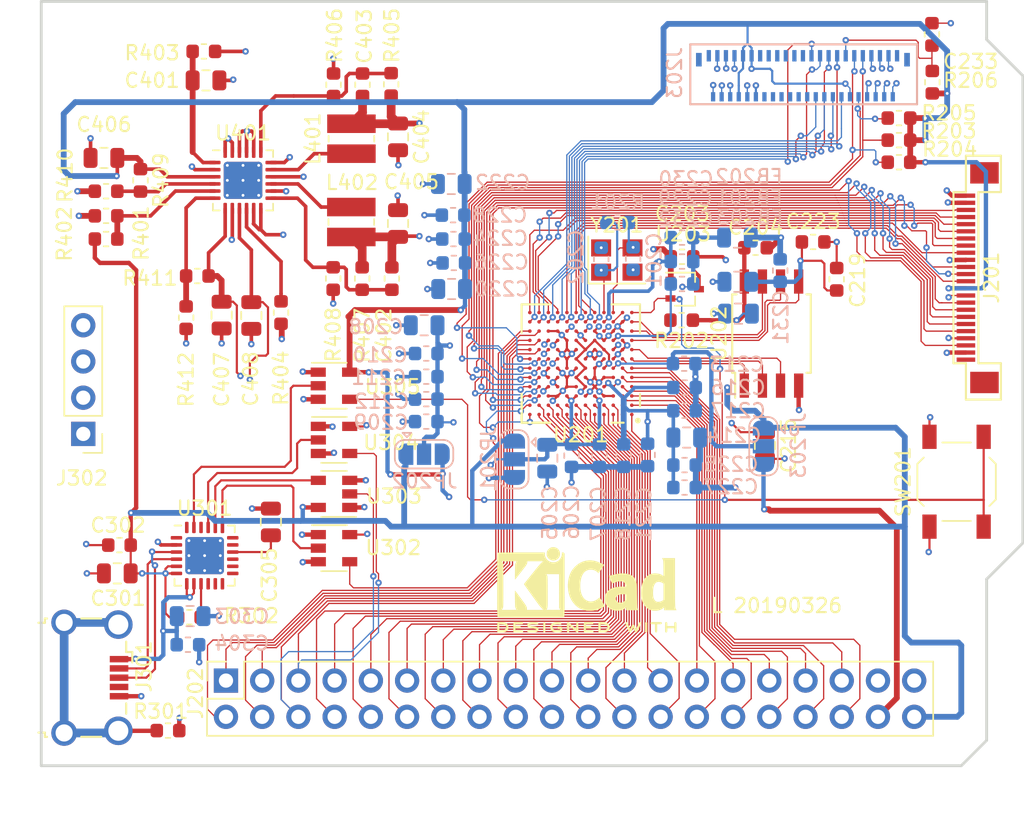
<source format=kicad_pcb>
(kicad_pcb (version 20171130) (host pcbnew 5.1.0)
  (layers (0 F.Cu signal) (1 In1.Cu power) (2 In2.Cu power) (31 B.Cu signal) (34 B.Paste user) (35 F.Paste user) (36 B.SilkS user) (37 F.SilkS user) (38 B.Mask user) (39 F.Mask user) (44 Edge.Cuts user))
  (net 0 "")
  (net 1 GND)
  (net 2 "Net-(C201-Pad1)")
  (net 3 "Net-(C202-Pad1)")
  (net 4 +1V8)
  (net 5 /K210/VB345)
  (net 6 /K210/VB67)
  (net 7 "Net-(C229-Pad1)")
  (net 8 "Net-(C229-Pad2)")
  (net 9 "Net-(C232-Pad1)")
  (net 10 +5V)
  (net 11 "Net-(C305-Pad1)")
  (net 12 "Net-(C401-Pad1)")
  (net 13 "Net-(C402-Pad2)")
  (net 14 "Net-(C403-Pad2)")
  (net 15 +2V8)
  (net 16 +1V5)
  (net 17 /K210/DVP-SIO_D)
  (net 18 /K210/DVP-SIO_C)
  (net 19 /K210/DVP-RESET)
  (net 20 /K210/DVP-VSYNC)
  (net 21 /K210/DVP-PWDN)
  (net 22 /K210/DVP-HREF)
  (net 23 /K210/DVP-Y9)
  (net 24 /K210/DVP-XCLK)
  (net 25 /K210/DVP-Y8)
  (net 26 /K210/DVP-Y7)
  (net 27 /K210/DVP-PCLK)
  (net 28 /K210/DVP-Y6)
  (net 29 /K210/DVP-Y2)
  (net 30 /K210/DVP-Y5)
  (net 31 /K210/DVP-Y3)
  (net 32 /K210/DVP-Y4)
  (net 33 /K210/IO0)
  (net 34 /K210/IO2)
  (net 35 /K210/IO4)
  (net 36 /K210/IO18)
  (net 37 /K210/IO20)
  (net 38 /K210/IO22)
  (net 39 /K210/IO24)
  (net 40 /K210/IO26)
  (net 41 /K210/IO28)
  (net 42 /K210/IO30)
  (net 43 /K210/IO32)
  (net 44 /K210/IO34)
  (net 45 /K210/IO36)
  (net 46 /K210/IO38)
  (net 47 /K210/IO40)
  (net 48 /K210/IO42)
  (net 49 /K210/IO44)
  (net 50 /K210/IO46)
  (net 51 /K210/IO47)
  (net 52 /K210/IO45)
  (net 53 /K210/IO43)
  (net 54 /K210/IO41)
  (net 55 /K210/IO39)
  (net 56 /K210/IO37)
  (net 57 /K210/IO35)
  (net 58 /K210/IO33)
  (net 59 /K210/IO31)
  (net 60 /K210/IO29)
  (net 61 /K210/IO27)
  (net 62 /K210/IO25)
  (net 63 /K210/IO23)
  (net 64 /K210/IO21)
  (net 65 /K210/IO19)
  (net 66 /K210/IO5)
  (net 67 /K210/IO3)
  (net 68 /K210/IO1)
  (net 69 /K210/DB0)
  (net 70 /K210/DB1)
  (net 71 /K210/DB2)
  (net 72 /K210/DB3)
  (net 73 /K210/DB4)
  (net 74 /K210/DB5)
  (net 75 /K210/DB6)
  (net 76 /K210/DB7)
  (net 77 /K210/LCD-CS)
  (net 78 /K210/LCD-WR)
  (net 79 /K210/LCD-DC)
  (net 80 "Net-(L401-Pad1)")
  (net 81 "Net-(L402-Pad1)")
  (net 82 "Net-(R302-Pad2)")
  (net 83 "Net-(R401-Pad2)")
  (net 84 "Net-(R404-Pad1)")
  (net 85 "Net-(R409-Pad2)")
  (net 86 "Net-(R411-Pad2)")
  (net 87 /K210/FLASH_D1)
  (net 88 /K210/FLASH_D2)
  (net 89 /K210/FLASH_D0)
  (net 90 /K210/FLASH_CLK)
  (net 91 /K210/FLASH_D3)
  (net 92 /K210/FLASH_CS)
  (net 93 "Net-(U201-PadL3)")
  (net 94 /K210/USB2UART/DTR)
  (net 95 /K210/USB2UART/TXD)
  (net 96 /K210/USB2UART/RXD)
  (net 97 /K210/USB2UART/RTS)
  (net 98 /K210/RESET)
  (net 99 /K210/BOOT)
  (net 100 "Net-(C233-Pad1)")
  (net 101 +3V3)
  (net 102 /K210/VB012)
  (net 103 VCC)
  (net 104 "Net-(J301-Pad6)")
  (net 105 /K210/USB2UART/USB_D-)
  (net 106 /K210/USB2UART/USB_D+)
  (module Symbol:KiCad-Logo2_5mm_SilkScreen (layer F.Cu) (at 153.0604 115.6716)
    (fp_text reference REF** hide)
    (fp_text value KiCad-Logo2_5mm_SilkScreen hide)
  )
  (module Resistor_SMD:R_0603_1608Metric (layer B.Cu) (at 155.2193 89.916 180)
    (fp_text reference R201 (at 0 1.43 180) (layer B.SilkS) (effects (justify mirror)))
    (fp_text value 1M)
    (pad 1 smd roundrect (at -0.7875 0 180) (size 0.875 0.95) (layers B.Cu B.Paste B.Mask) (net 3 "Net-(C202-Pad1)"))
    (pad 2 smd roundrect (at 0.7875 0 180) (size 0.875 0.95) (layers B.Cu B.Paste B.Mask) (net 2 "Net-(C201-Pad1)"))
  )
  (module Capacitor_SMD:C_0603_1608Metric (layer B.Cu) (at 153.9494 106.2737 270)
    (fp_text reference C207 (at 4.0639 0.0762 270) (layer B.SilkS) (effects (justify mirror)))
    (fp_text value 0.1uF)
    (pad 1 smd roundrect (at -0.7875 0 270) (size 0.875 0.95) (layers B.Cu B.Paste B.Mask) (net 102 /K210/VB012))
    (pad 2 smd roundrect (at 0.7875 0 270) (size 0.875 0.95) (layers B.Cu B.Paste B.Mask) (net 1 GND))
  )
  (module Connector_PinHeader_2.54mm:PinHeader_1x04_P2.54mm_Vertical (layer F.Cu) (at 117.7544 104.7496 180)
    (fp_text reference J302 (at 0.1016 -3.0988 180) (layer F.SilkS))
    (fp_text value Conn_01x04)
    (pad 4 thru_hole oval (at 0 7.62 180) (size 1.7 1.7) (drill 1) (layers *.Cu *.Mask) (net 1 GND))
    (pad 3 thru_hole oval (at 0 5.08 180) (size 1.7 1.7) (drill 1) (layers *.Cu *.Mask) (net 1 GND))
    (pad 2 thru_hole oval (at 0 2.54 180) (size 1.7 1.7) (drill 1) (layers *.Cu *.Mask) (net 10 +5V))
    (pad 1 thru_hole rect (at 0 0 180) (size 1.7 1.7) (drill 1) (layers *.Cu *.Mask) (net 10 +5V))
  )
  (module Connector_USB:USB_Micro-B_Wuerth_629105150521_CircularHoles (layer F.Cu) (at 118.364 121.8438 270)
    (fp_text reference J301 (at -0.7874 -3.6576 270) (layer F.SilkS))
    (fp_text value USB_OTG)
    (pad "" np_thru_hole circle (at 2.5 -0.8 270) (size 0.8 0.8) (drill 0.8) (layers *.Cu *.Mask))
    (pad "" np_thru_hole circle (at -2.5 -0.8 270) (size 0.8 0.8) (drill 0.8) (layers *.Cu *.Mask))
    (pad 6 thru_hole circle (at 3.875 1.95 270) (size 1.8 1.8) (drill 1.2) (layers *.Cu *.Mask) (net 104 "Net-(J301-Pad6)"))
    (pad 6 thru_hole circle (at -3.875 1.95 270) (size 1.8 1.8) (drill 1.2) (layers *.Cu *.Mask) (net 104 "Net-(J301-Pad6)"))
    (pad 6 thru_hole circle (at 3.725 -1.85 270) (size 2 2) (drill 1.4) (layers *.Cu *.Mask) (net 104 "Net-(J301-Pad6)"))
    (pad 6 thru_hole circle (at -3.725 -1.85 270) (size 2 2) (drill 1.4) (layers *.Cu *.Mask) (net 104 "Net-(J301-Pad6)"))
    (pad 5 smd rect (at 1.3 -1.9 270) (size 0.45 1.3) (layers F.Cu F.Paste F.Mask) (net 1 GND))
    (pad 4 smd rect (at 0.65 -1.9 270) (size 0.45 1.3) (layers F.Cu F.Paste F.Mask))
    (pad 3 smd rect (at 0 -1.9 270) (size 0.45 1.3) (layers F.Cu F.Paste F.Mask) (net 106 /K210/USB2UART/USB_D+))
    (pad 2 smd rect (at -0.65 -1.9 270) (size 0.45 1.3) (layers F.Cu F.Paste F.Mask) (net 105 /K210/USB2UART/USB_D-))
    (pad 1 smd rect (at -1.3 -1.9 270) (size 0.45 1.3) (layers F.Cu F.Paste F.Mask) (net 10 +5V))
  )
  (module Capacitor_SMD:C_0603_1608Metric (layer B.Cu) (at 154.0764 92.4813 90)
    (fp_text reference C201 (at -0.0763 3.7084 90) (layer B.SilkS) (effects (justify mirror)))
    (fp_text value 10p)
    (pad 2 smd roundrect (at 0.7875 0 90) (size 0.875 0.95) (layers B.Cu B.Paste B.Mask) (net 1 GND))
    (pad 1 smd roundrect (at -0.7875 0 90) (size 0.875 0.95) (layers B.Cu B.Paste B.Mask) (net 2 "Net-(C201-Pad1)"))
  )
  (module Capacitor_SMD:C_0603_1608Metric (layer B.Cu) (at 156.3116 92.456 270)
    (fp_text reference C202 (at -0.1016 4.0132 270) (layer B.SilkS) (effects (justify mirror)))
    (fp_text value 10p)
    (pad 1 smd roundrect (at -0.7875 0 270) (size 0.875 0.95) (layers B.Cu B.Paste B.Mask) (net 3 "Net-(C202-Pad1)"))
    (pad 2 smd roundrect (at 0.7875 0 270) (size 0.875 0.95) (layers B.Cu B.Paste B.Mask) (net 1 GND))
  )
  (module Capacitor_SMD:C_0603_1608Metric (layer F.Cu) (at 159.7407 92.329 180)
    (fp_text reference C203 (at -0.0253 3.0226 180) (layer F.SilkS))
    (fp_text value 0.1uF)
    (pad 2 smd roundrect (at 0.7875 0 180) (size 0.875 0.95) (layers F.Cu F.Paste F.Mask) (net 1 GND))
    (pad 1 smd roundrect (at -0.7875 0 180) (size 0.875 0.95) (layers F.Cu F.Paste F.Mask) (net 101 +3V3))
  )
  (module Capacitor_SMD:C_0603_1608Metric (layer F.Cu) (at 164.8968 91.694)
    (fp_text reference C204 (at 0 -1.43) (layer F.SilkS))
    (fp_text value 0.1uF)
    (pad 1 smd roundrect (at -0.7875 0) (size 0.875 0.95) (layers F.Cu F.Paste F.Mask) (net 4 +1V8))
    (pad 2 smd roundrect (at 0.7875 0) (size 0.875 0.95) (layers F.Cu F.Paste F.Mask) (net 1 GND))
  )
  (module Capacitor_SMD:C_0805_2012Metric (layer B.Cu) (at 150.2918 106.4491 270)
    (fp_text reference C205 (at 3.8377 -0.1778 270) (layer B.SilkS) (effects (justify mirror)))
    (fp_text value 4.7uF)
    (pad 2 smd roundrect (at 0.9375 0 270) (size 0.975 1.4) (layers B.Cu B.Paste B.Mask) (net 1 GND))
    (pad 1 smd roundrect (at -0.9375 0 270) (size 0.975 1.4) (layers B.Cu B.Paste B.Mask) (net 102 /K210/VB012))
  )
  (module Capacitor_SMD:C_0603_1608Metric (layer B.Cu) (at 151.9936 106.2737 270)
    (fp_text reference C206 (at 3.9623 0 270) (layer B.SilkS) (effects (justify mirror)))
    (fp_text value 0.1uF)
    (pad 1 smd roundrect (at -0.7875 0 270) (size 0.875 0.95) (layers B.Cu B.Paste B.Mask) (net 102 /K210/VB012))
    (pad 2 smd roundrect (at 0.7875 0 270) (size 0.875 0.95) (layers B.Cu B.Paste B.Mask) (net 1 GND))
  )
  (module Capacitor_SMD:C_0805_2012Metric (layer B.Cu) (at 141.6581 97.1296 180)
    (fp_text reference C208 (at 3.3805 -0.1016 180) (layer B.SilkS) (effects (justify mirror)))
    (fp_text value 4.7uF)
    (pad 1 smd roundrect (at -0.9375 0 180) (size 0.975 1.4) (layers B.Cu B.Paste B.Mask) (net 5 /K210/VB345))
    (pad 2 smd roundrect (at 0.9375 0 180) (size 0.975 1.4) (layers B.Cu B.Paste B.Mask) (net 1 GND))
  )
  (module Capacitor_SMD:C_0603_1608Metric (layer B.Cu) (at 141.8081 103.886 180)
    (fp_text reference C209 (at 3.1749 -0.0508 180) (layer B.SilkS) (effects (justify mirror)))
    (fp_text value 0.1uF)
    (pad 2 smd roundrect (at 0.7875 0 180) (size 0.875 0.95) (layers B.Cu B.Paste B.Mask) (net 1 GND))
    (pad 1 smd roundrect (at -0.7875 0 180) (size 0.875 0.95) (layers B.Cu B.Paste B.Mask) (net 5 /K210/VB345))
  )
  (module Capacitor_SMD:C_0603_1608Metric (layer B.Cu) (at 141.8081 99.1108 180)
    (fp_text reference C210 (at 3.2257 -0.1016 180) (layer B.SilkS) (effects (justify mirror)))
    (fp_text value 0.1uF)
    (pad 1 smd roundrect (at -0.7875 0 180) (size 0.875 0.95) (layers B.Cu B.Paste B.Mask) (net 5 /K210/VB345))
    (pad 2 smd roundrect (at 0.7875 0 180) (size 0.875 0.95) (layers B.Cu B.Paste B.Mask) (net 1 GND))
  )
  (module Capacitor_SMD:C_0603_1608Metric (layer B.Cu) (at 141.8081 100.7364 180)
    (fp_text reference C211 (at 3.3273 -0.0508 180) (layer B.SilkS) (effects (justify mirror)))
    (fp_text value 0.1uF)
    (pad 2 smd roundrect (at 0.7875 0 180) (size 0.875 0.95) (layers B.Cu B.Paste B.Mask) (net 1 GND))
    (pad 1 smd roundrect (at -0.7875 0 180) (size 0.875 0.95) (layers B.Cu B.Paste B.Mask) (net 5 /K210/VB345))
  )
  (module Capacitor_SMD:C_0603_1608Metric (layer B.Cu) (at 141.8081 102.3112 180)
    (fp_text reference C212 (at 3.1241 -0.1524 180) (layer B.SilkS) (effects (justify mirror)))
    (fp_text value 0.1uF)
    (pad 1 smd roundrect (at -0.7875 0 180) (size 0.875 0.95) (layers B.Cu B.Paste B.Mask) (net 5 /K210/VB345))
    (pad 2 smd roundrect (at 0.7875 0 180) (size 0.875 0.95) (layers B.Cu B.Paste B.Mask) (net 1 GND))
  )
  (module Capacitor_SMD:C_0603_1608Metric (layer B.Cu) (at 159.8931 99.822)
    (fp_text reference C213 (at 3.6829 0.0508) (layer B.SilkS) (effects (justify mirror)))
    (fp_text value 0.1uF)
    (pad 2 smd roundrect (at 0.7875 0) (size 0.875 0.95) (layers B.Cu B.Paste B.Mask) (net 1 GND))
    (pad 1 smd roundrect (at -0.7875 0) (size 0.875 0.95) (layers B.Cu B.Paste B.Mask) (net 6 /K210/VB67))
  )
  (module Capacitor_SMD:C_0805_2012Metric (layer B.Cu) (at 160.0708 105.0036)
    (fp_text reference C214 (at 3.302 -0.1524) (layer B.SilkS) (effects (justify mirror)))
    (fp_text value 4.7uF)
    (pad 1 smd roundrect (at -0.9375 0) (size 0.975 1.4) (layers B.Cu B.Paste B.Mask) (net 103 VCC))
    (pad 2 smd roundrect (at 0.9375 0) (size 0.975 1.4) (layers B.Cu B.Paste B.Mask) (net 1 GND))
  )
  (module Capacitor_SMD:C_0805_2012Metric (layer F.Cu) (at 165.5572 105.5624 270)
    (fp_text reference C215 (at 0 -1.65 270) (layer F.SilkS))
    (fp_text value 4.7uF)
    (pad 1 smd roundrect (at -0.9375 0 270) (size 0.975 1.4) (layers F.Cu F.Paste F.Mask) (net 103 VCC))
    (pad 2 smd roundrect (at 0.9375 0 270) (size 0.975 1.4) (layers F.Cu F.Paste F.Mask) (net 1 GND))
  )
  (module Capacitor_SMD:C_0603_1608Metric (layer B.Cu) (at 159.9184 101.4984)
    (fp_text reference C216 (at 3.7592 0) (layer B.SilkS) (effects (justify mirror)))
    (fp_text value 0.1uF)
    (pad 1 smd roundrect (at -0.7875 0) (size 0.875 0.95) (layers B.Cu B.Paste B.Mask) (net 103 VCC))
    (pad 2 smd roundrect (at 0.7875 0) (size 0.875 0.95) (layers B.Cu B.Paste B.Mask) (net 1 GND))
  )
  (module Capacitor_SMD:C_0603_1608Metric (layer B.Cu) (at 159.9184 103.124)
    (fp_text reference C217 (at 3.7592 0) (layer B.SilkS) (effects (justify mirror)))
    (fp_text value 0.1uF)
    (pad 2 smd roundrect (at 0.7875 0) (size 0.875 0.95) (layers B.Cu B.Paste B.Mask) (net 1 GND))
    (pad 1 smd roundrect (at -0.7875 0) (size 0.875 0.95) (layers B.Cu B.Paste B.Mask) (net 103 VCC))
  )
  (module Capacitor_SMD:C_0603_1608Metric (layer B.Cu) (at 155.6512 106.2736 270)
    (fp_text reference C218 (at 4.064 0.0508 270) (layer B.SilkS) (effects (justify mirror)))
    (fp_text value 0.1uF)
    (pad 1 smd roundrect (at -0.7875 0 270) (size 0.875 0.95) (layers B.Cu B.Paste B.Mask) (net 103 VCC))
    (pad 2 smd roundrect (at 0.7875 0 270) (size 0.875 0.95) (layers B.Cu B.Paste B.Mask) (net 1 GND))
  )
  (module Capacitor_SMD:C_0603_1608Metric (layer F.Cu) (at 170.5864 93.9037 90)
    (fp_text reference C219 (at -0.0763 1.4732 90) (layer F.SilkS))
    (fp_text value 0.1uF)
    (pad 2 smd roundrect (at 0.7875 0 90) (size 0.875 0.95) (layers F.Cu F.Paste F.Mask) (net 1 GND))
    (pad 1 smd roundrect (at -0.7875 0 90) (size 0.875 0.95) (layers F.Cu F.Paste F.Mask) (net 103 VCC))
  )
  (module Capacitor_SMD:C_0805_2012Metric (layer B.Cu) (at 143.5839 94.5896 180)
    (fp_text reference C220 (at -3.5329 0 180) (layer B.SilkS) (effects (justify mirror)))
    (fp_text value 4.7uF)
    (pad 2 smd roundrect (at 0.9375 0 180) (size 0.975 1.4) (layers B.Cu B.Paste B.Mask) (net 1 GND))
    (pad 1 smd roundrect (at -0.9375 0 180) (size 0.975 1.4) (layers B.Cu B.Paste B.Mask) (net 4 +1V8))
  )
  (module Capacitor_SMD:C_0603_1608Metric (layer B.Cu) (at 157.3276 106.2228 270)
    (fp_text reference C221 (at 4.1656 0.254 270) (layer B.SilkS) (effects (justify mirror)))
    (fp_text value 0.1uF)
    (pad 1 smd roundrect (at -0.7875 0 270) (size 0.875 0.95) (layers B.Cu B.Paste B.Mask) (net 103 VCC))
    (pad 2 smd roundrect (at 0.7875 0 270) (size 0.875 0.95) (layers B.Cu B.Paste B.Mask) (net 1 GND))
  )
  (module Capacitor_SMD:C_0805_2012Metric (layer B.Cu) (at 143.5608 87.2236 180)
    (fp_text reference C222 (at -3.6068 0.1016 180) (layer B.SilkS) (effects (justify mirror)))
    (fp_text value 4.7uF)
    (pad 1 smd roundrect (at -0.9375 0 180) (size 0.975 1.4) (layers B.Cu B.Paste B.Mask) (net 4 +1V8))
    (pad 2 smd roundrect (at 0.9375 0 180) (size 0.975 1.4) (layers B.Cu B.Paste B.Mask) (net 1 GND))
  )
  (module Capacitor_SMD:C_0603_1608Metric (layer F.Cu) (at 168.9353 91.2876)
    (fp_text reference C223 (at 0 -1.43) (layer F.SilkS))
    (fp_text value 0.1uF)
    (pad 2 smd roundrect (at 0.7875 0) (size 0.875 0.95) (layers F.Cu F.Paste F.Mask) (net 1 GND))
    (pad 1 smd roundrect (at -0.7875 0) (size 0.875 0.95) (layers F.Cu F.Paste F.Mask) (net 103 VCC))
  )
  (module Capacitor_SMD:C_0603_1608Metric (layer B.Cu) (at 143.7132 91.0844 180)
    (fp_text reference C224 (at -3.302 0.0508 180) (layer B.SilkS) (effects (justify mirror)))
    (fp_text value 0.1uF)
    (pad 1 smd roundrect (at -0.7875 0 180) (size 0.875 0.95) (layers B.Cu B.Paste B.Mask) (net 4 +1V8))
    (pad 2 smd roundrect (at 0.7875 0 180) (size 0.875 0.95) (layers B.Cu B.Paste B.Mask) (net 1 GND))
  )
  (module Capacitor_SMD:C_0603_1608Metric (layer B.Cu) (at 159.9184 106.934)
    (fp_text reference C225 (at 3.2512 -0.0508) (layer B.SilkS) (effects (justify mirror)))
    (fp_text value 0.1uF)
    (pad 1 smd roundrect (at -0.7875 0) (size 0.875 0.95) (layers B.Cu B.Paste B.Mask) (net 103 VCC))
    (pad 2 smd roundrect (at 0.7875 0) (size 0.875 0.95) (layers B.Cu B.Paste B.Mask) (net 1 GND))
  )
  (module Capacitor_SMD:C_0603_1608Metric (layer B.Cu) (at 143.7385 92.7608 180)
    (fp_text reference C226 (at -3.3275 0.0508 180) (layer B.SilkS) (effects (justify mirror)))
    (fp_text value 0.1uF)
    (pad 2 smd roundrect (at 0.7875 0 180) (size 0.875 0.95) (layers B.Cu B.Paste B.Mask) (net 1 GND))
    (pad 1 smd roundrect (at -0.7875 0 180) (size 0.875 0.95) (layers B.Cu B.Paste B.Mask) (net 4 +1V8))
  )
  (module Capacitor_SMD:C_0603_1608Metric (layer B.Cu) (at 159.9184 108.5088)
    (fp_text reference C227 (at 3.2512 -0.0508) (layer B.SilkS) (effects (justify mirror)))
    (fp_text value 0.1uF)
    (pad 2 smd roundrect (at 0.7875 0) (size 0.875 0.95) (layers B.Cu B.Paste B.Mask) (net 1 GND))
    (pad 1 smd roundrect (at -0.7875 0) (size 0.875 0.95) (layers B.Cu B.Paste B.Mask) (net 103 VCC))
  )
  (module Capacitor_SMD:C_0603_1608Metric (layer B.Cu) (at 143.6879 89.408 180)
    (fp_text reference C228 (at -3.2765 0 180) (layer B.SilkS) (effects (justify mirror)))
    (fp_text value 0.1uF)
    (pad 1 smd roundrect (at -0.7875 0 180) (size 0.875 0.95) (layers B.Cu B.Paste B.Mask) (net 4 +1V8))
    (pad 2 smd roundrect (at 0.7875 0 180) (size 0.875 0.95) (layers B.Cu B.Paste B.Mask) (net 1 GND))
  )
  (module Capacitor_SMD:C_0603_1608Metric (layer B.Cu) (at 159.7405 92.6592)
    (fp_text reference C229 (at 0.2287 -4.4196) (layer B.SilkS) (effects (justify mirror)))
    (fp_text value 0.1uF)
    (pad 1 smd roundrect (at -0.7875 0) (size 0.875 0.95) (layers B.Cu B.Paste B.Mask) (net 7 "Net-(C229-Pad1)"))
    (pad 2 smd roundrect (at 0.7875 0) (size 0.875 0.95) (layers B.Cu B.Paste B.Mask) (net 8 "Net-(C229-Pad2)"))
  )
  (module Capacitor_SMD:C_0603_1608Metric (layer B.Cu) (at 159.7405 90.9828)
    (fp_text reference C230 (at 0.2795 -4.1148) (layer B.SilkS) (effects (justify mirror)))
    (fp_text value 4.7uF)
    (pad 1 smd roundrect (at -0.7875 0) (size 0.875 0.95) (layers B.Cu B.Paste B.Mask) (net 7 "Net-(C229-Pad1)"))
    (pad 2 smd roundrect (at 0.7875 0) (size 0.875 0.95) (layers B.Cu B.Paste B.Mask) (net 8 "Net-(C229-Pad2)"))
  )
  (module Capacitor_SMD:C_0603_1608Metric (layer B.Cu) (at 166.624 93.2943 90)
    (fp_text reference C231 (at -3.2765 0.0508 90) (layer B.SilkS) (effects (justify mirror)))
    (fp_text value 4.7uF)
    (pad 2 smd roundrect (at 0.7875 0 90) (size 0.875 0.95) (layers B.Cu B.Paste B.Mask) (net 1 GND))
    (pad 1 smd roundrect (at -0.7875 0 90) (size 0.875 0.95) (layers B.Cu B.Paste B.Mask) (net 103 VCC))
  )
  (module Capacitor_SMD:C_0603_1608Metric (layer B.Cu) (at 159.7407 94.234)
    (fp_text reference C232 (at 0.2793 -4.572) (layer B.SilkS) (effects (justify mirror)))
    (fp_text value 0.1uF)
    (pad 2 smd roundrect (at 0.7875 0) (size 0.875 0.95) (layers B.Cu B.Paste B.Mask) (net 8 "Net-(C229-Pad2)"))
    (pad 1 smd roundrect (at -0.7875 0) (size 0.875 0.95) (layers B.Cu B.Paste B.Mask) (net 9 "Net-(C232-Pad1)"))
  )
  (module Capacitor_SMD:C_0805_2012Metric (layer F.Cu) (at 120.1397 114.5286 180)
    (fp_text reference C301 (at -0.0531 -1.7526 180) (layer F.SilkS))
    (fp_text value 4.7uF)
    (pad 2 smd roundrect (at 0.9375 0 180) (size 0.975 1.4) (layers F.Cu F.Paste F.Mask) (net 1 GND))
    (pad 1 smd roundrect (at -0.9375 0 180) (size 0.975 1.4) (layers F.Cu F.Paste F.Mask) (net 101 +3V3))
  )
  (module Capacitor_SMD:C_0603_1608Metric (layer F.Cu) (at 120.2943 112.5474 180)
    (fp_text reference C302 (at 0.1015 1.397 180) (layer F.SilkS))
    (fp_text value 0.1u)
    (pad 1 smd roundrect (at -0.7875 0 180) (size 0.875 0.95) (layers F.Cu F.Paste F.Mask) (net 101 +3V3))
    (pad 2 smd roundrect (at 0.7875 0 180) (size 0.875 0.95) (layers F.Cu F.Paste F.Mask) (net 1 GND))
  )
  (module Capacitor_SMD:C_0805_2012Metric (layer B.Cu) (at 125.2451 117.5258)
    (fp_text reference C303 (at 3.6345 0.0254) (layer B.SilkS) (effects (justify mirror)))
    (fp_text value 4.7uF)
    (pad 2 smd roundrect (at 0.9375 0) (size 0.975 1.4) (layers B.Cu B.Paste B.Mask) (net 1 GND))
    (pad 1 smd roundrect (at -0.9375 0) (size 0.975 1.4) (layers B.Cu B.Paste B.Mask) (net 10 +5V))
  )
  (module Capacitor_SMD:C_0603_1608Metric (layer B.Cu) (at 125.0951 119.5324)
    (fp_text reference C304 (at 3.7845 -0.1016) (layer B.SilkS) (effects (justify mirror)))
    (fp_text value 0.1u)
    (pad 2 smd roundrect (at 0.7875 0) (size 0.875 0.95) (layers B.Cu B.Paste B.Mask) (net 1 GND))
    (pad 1 smd roundrect (at -0.7875 0) (size 0.875 0.95) (layers B.Cu B.Paste B.Mask) (net 10 +5V))
  )
  (module Capacitor_SMD:C_0805_2012Metric (layer F.Cu) (at 130.9116 110.9218 90)
    (fp_text reference C305 (at -3.7338 -0.1016 90) (layer F.SilkS))
    (fp_text value 4.7uF)
    (pad 1 smd roundrect (at -0.9375 0 90) (size 0.975 1.4) (layers F.Cu F.Paste F.Mask) (net 11 "Net-(C305-Pad1)"))
    (pad 2 smd roundrect (at 0.9375 0 90) (size 0.975 1.4) (layers F.Cu F.Paste F.Mask) (net 1 GND))
  )
  (module Capacitor_SMD:C_0805_2012Metric (layer F.Cu) (at 126.3627 79.9592)
    (fp_text reference C401 (at -3.7823 0) (layer F.SilkS))
    (fp_text value 1u)
    (pad 2 smd roundrect (at 0.9375 0) (size 0.975 1.4) (layers F.Cu F.Paste F.Mask) (net 1 GND))
    (pad 1 smd roundrect (at -0.9375 0) (size 0.975 1.4) (layers F.Cu F.Paste F.Mask) (net 12 "Net-(C401-Pad1)"))
  )
  (module Capacitor_SMD:C_0603_1608Metric (layer F.Cu) (at 139.3952 93.8531 270)
    (fp_text reference C402 (at 3.9877 0.5588 270) (layer F.SilkS))
    (fp_text value 47p)
    (pad 2 smd roundrect (at 0.7875 0 270) (size 0.875 0.95) (layers F.Cu F.Paste F.Mask) (net 13 "Net-(C402-Pad2)"))
    (pad 1 smd roundrect (at -0.7875 0 270) (size 0.875 0.95) (layers F.Cu F.Paste F.Mask) (net 103 VCC))
  )
  (module Capacitor_SMD:C_0603_1608Metric (layer F.Cu) (at 137.3378 80.2639 90)
    (fp_text reference C403 (at 3.4035 0.127 90) (layer F.SilkS))
    (fp_text value 47p)
    (pad 2 smd roundrect (at 0.7875 0 90) (size 0.875 0.95) (layers F.Cu F.Paste F.Mask) (net 14 "Net-(C403-Pad2)"))
    (pad 1 smd roundrect (at -0.7875 0 90) (size 0.875 0.95) (layers F.Cu F.Paste F.Mask) (net 101 +3V3))
  )
  (module Capacitor_SMD:C_0805_2012Metric (layer F.Cu) (at 139.827 83.9193 270)
    (fp_text reference C404 (at 0 -1.65 270) (layer F.SilkS))
    (fp_text value 10u)
    (pad 1 smd roundrect (at -0.9375 0 270) (size 0.975 1.4) (layers F.Cu F.Paste F.Mask) (net 101 +3V3))
    (pad 2 smd roundrect (at 0.9375 0 270) (size 0.975 1.4) (layers F.Cu F.Paste F.Mask) (net 1 GND))
  )
  (module Capacitor_SMD:C_0805_2012Metric (layer F.Cu) (at 139.827 89.9945 90)
    (fp_text reference C405 (at 2.9233 0.9398 180) (layer F.SilkS))
    (fp_text value 10uF)
    (pad 1 smd roundrect (at -0.9375 0 90) (size 0.975 1.4) (layers F.Cu F.Paste F.Mask) (net 103 VCC))
    (pad 2 smd roundrect (at 0.9375 0 90) (size 0.975 1.4) (layers F.Cu F.Paste F.Mask) (net 1 GND))
  )
  (module Capacitor_SMD:C_0805_2012Metric (layer F.Cu) (at 119.2045 85.3948 180)
    (fp_text reference C406 (at 0 2.3368 180) (layer F.SilkS))
    (fp_text value 4.7u)
    (pad 1 smd roundrect (at -0.9375 0 180) (size 0.975 1.4) (layers F.Cu F.Paste F.Mask) (net 4 +1V8))
    (pad 2 smd roundrect (at 0.9375 0 180) (size 0.975 1.4) (layers F.Cu F.Paste F.Mask) (net 1 GND))
  )
  (module Capacitor_SMD:C_0805_2012Metric (layer F.Cu) (at 127.4572 96.4184 270)
    (fp_text reference C407 (at 4.5212 0 270) (layer F.SilkS))
    (fp_text value 4.7u)
    (pad 2 smd roundrect (at 0.9375 0 270) (size 0.975 1.4) (layers F.Cu F.Paste F.Mask) (net 1 GND))
    (pad 1 smd roundrect (at -0.9375 0 270) (size 0.975 1.4) (layers F.Cu F.Paste F.Mask) (net 15 +2V8))
  )
  (module Capacitor_SMD:C_0805_2012Metric (layer F.Cu) (at 129.54 96.4461 270)
    (fp_text reference C408 (at 4.4427 0.0508 270) (layer F.SilkS))
    (fp_text value 4.7u)
    (pad 2 smd roundrect (at 0.9375 0 270) (size 0.975 1.4) (layers F.Cu F.Paste F.Mask) (net 1 GND))
    (pad 1 smd roundrect (at -0.9375 0 270) (size 0.975 1.4) (layers F.Cu F.Paste F.Mask) (net 16 +1V5))
  )
  (module Inductor_SMD:L_0805_2012Metric (layer B.Cu) (at 163.6545 94.0816 180)
    (fp_text reference FB201 (at -0.7851 5.8928 180) (layer B.SilkS) (effects (justify mirror)))
    (fp_text value 600R@100MHz)
    (pad 2 smd roundrect (at 0.9375 0 180) (size 0.975 1.4) (layers B.Cu B.Paste B.Mask) (net 7 "Net-(C229-Pad1)"))
    (pad 1 smd roundrect (at -0.9375 0 180) (size 0.975 1.4) (layers B.Cu B.Paste B.Mask) (net 103 VCC))
  )
  (module Inductor_SMD:L_0805_2012Metric (layer B.Cu) (at 163.6268 90.9828 180)
    (fp_text reference FB202 (at -0.8128 4.2672 180) (layer B.SilkS) (effects (justify mirror)))
    (fp_text value 600R@100MHz)
    (pad 1 smd roundrect (at -0.9375 0 180) (size 0.975 1.4) (layers B.Cu B.Paste B.Mask) (net 1 GND))
    (pad 2 smd roundrect (at 0.9375 0 180) (size 0.975 1.4) (layers B.Cu B.Paste B.Mask) (net 8 "Net-(C229-Pad2)"))
  )
  (module Inductor_SMD:L_0805_2012Metric (layer B.Cu) (at 163.7007 96.3168 180)
    (fp_text reference FB203 (at -0.7897 6.7564 180) (layer B.SilkS) (effects (justify mirror)))
    (fp_text value 600R@100MHz)
    (pad 1 smd roundrect (at -0.9375 0 180) (size 0.975 1.4) (layers B.Cu B.Paste B.Mask) (net 4 +1V8))
    (pad 2 smd roundrect (at 0.9375 0 180) (size 0.975 1.4) (layers B.Cu B.Paste B.Mask) (net 9 "Net-(C232-Pad1)"))
  )
  (module Jumper:SolderJumper-3_P1.3mm_Open_RoundedPad1.0x1.5mm (layer B.Cu) (at 147.9804 106.5276 270)
    (fp_text reference JP201 (at 0 1.8 270) (layer B.SilkS) (effects (justify mirror)))
    (fp_text value IO18-IO35)
    (pad 1 smd custom (at -1.3 0 270) (size 1 0.5) (layers B.Cu B.Mask) (net 101 +3V3) (options (clearance outline) (anchor rect)) (primitives (gr_circle (center 0 -0.25) (end 0.5 -0.25) (width 0)) (gr_circle (center 0 0.25) (end 0.5 0.25) (width 0)) (gr_poly (pts (xy 0.55 0.75) (xy 0 0.75) (xy 0 -0.75) (xy 0.55 -0.75)) (width 0))))
    (pad 3 smd custom (at 1.3 0 270) (size 1 0.5) (layers B.Cu B.Mask) (net 4 +1V8) (options (clearance outline) (anchor rect)) (primitives (gr_circle (center 0 -0.25) (end 0.5 -0.25) (width 0)) (gr_circle (center 0 0.25) (end 0.5 0.25) (width 0)) (gr_poly (pts (xy -0.55 0.75) (xy 0 0.75) (xy 0 -0.75) (xy -0.55 -0.75)) (width 0))))
    (pad 2 smd rect (at 0 0 270) (size 1 1.5) (layers B.Cu B.Mask) (net 102 /K210/VB012))
  )
  (module Jumper:SolderJumper-3_P1.3mm_Open_RoundedPad1.0x1.5mm (layer B.Cu) (at 141.6512 106.172)
    (fp_text reference JP202 (at 0.03 1.8796) (layer B.SilkS) (effects (justify mirror)))
    (fp_text value IO0-IO17)
    (pad 2 smd rect (at 0 0) (size 1 1.5) (layers B.Cu B.Mask) (net 5 /K210/VB345))
    (pad 3 smd custom (at 1.3 0) (size 1 0.5) (layers B.Cu B.Mask) (net 4 +1V8) (options (clearance outline) (anchor rect)) (primitives (gr_circle (center 0 -0.25) (end 0.5 -0.25) (width 0)) (gr_circle (center 0 0.25) (end 0.5 0.25) (width 0)) (gr_poly (pts (xy -0.55 0.75) (xy 0 0.75) (xy 0 -0.75) (xy -0.55 -0.75)) (width 0))))
    (pad 1 smd custom (at -1.3 0) (size 1 0.5) (layers B.Cu B.Mask) (net 101 +3V3) (options (clearance outline) (anchor rect)) (primitives (gr_circle (center 0 -0.25) (end 0.5 -0.25) (width 0)) (gr_circle (center 0 0.25) (end 0.5 0.25) (width 0)) (gr_poly (pts (xy 0.55 0.75) (xy 0 0.75) (xy 0 -0.75) (xy 0.55 -0.75)) (width 0))))
  )
  (module Jumper:SolderJumper-3_P1.3mm_Open_RoundedPad1.0x1.5mm (layer B.Cu) (at 165.4556 105.6132 270)
    (fp_text reference JP203 (at -0.0508 -2.4384 270) (layer B.SilkS) (effects (justify mirror)))
    (fp_text value IO36-IO47)
    (pad 1 smd custom (at -1.3 0 270) (size 1 0.5) (layers B.Cu B.Mask) (net 101 +3V3) (options (clearance outline) (anchor rect)) (primitives (gr_circle (center 0 -0.25) (end 0.5 -0.25) (width 0)) (gr_circle (center 0 0.25) (end 0.5 0.25) (width 0)) (gr_poly (pts (xy 0.55 0.75) (xy 0 0.75) (xy 0 -0.75) (xy 0.55 -0.75)) (width 0))))
    (pad 3 smd custom (at 1.3 0 270) (size 1 0.5) (layers B.Cu B.Mask) (net 4 +1V8) (options (clearance outline) (anchor rect)) (primitives (gr_circle (center 0 -0.25) (end 0.5 -0.25) (width 0)) (gr_circle (center 0 0.25) (end 0.5 0.25) (width 0)) (gr_poly (pts (xy -0.55 0.75) (xy 0 0.75) (xy 0 -0.75) (xy -0.55 -0.75)) (width 0))))
    (pad 2 smd rect (at 0 0 270) (size 1 1.5) (layers B.Cu B.Mask) (net 6 /K210/VB67))
  )
  (module Inductor_SMD:L_Wuerth_MAPI-3015 (layer F.Cu) (at 136.559 84.0486 90)
    (fp_text reference L401 (at 0 -2.7 90) (layer F.SilkS))
    (fp_text value 3.3uH)
    (pad 1 smd rect (at -1.05 0 90) (size 1.3 3.4) (layers F.Cu F.Paste F.Mask) (net 80 "Net-(L401-Pad1)"))
    (pad 2 smd rect (at 1.05 0 90) (size 1.3 3.4) (layers F.Cu F.Paste F.Mask) (net 101 +3V3))
  )
  (module Inductor_SMD:L_Wuerth_MAPI-3010 (layer F.Cu) (at 136.5504 89.8906 270)
    (fp_text reference L402 (at -2.7686 -0.0508) (layer F.SilkS))
    (fp_text value 2.2uH)
    (pad 1 smd rect (at -1.05 0 270) (size 1.3 3.4) (layers F.Cu F.Paste F.Mask) (net 81 "Net-(L402-Pad1)"))
    (pad 2 smd rect (at 1.05 0 270) (size 1.3 3.4) (layers F.Cu F.Paste F.Mask) (net 103 VCC))
  )
  (module Resistor_SMD:R_0603_1608Metric (layer F.Cu) (at 159.7153 96.774 180)
    (fp_text reference R202 (at 0 -1.43 180) (layer F.SilkS))
    (fp_text value 100K)
    (pad 1 smd roundrect (at -0.7875 0 180) (size 0.875 0.95) (layers F.Cu F.Paste F.Mask) (net 4 +1V8))
    (pad 2 smd roundrect (at 0.7875 0 180) (size 0.875 0.95) (layers F.Cu F.Paste F.Mask) (net 98 /K210/RESET))
  )
  (module Resistor_SMD:R_0603_1608Metric (layer F.Cu) (at 123.6981 125.5522)
    (fp_text reference R301 (at -0.5081 -1.3462) (layer F.SilkS))
    (fp_text value 1M)
    (pad 2 smd roundrect (at 0.7875 0) (size 0.875 0.95) (layers F.Cu F.Paste F.Mask) (net 1 GND))
    (pad 1 smd roundrect (at -0.7875 0) (size 0.875 0.95) (layers F.Cu F.Paste F.Mask) (net 104 "Net-(J301-Pad6)"))
  )
  (module Resistor_SMD:R_0603_1608Metric (layer F.Cu) (at 125.1965 117.602)
    (fp_text reference R302 (at 4.3435 -0.1016) (layer F.SilkS))
    (fp_text value 4K7)
    (pad 1 smd roundrect (at -0.7875 0) (size 0.875 0.95) (layers F.Cu F.Paste F.Mask) (net 101 +3V3))
    (pad 2 smd roundrect (at 0.7875 0) (size 0.875 0.95) (layers F.Cu F.Paste F.Mask) (net 82 "Net-(R302-Pad2)"))
  )
  (module Resistor_SMD:R_0603_1608Metric (layer F.Cu) (at 119.3545 91.0844)
    (fp_text reference R401 (at 2.4639 -0.4064 90) (layer F.SilkS))
    (fp_text value 33K)
    (pad 1 smd roundrect (at -0.7875 0) (size 0.875 0.95) (layers F.Cu F.Paste F.Mask) (net 101 +3V3))
    (pad 2 smd roundrect (at 0.7875 0) (size 0.875 0.95) (layers F.Cu F.Paste F.Mask) (net 83 "Net-(R401-Pad2)"))
  )
  (module Resistor_SMD:R_0603_1608Metric (layer F.Cu) (at 119.3547 89.4588 180)
    (fp_text reference R402 (at 2.9211 -1.27 270) (layer F.SilkS))
    (fp_text value 68K)
    (pad 2 smd roundrect (at 0.7875 0 180) (size 0.875 0.95) (layers F.Cu F.Paste F.Mask) (net 1 GND))
    (pad 1 smd roundrect (at -0.7875 0 180) (size 0.875 0.95) (layers F.Cu F.Paste F.Mask) (net 83 "Net-(R401-Pad2)"))
  )
  (module Resistor_SMD:R_0603_1608Metric (layer F.Cu) (at 126.2125 77.9272)
    (fp_text reference R403 (at -3.6321 0.1016) (layer F.SilkS))
    (fp_text value 1R)
    (pad 1 smd roundrect (at -0.7875 0) (size 0.875 0.95) (layers F.Cu F.Paste F.Mask) (net 12 "Net-(C401-Pad1)"))
    (pad 2 smd roundrect (at 0.7875 0) (size 0.875 0.95) (layers F.Cu F.Paste F.Mask) (net 10 +5V))
  )
  (module Resistor_SMD:R_0603_1608Metric (layer F.Cu) (at 131.6228 96.2407 270)
    (fp_text reference R404 (at 4.5973 0 270) (layer F.SilkS))
    (fp_text value 100K)
    (pad 2 smd roundrect (at 0.7875 0 270) (size 0.875 0.95) (layers F.Cu F.Paste F.Mask) (net 10 +5V))
    (pad 1 smd roundrect (at -0.7875 0 270) (size 0.875 0.95) (layers F.Cu F.Paste F.Mask) (net 84 "Net-(R404-Pad1)"))
  )
  (module Resistor_SMD:R_0603_1608Metric (layer F.Cu) (at 139.3444 80.2387 90)
    (fp_text reference R405 (at 3.4291 0.0508 90) (layer F.SilkS))
    (fp_text value 680K)
    (pad 2 smd roundrect (at 0.7875 0 90) (size 0.875 0.95) (layers F.Cu F.Paste F.Mask) (net 14 "Net-(C403-Pad2)"))
    (pad 1 smd roundrect (at -0.7875 0 90) (size 0.875 0.95) (layers F.Cu F.Paste F.Mask) (net 101 +3V3))
  )
  (module Resistor_SMD:R_0603_1608Metric (layer F.Cu) (at 135.3058 80.2639 90)
    (fp_text reference R406 (at 3.4543 0.0762 90) (layer F.SilkS))
    (fp_text value 150K)
    (pad 1 smd roundrect (at -0.7875 0 90) (size 0.875 0.95) (layers F.Cu F.Paste F.Mask) (net 14 "Net-(C403-Pad2)"))
    (pad 2 smd roundrect (at 0.7875 0 90) (size 0.875 0.95) (layers F.Cu F.Paste F.Mask) (net 1 GND))
  )
  (module Resistor_SMD:R_0603_1608Metric (layer F.Cu) (at 137.3124 93.8531 270)
    (fp_text reference R407 (at 3.9877 0 270) (layer F.SilkS))
    (fp_text value 150K)
    (pad 2 smd roundrect (at 0.7875 0 270) (size 0.875 0.95) (layers F.Cu F.Paste F.Mask) (net 13 "Net-(C402-Pad2)"))
    (pad 1 smd roundrect (at -0.7875 0 270) (size 0.875 0.95) (layers F.Cu F.Paste F.Mask) (net 103 VCC))
  )
  (module Resistor_SMD:R_0603_1608Metric (layer F.Cu) (at 135.2804 93.8531 270)
    (fp_text reference R408 (at 3.9369 0 270) (layer F.SilkS))
    (fp_text value 300K)
    (pad 1 smd roundrect (at -0.7875 0 270) (size 0.875 0.95) (layers F.Cu F.Paste F.Mask) (net 13 "Net-(C402-Pad2)"))
    (pad 2 smd roundrect (at 0.7875 0 270) (size 0.875 0.95) (layers F.Cu F.Paste F.Mask) (net 1 GND))
  )
  (module Resistor_SMD:R_0603_1608Metric (layer F.Cu) (at 121.7676 86.9696 270)
    (fp_text reference R409 (at 0 -1.43 270) (layer F.SilkS))
    (fp_text value 240K)
    (pad 2 smd roundrect (at 0.7875 0 270) (size 0.875 0.95) (layers F.Cu F.Paste F.Mask) (net 85 "Net-(R409-Pad2)"))
    (pad 1 smd roundrect (at -0.7875 0 270) (size 0.875 0.95) (layers F.Cu F.Paste F.Mask) (net 4 +1V8))
  )
  (module Resistor_SMD:R_0603_1608Metric (layer F.Cu) (at 119.3545 87.7316 180)
    (fp_text reference R410 (at 2.8701 1.1176 90) (layer F.SilkS))
    (fp_text value 300K)
    (pad 1 smd roundrect (at -0.7875 0 180) (size 0.875 0.95) (layers F.Cu F.Paste F.Mask) (net 85 "Net-(R409-Pad2)"))
    (pad 2 smd roundrect (at 0.7875 0 180) (size 0.875 0.95) (layers F.Cu F.Paste F.Mask) (net 1 GND))
  )
  (module Resistor_SMD:R_0603_1608Metric (layer F.Cu) (at 125.7555 93.6752 180)
    (fp_text reference R411 (at 3.3275 -0.1524 180) (layer F.SilkS))
    (fp_text value 360K)
    (pad 2 smd roundrect (at 0.7875 0 180) (size 0.875 0.95) (layers F.Cu F.Paste F.Mask) (net 86 "Net-(R411-Pad2)"))
    (pad 1 smd roundrect (at -0.7875 0 180) (size 0.875 0.95) (layers F.Cu F.Paste F.Mask) (net 15 +2V8))
  )
  (module Resistor_SMD:R_0603_1608Metric (layer F.Cu) (at 124.968 96.5961 270)
    (fp_text reference R412 (at 4.3435 0 270) (layer F.SilkS))
    (fp_text value 200K)
    (pad 2 smd roundrect (at 0.7875 0 270) (size 0.875 0.95) (layers F.Cu F.Paste F.Mask) (net 1 GND))
    (pad 1 smd roundrect (at -0.7875 0 270) (size 0.875 0.95) (layers F.Cu F.Paste F.Mask) (net 86 "Net-(R411-Pad2)"))
  )
  (module Button_Switch_SMD:SW_SPST_TL3342 (layer F.Cu) (at 178.9938 108.1024 90)
    (fp_text reference SW201 (at 0 -3.75 90) (layer F.SilkS))
    (fp_text value RESET)
    (pad 1 smd rect (at -3.15 -1.9 90) (size 1.7 1) (layers F.Cu F.Paste F.Mask) (net 1 GND))
    (pad 1 smd rect (at 3.15 -1.9 90) (size 1.7 1) (layers F.Cu F.Paste F.Mask) (net 1 GND))
    (pad 2 smd rect (at -3.15 1.9 90) (size 1.7 1) (layers F.Cu F.Paste F.Mask) (net 98 /K210/RESET))
    (pad 2 smd rect (at 3.15 1.9 90) (size 1.7 1) (layers F.Cu F.Paste F.Mask) (net 98 /K210/RESET))
  )
  (module k210:BGA-144_12x12_8.0x8.0mm (layer F.Cu) (at 152.644 99.814 180)
    (fp_text reference U201 (at 0 -5 180) (layer F.SilkS))
    (fp_text value K210)
    (pad A1 smd circle (at -3.575 -3.575 180) (size 0.25 0.25) (layers F.Cu F.Paste F.Mask) (net 56 /K210/IO37))
    (pad B1 smd circle (at -3.575 -2.925 180) (size 0.25 0.25) (layers F.Cu F.Paste F.Mask) (net 55 /K210/IO39))
    (pad C1 smd circle (at -3.575 -2.275 180) (size 0.25 0.25) (layers F.Cu F.Paste F.Mask) (net 54 /K210/IO41))
    (pad D1 smd circle (at -3.575 -1.625 180) (size 0.25 0.25) (layers F.Cu F.Paste F.Mask) (net 53 /K210/IO43))
    (pad E1 smd circle (at -3.575 -0.975 180) (size 0.25 0.25) (layers F.Cu F.Paste F.Mask) (net 52 /K210/IO45))
    (pad F1 smd circle (at -3.575 -0.325 180) (size 0.25 0.25) (layers F.Cu F.Paste F.Mask) (net 51 /K210/IO47))
    (pad G1 smd circle (at -3.575 0.325 180) (size 0.25 0.25) (layers F.Cu F.Paste F.Mask) (net 87 /K210/FLASH_D1))
    (pad H1 smd circle (at -3.575 0.975 180) (size 0.25 0.25) (layers F.Cu F.Paste F.Mask) (net 88 /K210/FLASH_D2))
    (pad J1 smd circle (at -3.575 1.625 180) (size 0.25 0.25) (layers F.Cu F.Paste F.Mask) (net 89 /K210/FLASH_D0))
    (pad K1 smd circle (at -3.575 2.275 180) (size 0.25 0.25) (layers F.Cu F.Paste F.Mask) (net 90 /K210/FLASH_CLK))
    (pad L1 smd circle (at -3.575 2.925 180) (size 0.25 0.25) (layers F.Cu F.Paste F.Mask) (net 91 /K210/FLASH_D3))
    (pad M1 smd circle (at -3.575 3.575 180) (size 0.25 0.25) (layers F.Cu F.Paste F.Mask) (net 98 /K210/RESET))
    (pad A2 smd circle (at -2.925 -3.575 180) (size 0.25 0.25) (layers F.Cu F.Paste F.Mask) (net 45 /K210/IO36))
    (pad B2 smd circle (at -2.925 -2.925 180) (size 0.25 0.25) (layers F.Cu F.Paste F.Mask) (net 46 /K210/IO38))
    (pad C2 smd circle (at -2.925 -2.275 180) (size 0.25 0.25) (layers F.Cu F.Paste F.Mask) (net 47 /K210/IO40))
    (pad D2 smd circle (at -2.925 -1.625 180) (size 0.25 0.25) (layers F.Cu F.Paste F.Mask) (net 48 /K210/IO42))
    (pad E2 smd circle (at -2.925 -0.975 180) (size 0.25 0.25) (layers F.Cu F.Paste F.Mask) (net 49 /K210/IO44))
    (pad F2 smd circle (at -2.925 -0.325 180) (size 0.25 0.25) (layers F.Cu F.Paste F.Mask) (net 50 /K210/IO46))
    (pad G2 smd circle (at -2.925 0.325 180) (size 0.25 0.25) (layers F.Cu F.Paste F.Mask) (net 92 /K210/FLASH_CS))
    (pad H2 smd circle (at -2.925 0.975 180) (size 0.25 0.25) (layers F.Cu F.Paste F.Mask) (net 1 GND))
    (pad J2 smd circle (at -2.925 1.625 180) (size 0.25 0.25) (layers F.Cu F.Paste F.Mask) (net 1 GND))
    (pad K2 smd circle (at -2.925 2.275 180) (size 0.25 0.25) (layers F.Cu F.Paste F.Mask) (net 1 GND))
    (pad L2 smd circle (at -2.925 2.925 180) (size 0.25 0.25) (layers F.Cu F.Paste F.Mask) (net 1 GND))
    (pad M2 smd circle (at -2.925 3.575 180) (size 0.25 0.25) (layers F.Cu F.Paste F.Mask) (net 93 "Net-(U201-PadL3)"))
    (pad A3 smd circle (at -2.275 -3.575 180) (size 0.25 0.25) (layers F.Cu F.Paste F.Mask) (net 57 /K210/IO35))
    (pad B3 smd circle (at -2.275 -2.925 180) (size 0.25 0.25) (layers F.Cu F.Paste F.Mask) (net 44 /K210/IO34))
    (pad C3 smd circle (at -2.275 -2.275 180) (size 0.25 0.25) (layers F.Cu F.Paste F.Mask) (net 1 GND))
    (pad D3 smd circle (at -2.275 -1.625 180) (size 0.25 0.25) (layers F.Cu F.Paste F.Mask) (net 6 /K210/VB67))
    (pad E3 smd circle (at -2.275 -0.975 180) (size 0.25 0.25) (layers F.Cu F.Paste F.Mask) (net 1 GND))
    (pad F3 smd circle (at -2.275 -0.325 180) (size 0.25 0.25) (layers F.Cu F.Paste F.Mask) (net 6 /K210/VB67))
    (pad G3 smd circle (at -2.275 0.325 180) (size 0.25 0.25) (layers F.Cu F.Paste F.Mask) (net 1 GND))
    (pad H3 smd circle (at -2.275 0.975 180) (size 0.25 0.25) (layers F.Cu F.Paste F.Mask) (net 4 +1V8))
    (pad J3 smd circle (at -2.275 1.625 180) (size 0.25 0.25) (layers F.Cu F.Paste F.Mask) (net 9 "Net-(C232-Pad1)"))
    (pad K3 smd circle (at -2.275 2.275 180) (size 0.25 0.25) (layers F.Cu F.Paste F.Mask) (net 1 GND))
    (pad L3 smd circle (at -2.275 2.925 180) (size 0.25 0.25) (layers F.Cu F.Paste F.Mask) (net 93 "Net-(U201-PadL3)"))
    (pad M3 smd circle (at -2.275 3.575 180) (size 0.25 0.25) (layers F.Cu F.Paste F.Mask) (net 3 "Net-(C202-Pad1)"))
    (pad A4 smd circle (at -1.625 -3.575 180) (size 0.25 0.25) (layers F.Cu F.Paste F.Mask) (net 58 /K210/IO33))
    (pad B4 smd circle (at -1.625 -2.925 180) (size 0.25 0.25) (layers F.Cu F.Paste F.Mask) (net 43 /K210/IO32))
    (pad C4 smd circle (at -1.625 -2.275 180) (size 0.25 0.25) (layers F.Cu F.Paste F.Mask) (net 1 GND))
    (pad D4 smd circle (at -1.625 -1.625 180) (size 0.25 0.25) (layers F.Cu F.Paste F.Mask) (net 103 VCC))
    (pad E4 smd circle (at -1.625 -0.975 180) (size 0.25 0.25) (layers F.Cu F.Paste F.Mask) (net 1 GND))
    (pad F4 smd circle (at -1.625 -0.325 180) (size 0.25 0.25) (layers F.Cu F.Paste F.Mask) (net 103 VCC))
    (pad G4 smd circle (at -1.625 0.325 180) (size 0.25 0.25) (layers F.Cu F.Paste F.Mask) (net 1 GND))
    (pad H4 smd circle (at -1.625 0.975 180) (size 0.25 0.25) (layers F.Cu F.Paste F.Mask) (net 103 VCC))
    (pad J4 smd circle (at -1.625 1.625 180) (size 0.25 0.25) (layers F.Cu F.Paste F.Mask) (net 1 GND))
    (pad K4 smd circle (at -1.625 2.275 180) (size 0.25 0.25) (layers F.Cu F.Paste F.Mask) (net 8 "Net-(C229-Pad2)"))
    (pad L4 smd circle (at -1.625 2.925 180) (size 0.25 0.25) (layers F.Cu F.Paste F.Mask) (net 7 "Net-(C229-Pad1)"))
    (pad M4 smd circle (at -1.625 3.575 180) (size 0.25 0.25) (layers F.Cu F.Paste F.Mask) (net 2 "Net-(C201-Pad1)"))
    (pad A5 smd circle (at -0.975 -3.575 180) (size 0.25 0.25) (layers F.Cu F.Paste F.Mask) (net 59 /K210/IO31))
    (pad B5 smd circle (at -0.975 -2.925 180) (size 0.25 0.25) (layers F.Cu F.Paste F.Mask) (net 42 /K210/IO30))
    (pad C5 smd circle (at -0.975 -2.275 180) (size 0.25 0.25) (layers F.Cu F.Paste F.Mask) (net 102 /K210/VB012))
    (pad D5 smd circle (at -0.975 -1.625 180) (size 0.25 0.25) (layers F.Cu F.Paste F.Mask) (net 1 GND))
    (pad E5 smd circle (at -0.975 -0.975 180) (size 0.25 0.25) (layers F.Cu F.Paste F.Mask) (net 1 GND))
    (pad F5 smd circle (at -0.975 -0.325 180) (size 0.25 0.25) (layers F.Cu F.Paste F.Mask) (net 1 GND))
    (pad G5 smd circle (at -0.975 0.325 180) (size 0.25 0.25) (layers F.Cu F.Paste F.Mask) (net 1 GND))
    (pad H5 smd circle (at -0.975 0.975 180) (size 0.25 0.25) (layers F.Cu F.Paste F.Mask) (net 1 GND))
    (pad J5 smd circle (at -0.975 1.625 180) (size 0.25 0.25) (layers F.Cu F.Paste F.Mask) (net 103 VCC))
    (pad K5 smd circle (at -0.975 2.275 180) (size 0.25 0.25) (layers F.Cu F.Paste F.Mask) (net 1 GND))
    (pad L5 smd circle (at -0.975 2.925 180) (size 0.25 0.25) (layers F.Cu F.Paste F.Mask) (net 76 /K210/DB7))
    (pad M5 smd circle (at -0.975 3.575 180) (size 0.25 0.25) (layers F.Cu F.Paste F.Mask) (net 23 /K210/DVP-Y9))
    (pad A6 smd circle (at -0.325 -3.575 180) (size 0.25 0.25) (layers F.Cu F.Paste F.Mask) (net 60 /K210/IO29))
    (pad B6 smd circle (at -0.325 -2.925 180) (size 0.25 0.25) (layers F.Cu F.Paste F.Mask) (net 41 /K210/IO28))
    (pad C6 smd circle (at -0.325 -2.275 180) (size 0.25 0.25) (layers F.Cu F.Paste F.Mask) (net 1 GND))
    (pad D6 smd circle (at -0.325 -1.625 180) (size 0.25 0.25) (layers F.Cu F.Paste F.Mask) (net 103 VCC))
    (pad E6 smd circle (at -0.325 -0.975 180) (size 0.25 0.25) (layers F.Cu F.Paste F.Mask) (net 1 GND))
    (pad F6 smd circle (at -0.325 -0.325 180) (size 0.25 0.25) (layers F.Cu F.Paste F.Mask) (net 103 VCC))
    (pad G6 smd circle (at -0.325 0.325 180) (size 0.25 0.25) (layers F.Cu F.Paste F.Mask) (net 1 GND))
    (pad H6 smd circle (at -0.325 0.975 180) (size 0.25 0.25) (layers F.Cu F.Paste F.Mask) (net 103 VCC))
    (pad J6 smd circle (at -0.325 1.625 180) (size 0.25 0.25) (layers F.Cu F.Paste F.Mask) (net 1 GND))
    (pad K6 smd circle (at -0.325 2.275 180) (size 0.25 0.25) (layers F.Cu F.Paste F.Mask) (net 4 +1V8))
    (pad L6 smd circle (at -0.325 2.925 180) (size 0.25 0.25) (layers F.Cu F.Paste F.Mask) (net 75 /K210/DB6))
    (pad M6 smd circle (at -0.325 3.575 180) (size 0.25 0.25) (layers F.Cu F.Paste F.Mask) (net 25 /K210/DVP-Y8))
    (pad A7 smd circle (at 0.325 -3.575 180) (size 0.25 0.25) (layers F.Cu F.Paste F.Mask) (net 61 /K210/IO27))
    (pad B7 smd circle (at 0.325 -2.925 180) (size 0.25 0.25) (layers F.Cu F.Paste F.Mask) (net 40 /K210/IO26))
    (pad C7 smd circle (at 0.325 -2.275 180) (size 0.25 0.25) (layers F.Cu F.Paste F.Mask) (net 102 /K210/VB012))
    (pad D7 smd circle (at 0.325 -1.625 180) (size 0.25 0.25) (layers F.Cu F.Paste F.Mask) (net 1 GND))
    (pad E7 smd circle (at 0.325 -0.975 180) (size 0.25 0.25) (layers F.Cu F.Paste F.Mask) (net 103 VCC))
    (pad F7 smd circle (at 0.325 -0.325 180) (size 0.25 0.25) (layers F.Cu F.Paste F.Mask) (net 1 GND))
    (pad G7 smd circle (at 0.325 0.325 180) (size 0.25 0.25) (layers F.Cu F.Paste F.Mask) (net 103 VCC))
    (pad H7 smd circle (at 0.325 0.975 180) (size 0.25 0.25) (layers F.Cu F.Paste F.Mask) (net 1 GND))
    (pad J7 smd circle (at 0.325 1.625 180) (size 0.25 0.25) (layers F.Cu F.Paste F.Mask) (net 103 VCC))
    (pad K7 smd circle (at 0.325 2.275 180) (size 0.25 0.25) (layers F.Cu F.Paste F.Mask) (net 1 GND))
    (pad L7 smd circle (at 0.325 2.925 180) (size 0.25 0.25) (layers F.Cu F.Paste F.Mask) (net 74 /K210/DB5))
    (pad M7 smd circle (at 0.325 3.575 180) (size 0.25 0.25) (layers F.Cu F.Paste F.Mask) (net 26 /K210/DVP-Y7))
    (pad A8 smd circle (at 0.975 -3.575 180) (size 0.25 0.25) (layers F.Cu F.Paste F.Mask) (net 62 /K210/IO25))
    (pad B8 smd circle (at 0.975 -2.925 180) (size 0.25 0.25) (layers F.Cu F.Paste F.Mask) (net 39 /K210/IO24))
    (pad C8 smd circle (at 0.975 -2.275 180) (size 0.25 0.25) (layers F.Cu F.Paste F.Mask) (net 102 /K210/VB012))
    (pad D8 smd circle (at 0.975 -1.625 180) (size 0.25 0.25) (layers F.Cu F.Paste F.Mask) (net 1 GND))
    (pad E8 smd circle (at 0.975 -0.975 180) (size 0.25 0.25) (layers F.Cu F.Paste F.Mask) (net 1 GND))
    (pad F8 smd circle (at 0.975 -0.325 180) (size 0.25 0.25) (layers F.Cu F.Paste F.Mask) (net 1 GND))
    (pad G8 smd circle (at 0.975 0.325 180) (size 0.25 0.25) (layers F.Cu F.Paste F.Mask) (net 1 GND))
    (pad H8 smd circle (at 0.975 0.975 180) (size 0.25 0.25) (layers F.Cu F.Paste F.Mask) (net 1 GND))
    (pad J8 smd circle (at 0.975 1.625 180) (size 0.25 0.25) (layers F.Cu F.Paste F.Mask) (net 1 GND))
    (pad K8 smd circle (at 0.975 2.275 180) (size 0.25 0.25) (layers F.Cu F.Paste F.Mask) (net 4 +1V8))
    (pad L8 smd circle (at 0.975 2.925 180) (size 0.25 0.25) (layers F.Cu F.Paste F.Mask) (net 73 /K210/DB4))
    (pad M8 smd circle (at 0.975 3.575 180) (size 0.25 0.25) (layers F.Cu F.Paste F.Mask) (net 28 /K210/DVP-Y6))
    (pad A9 smd circle (at 1.625 -3.575 180) (size 0.25 0.25) (layers F.Cu F.Paste F.Mask) (net 63 /K210/IO23))
    (pad B9 smd circle (at 1.625 -2.925 180) (size 0.25 0.25) (layers F.Cu F.Paste F.Mask) (net 38 /K210/IO22))
    (pad C9 smd circle (at 1.625 -2.275 180) (size 0.25 0.25) (layers F.Cu F.Paste F.Mask) (net 1 GND))
    (pad D9 smd circle (at 1.625 -1.625 180) (size 0.25 0.25) (layers F.Cu F.Paste F.Mask) (net 103 VCC))
    (pad E9 smd circle (at 1.625 -0.975 180) (size 0.25 0.25) (layers F.Cu F.Paste F.Mask) (net 103 VCC))
    (pad F9 smd circle (at 1.625 -0.325 180) (size 0.25 0.25) (layers F.Cu F.Paste F.Mask) (net 1 GND))
    (pad G9 smd circle (at 1.625 0.325 180) (size 0.25 0.25) (layers F.Cu F.Paste F.Mask) (net 103 VCC))
    (pad H9 smd circle (at 1.625 0.975 180) (size 0.25 0.25) (layers F.Cu F.Paste F.Mask) (net 1 GND))
    (pad J9 smd circle (at 1.625 1.625 180) (size 0.25 0.25) (layers F.Cu F.Paste F.Mask) (net 103 VCC))
    (pad K9 smd circle (at 1.625 2.275 180) (size 0.25 0.25) (layers F.Cu F.Paste F.Mask) (net 1 GND))
    (pad L9 smd circle (at 1.625 2.925 180) (size 0.25 0.25) (layers F.Cu F.Paste F.Mask) (net 72 /K210/DB3))
    (pad M9 smd circle (at 1.625 3.575 180) (size 0.25 0.25) (layers F.Cu F.Paste F.Mask) (net 30 /K210/DVP-Y5))
    (pad A10 smd circle (at 2.275 -3.575 180) (size 0.25 0.25) (layers F.Cu F.Paste F.Mask) (net 64 /K210/IO21))
    (pad B10 smd circle (at 2.275 -2.925 180) (size 0.25 0.25) (layers F.Cu F.Paste F.Mask) (net 37 /K210/IO20))
    (pad C10 smd circle (at 2.275 -2.275 180) (size 0.25 0.25) (layers F.Cu F.Paste F.Mask) (net 1 GND))
    (pad D10 smd circle (at 2.275 -1.625 180) (size 0.25 0.25) (layers F.Cu F.Paste F.Mask) (net 5 /K210/VB345))
    (pad E10 smd circle (at 2.275 -0.975 180) (size 0.25 0.25) (layers F.Cu F.Paste F.Mask) (net 1 GND))
    (pad F10 smd circle (at 2.275 -0.325 180) (size 0.25 0.25) (layers F.Cu F.Paste F.Mask) (net 1 GND))
    (pad G10 smd circle (at 2.275 0.325 180) (size 0.25 0.25) (layers F.Cu F.Paste F.Mask) (net 5 /K210/VB345))
    (pad H10 smd circle (at 2.275 0.975 180) (size 0.25 0.25) (layers F.Cu F.Paste F.Mask) (net 5 /K210/VB345))
    (pad J10 smd circle (at 2.275 1.625 180) (size 0.25 0.25) (layers F.Cu F.Paste F.Mask) (net 1 GND))
    (pad K10 smd circle (at 2.275 2.275 180) (size 0.25 0.25) (layers F.Cu F.Paste F.Mask) (net 1 GND))
    (pad L10 smd circle (at 2.275 2.925 180) (size 0.25 0.25) (layers F.Cu F.Paste F.Mask) (net 71 /K210/DB2))
    (pad M10 smd circle (at 2.275 3.575 180) (size 0.25 0.25) (layers F.Cu F.Paste F.Mask) (net 32 /K210/DVP-Y4))
    (pad A11 smd circle (at 2.925 -3.575 180) (size 0.25 0.25) (layers F.Cu F.Paste F.Mask) (net 65 /K210/IO19))
    (pad B11 smd circle (at 2.925 -2.925 180) (size 0.25 0.25) (layers F.Cu F.Paste F.Mask) (net 36 /K210/IO18))
    (pad C11 smd circle (at 2.925 -2.275 180) (size 0.25 0.25) (layers F.Cu F.Paste F.Mask) (net 24 /K210/DVP-XCLK))
    (pad D11 smd circle (at 2.925 -1.625 180) (size 0.25 0.25) (layers F.Cu F.Paste F.Mask) (net 20 /K210/DVP-VSYNC))
    (pad E11 smd circle (at 2.925 -0.975 180) (size 0.25 0.25) (layers F.Cu F.Paste F.Mask) (net 17 /K210/DVP-SIO_D))
    (pad F11 smd circle (at 2.925 -0.325 180) (size 0.25 0.25) (layers F.Cu F.Paste F.Mask) (net 79 /K210/LCD-DC))
    (pad G11 smd circle (at 2.925 0.325 180) (size 0.25 0.25) (layers F.Cu F.Paste F.Mask) (net 77 /K210/LCD-CS))
    (pad H11 smd circle (at 2.925 0.975 180) (size 0.25 0.25) (layers F.Cu F.Paste F.Mask) (net 35 /K210/IO4))
    (pad J11 smd circle (at 2.925 1.625 180) (size 0.25 0.25) (layers F.Cu F.Paste F.Mask) (net 34 /K210/IO2))
    (pad K11 smd circle (at 2.925 2.275 180) (size 0.25 0.25) (layers F.Cu F.Paste F.Mask) (net 33 /K210/IO0))
    (pad L11 smd circle (at 2.925 2.925 180) (size 0.25 0.25) (layers F.Cu F.Paste F.Mask) (net 70 /K210/DB1))
    (pad M11 smd circle (at 2.925 3.575 180) (size 0.25 0.25) (layers F.Cu F.Paste F.Mask) (net 31 /K210/DVP-Y3))
    (pad A12 smd circle (at 3.575 -3.575 180) (size 0.25 0.25) (layers F.Cu F.Paste F.Mask) (net 22 /K210/DVP-HREF))
    (pad B12 smd circle (at 3.575 -2.925 180) (size 0.25 0.25) (layers F.Cu F.Paste F.Mask) (net 99 /K210/BOOT))
    (pad C12 smd circle (at 3.575 -2.275 180) (size 0.25 0.25) (layers F.Cu F.Paste F.Mask) (net 27 /K210/DVP-PCLK))
    (pad D12 smd circle (at 3.575 -1.625 180) (size 0.25 0.25) (layers F.Cu F.Paste F.Mask) (net 21 /K210/DVP-PWDN))
    (pad E12 smd circle (at 3.575 -0.975 180) (size 0.25 0.25) (layers F.Cu F.Paste F.Mask) (net 19 /K210/DVP-RESET))
    (pad F12 smd circle (at 3.575 -0.325 180) (size 0.25 0.25) (layers F.Cu F.Paste F.Mask) (net 18 /K210/DVP-SIO_C))
    (pad G12 smd circle (at 3.575 0.325 180) (size 0.25 0.25) (layers F.Cu F.Paste F.Mask) (net 78 /K210/LCD-WR))
    (pad H12 smd circle (at 3.575 0.975 180) (size 0.25 0.25) (layers F.Cu F.Paste F.Mask) (net 66 /K210/IO5))
    (pad J12 smd circle (at 3.575 1.625 180) (size 0.25 0.25) (layers F.Cu F.Paste F.Mask) (net 67 /K210/IO3))
    (pad K12 smd circle (at 3.575 2.275 180) (size 0.25 0.25) (layers F.Cu F.Paste F.Mask) (net 68 /K210/IO1))
    (pad L12 smd circle (at 3.575 2.925 180) (size 0.25 0.25) (layers F.Cu F.Paste F.Mask) (net 69 /K210/DB0))
    (pad M12 smd circle (at 3.575 3.575 180) (size 0.25 0.25) (layers F.Cu F.Paste F.Mask) (net 29 /K210/DVP-Y2))
  )
  (module Package_SO:SOIJ-8_5.3x5.3mm_P1.27mm (layer F.Cu) (at 166.0144 97.7138 90)
    (fp_text reference U202 (at 0 -3.68 90) (layer F.SilkS))
    (fp_text value W25Q64FW)
    (pad 1 smd rect (at -3.65 -1.905 90) (size 1.7 0.65) (layers F.Cu F.Paste F.Mask) (net 92 /K210/FLASH_CS))
    (pad 2 smd rect (at -3.65 -0.635 90) (size 1.7 0.65) (layers F.Cu F.Paste F.Mask) (net 87 /K210/FLASH_D1))
    (pad 3 smd rect (at -3.65 0.635 90) (size 1.7 0.65) (layers F.Cu F.Paste F.Mask) (net 88 /K210/FLASH_D2))
    (pad 4 smd rect (at -3.65 1.905 90) (size 1.7 0.65) (layers F.Cu F.Paste F.Mask) (net 1 GND))
    (pad 5 smd rect (at 3.65 1.905 90) (size 1.7 0.65) (layers F.Cu F.Paste F.Mask) (net 89 /K210/FLASH_D0))
    (pad 6 smd rect (at 3.65 0.635 90) (size 1.7 0.65) (layers F.Cu F.Paste F.Mask) (net 90 /K210/FLASH_CLK))
    (pad 7 smd rect (at 3.65 -0.635 90) (size 1.7 0.65) (layers F.Cu F.Paste F.Mask) (net 91 /K210/FLASH_D3))
    (pad 8 smd rect (at 3.65 -1.905 90) (size 1.7 0.65) (layers F.Cu F.Paste F.Mask) (net 4 +1V8))
  )
  (module Package_TO_SOT_SMD:SOT-323_SC-70 (layer F.Cu) (at 159.9278 94.6)
    (fp_text reference U203 (at -0.111 -3.8712) (layer F.SilkS))
    (fp_text value MAX803)
    (pad 1 smd rect (at -1 -0.65 270) (size 0.45 0.7) (layers F.Cu F.Paste F.Mask) (net 1 GND))
    (pad 2 smd rect (at -1 0.65 270) (size 0.45 0.7) (layers F.Cu F.Paste F.Mask) (net 98 /K210/RESET))
    (pad 3 smd rect (at 1 0 270) (size 0.45 0.7) (layers F.Cu F.Paste F.Mask) (net 101 +3V3))
  )
  (module Package_DFN_QFN:QFN-24-1EP_4x4mm_P0.5mm_EP2.7x2.6mm_ThermalVias (layer F.Cu) (at 126.2634 113.284)
    (fp_text reference U301 (at 0 -3.32) (layer F.SilkS))
    (fp_text value CP2104)
    (pad 24 smd roundrect (at -1.25 -1.975) (size 0.25 0.8) (layers F.Cu F.Paste F.Mask))
    (pad 23 smd roundrect (at -0.75 -1.975) (size 0.25 0.8) (layers F.Cu F.Paste F.Mask) (net 94 /K210/USB2UART/DTR))
    (pad 22 smd roundrect (at -0.25 -1.975) (size 0.25 0.8) (layers F.Cu F.Paste F.Mask))
    (pad 21 smd roundrect (at 0.25 -1.975) (size 0.25 0.8) (layers F.Cu F.Paste F.Mask) (net 95 /K210/USB2UART/TXD))
    (pad 20 smd roundrect (at 0.75 -1.975) (size 0.25 0.8) (layers F.Cu F.Paste F.Mask) (net 96 /K210/USB2UART/RXD))
    (pad 19 smd roundrect (at 1.25 -1.975) (size 0.25 0.8) (layers F.Cu F.Paste F.Mask) (net 97 /K210/USB2UART/RTS))
    (pad 18 smd roundrect (at 1.975 -1.25) (size 0.8 0.25) (layers F.Cu F.Paste F.Mask))
    (pad 17 smd roundrect (at 1.975 -0.75) (size 0.8 0.25) (layers F.Cu F.Paste F.Mask))
    (pad 16 smd roundrect (at 1.975 -0.25) (size 0.8 0.25) (layers F.Cu F.Paste F.Mask) (net 11 "Net-(C305-Pad1)"))
    (pad 15 smd roundrect (at 1.975 0.25) (size 0.8 0.25) (layers F.Cu F.Paste F.Mask))
    (pad 14 smd roundrect (at 1.975 0.75) (size 0.8 0.25) (layers F.Cu F.Paste F.Mask))
    (pad 13 smd roundrect (at 1.975 1.25) (size 0.8 0.25) (layers F.Cu F.Paste F.Mask))
    (pad 12 smd roundrect (at 1.25 1.975) (size 0.25 0.8) (layers F.Cu F.Paste F.Mask))
    (pad 11 smd roundrect (at 0.75 1.975) (size 0.25 0.8) (layers F.Cu F.Paste F.Mask))
    (pad 10 smd roundrect (at 0.25 1.975) (size 0.25 0.8) (layers F.Cu F.Paste F.Mask))
    (pad 9 smd roundrect (at -0.25 1.975) (size 0.25 0.8) (layers F.Cu F.Paste F.Mask) (net 82 "Net-(R302-Pad2)"))
    (pad 8 smd roundrect (at -0.75 1.975) (size 0.25 0.8) (layers F.Cu F.Paste F.Mask) (net 10 +5V))
    (pad 7 smd roundrect (at -1.25 1.975) (size 0.25 0.8) (layers F.Cu F.Paste F.Mask) (net 10 +5V))
    (pad 6 smd roundrect (at -1.975 1.25) (size 0.8 0.25) (layers F.Cu F.Paste F.Mask) (net 101 +3V3))
    (pad 5 smd roundrect (at -1.975 0.75) (size 0.8 0.25) (layers F.Cu F.Paste F.Mask) (net 101 +3V3))
    (pad 4 smd roundrect (at -1.975 0.25) (size 0.8 0.25) (layers F.Cu F.Paste F.Mask) (net 105 /K210/USB2UART/USB_D-))
    (pad 3 smd roundrect (at -1.975 -0.25) (size 0.8 0.25) (layers F.Cu F.Paste F.Mask) (net 106 /K210/USB2UART/USB_D+))
    (pad 2 smd roundrect (at -1.975 -0.75) (size 0.8 0.25) (layers F.Cu F.Paste F.Mask) (net 1 GND))
    (pad 1 smd roundrect (at -1.975 -1.25) (size 0.8 0.25) (layers F.Cu F.Paste F.Mask))
    (pad 25 smd roundrect (at 0 0) (size 2.7 2.6) (layers B.Cu) (roundrect_rratio 0.096154) (net 1 GND))
    (pad 25 thru_hole circle (at 1.1 1.05) (size 0.5 0.5) (drill 0.2) (layers *.Cu) (net 1 GND))
    (pad 25 thru_hole circle (at 0 1.05) (size 0.5 0.5) (drill 0.2) (layers *.Cu) (net 1 GND))
    (pad 25 thru_hole circle (at -1.1 1.05) (size 0.5 0.5) (drill 0.2) (layers *.Cu) (net 1 GND))
    (pad 25 thru_hole circle (at 1.1 0) (size 0.5 0.5) (drill 0.2) (layers *.Cu) (net 1 GND))
    (pad 25 thru_hole circle (at 0 0) (size 0.5 0.5) (drill 0.2) (layers *.Cu) (net 1 GND))
    (pad 25 thru_hole circle (at -1.1 0) (size 0.5 0.5) (drill 0.2) (layers *.Cu) (net 1 GND))
    (pad 25 thru_hole circle (at 1.1 -1.05) (size 0.5 0.5) (drill 0.2) (layers *.Cu) (net 1 GND))
    (pad 25 thru_hole circle (at 0 -1.05) (size 0.5 0.5) (drill 0.2) (layers *.Cu) (net 1 GND))
    (pad 25 thru_hole circle (at -1.1 -1.05) (size 0.5 0.5) (drill 0.2) (layers *.Cu) (net 1 GND))
    (pad 25 smd roundrect (at 0 0) (size 2.7 2.6) (layers F.Cu F.Mask) (roundrect_rratio 0.096154) (net 1 GND))
  )
  (module Package_TO_SOT_SMD:SOT-23-5 (layer F.Cu) (at 135.339 108.9558 180)
    (fp_text reference U302 (at -4.1578 -3.7694 180) (layer F.SilkS))
    (fp_text value 74LVC1G125)
    (pad 1 smd rect (at -1.1 -0.95 180) (size 1.06 0.65) (layers F.Cu F.Paste F.Mask) (net 1 GND))
    (pad 2 smd rect (at -1.1 0 180) (size 1.06 0.65) (layers F.Cu F.Paste F.Mask) (net 66 /K210/IO5))
    (pad 3 smd rect (at -1.1 0.95 180) (size 1.06 0.65) (layers F.Cu F.Paste F.Mask) (net 1 GND))
    (pad 4 smd rect (at 1.1 0.95 180) (size 1.06 0.65) (layers F.Cu F.Paste F.Mask) (net 96 /K210/USB2UART/RXD))
    (pad 5 smd rect (at 1.1 -0.95 180) (size 1.06 0.65) (layers F.Cu F.Paste F.Mask) (net 101 +3V3))
  )
  (module Package_TO_SOT_SMD:SOT-23-5 (layer F.Cu) (at 135.339 112.7608)
    (fp_text reference U303 (at 4.2086 -3.6424) (layer F.SilkS))
    (fp_text value 74LVC1G125)
    (pad 1 smd rect (at -1.1 -0.95) (size 1.06 0.65) (layers F.Cu F.Paste F.Mask) (net 1 GND))
    (pad 2 smd rect (at -1.1 0) (size 1.06 0.65) (layers F.Cu F.Paste F.Mask) (net 97 /K210/USB2UART/RTS))
    (pad 3 smd rect (at -1.1 0.95) (size 1.06 0.65) (layers F.Cu F.Paste F.Mask) (net 1 GND))
    (pad 4 smd rect (at 1.1 0.95) (size 1.06 0.65) (layers F.Cu F.Paste F.Mask) (net 99 /K210/BOOT))
    (pad 5 smd rect (at 1.1 -0.95) (size 1.06 0.65) (layers F.Cu F.Paste F.Mask) (net 102 /K210/VB012))
  )
  (module Package_TO_SOT_SMD:SOT-23-5 (layer F.Cu) (at 135.339 105.1712)
    (fp_text reference U304 (at 4.0054 0.188) (layer F.SilkS))
    (fp_text value 74LVC1G125)
    (pad 5 smd rect (at 1.1 -0.95) (size 1.06 0.65) (layers F.Cu F.Paste F.Mask) (net 102 /K210/VB012))
    (pad 4 smd rect (at 1.1 0.95) (size 1.06 0.65) (layers F.Cu F.Paste F.Mask) (net 35 /K210/IO4))
    (pad 3 smd rect (at -1.1 0.95) (size 1.06 0.65) (layers F.Cu F.Paste F.Mask) (net 1 GND))
    (pad 2 smd rect (at -1.1 0) (size 1.06 0.65) (layers F.Cu F.Paste F.Mask) (net 95 /K210/USB2UART/TXD))
    (pad 1 smd rect (at -1.1 -0.95) (size 1.06 0.65) (layers F.Cu F.Paste F.Mask) (net 1 GND))
  )
  (module Package_TO_SOT_SMD:SOT-23-5 (layer F.Cu) (at 135.3312 101.3714)
    (fp_text reference U305 (at 4.1148 0.0762) (layer F.SilkS))
    (fp_text value 74LVC1G125)
    (pad 5 smd rect (at 1.1 -0.95) (size 1.06 0.65) (layers F.Cu F.Paste F.Mask) (net 4 +1V8))
    (pad 4 smd rect (at 1.1 0.95) (size 1.06 0.65) (layers F.Cu F.Paste F.Mask) (net 98 /K210/RESET))
    (pad 3 smd rect (at -1.1 0.95) (size 1.06 0.65) (layers F.Cu F.Paste F.Mask) (net 1 GND))
    (pad 2 smd rect (at -1.1 0) (size 1.06 0.65) (layers F.Cu F.Paste F.Mask) (net 94 /K210/USB2UART/DTR))
    (pad 1 smd rect (at -1.1 -0.95) (size 1.06 0.65) (layers F.Cu F.Paste F.Mask) (net 1 GND))
  )
  (module Package_DFN_QFN:QFN-24-1EP_4x4mm_P0.5mm_EP2.7x2.6mm_ThermalVias (layer F.Cu) (at 128.9558 86.9696)
    (fp_text reference U401 (at 0 -3.32) (layer F.SilkS))
    (fp_text value TPS650532)
    (pad 25 smd roundrect (at 0 0) (size 2.7 2.6) (layers F.Cu F.Mask) (roundrect_rratio 0.096154))
    (pad 25 thru_hole circle (at -1.1 -1.05) (size 0.5 0.5) (drill 0.2) (layers *.Cu))
    (pad 25 thru_hole circle (at 0 -1.05) (size 0.5 0.5) (drill 0.2) (layers *.Cu))
    (pad 25 thru_hole circle (at 1.1 -1.05) (size 0.5 0.5) (drill 0.2) (layers *.Cu))
    (pad 25 thru_hole circle (at -1.1 0) (size 0.5 0.5) (drill 0.2) (layers *.Cu))
    (pad 25 thru_hole circle (at 0 0) (size 0.5 0.5) (drill 0.2) (layers *.Cu))
    (pad 25 thru_hole circle (at 1.1 0) (size 0.5 0.5) (drill 0.2) (layers *.Cu))
    (pad 25 thru_hole circle (at -1.1 1.05) (size 0.5 0.5) (drill 0.2) (layers *.Cu))
    (pad 25 thru_hole circle (at 0 1.05) (size 0.5 0.5) (drill 0.2) (layers *.Cu))
    (pad 25 thru_hole circle (at 1.1 1.05) (size 0.5 0.5) (drill 0.2) (layers *.Cu))
    (pad 25 smd roundrect (at 0 0) (size 2.7 2.6) (layers B.Cu) (roundrect_rratio 0.096154))
    (pad 1 smd roundrect (at -1.975 -1.25) (size 0.8 0.25) (layers F.Cu F.Paste F.Mask) (net 12 "Net-(C401-Pad1)"))
    (pad 2 smd roundrect (at -1.975 -0.75) (size 0.8 0.25) (layers F.Cu F.Paste F.Mask) (net 10 +5V))
    (pad 3 smd roundrect (at -1.975 -0.25) (size 0.8 0.25) (layers F.Cu F.Paste F.Mask) (net 4 +1V8))
    (pad 4 smd roundrect (at -1.975 0.25) (size 0.8 0.25) (layers F.Cu F.Paste F.Mask) (net 85 "Net-(R409-Pad2)"))
    (pad 5 smd roundrect (at -1.975 0.75) (size 0.8 0.25) (layers F.Cu F.Paste F.Mask) (net 83 "Net-(R401-Pad2)"))
    (pad 6 smd roundrect (at -1.975 1.25) (size 0.8 0.25) (layers F.Cu F.Paste F.Mask) (net 86 "Net-(R411-Pad2)"))
    (pad 7 smd roundrect (at -1.25 1.975) (size 0.25 0.8) (layers F.Cu F.Paste F.Mask) (net 15 +2V8))
    (pad 8 smd roundrect (at -0.75 1.975) (size 0.25 0.8) (layers F.Cu F.Paste F.Mask) (net 10 +5V))
    (pad 9 smd roundrect (at -0.25 1.975) (size 0.25 0.8) (layers F.Cu F.Paste F.Mask) (net 16 +1V5))
    (pad 10 smd roundrect (at 0.25 1.975) (size 0.25 0.8) (layers F.Cu F.Paste F.Mask) (net 84 "Net-(R404-Pad1)"))
    (pad 11 smd roundrect (at 0.75 1.975) (size 0.25 0.8) (layers F.Cu F.Paste F.Mask) (net 10 +5V))
    (pad 12 smd roundrect (at 1.25 1.975) (size 0.25 0.8) (layers F.Cu F.Paste F.Mask) (net 10 +5V))
    (pad 13 smd roundrect (at 1.975 1.25) (size 0.8 0.25) (layers F.Cu F.Paste F.Mask) (net 13 "Net-(C402-Pad2)"))
    (pad 14 smd roundrect (at 1.975 0.75) (size 0.8 0.25) (layers F.Cu F.Paste F.Mask) (net 1 GND))
    (pad 15 smd roundrect (at 1.975 0.25) (size 0.8 0.25) (layers F.Cu F.Paste F.Mask) (net 81 "Net-(L402-Pad1)"))
    (pad 16 smd roundrect (at 1.975 -0.25) (size 0.8 0.25) (layers F.Cu F.Paste F.Mask) (net 10 +5V))
    (pad 17 smd roundrect (at 1.975 -0.75) (size 0.8 0.25) (layers F.Cu F.Paste F.Mask) (net 80 "Net-(L401-Pad1)"))
    (pad 18 smd roundrect (at 1.975 -1.25) (size 0.8 0.25) (layers F.Cu F.Paste F.Mask) (net 1 GND))
    (pad 19 smd roundrect (at 1.25 -1.975) (size 0.25 0.8) (layers F.Cu F.Paste F.Mask) (net 14 "Net-(C403-Pad2)"))
    (pad 20 smd roundrect (at 0.75 -1.975) (size 0.25 0.8) (layers F.Cu F.Paste F.Mask) (net 10 +5V))
    (pad 21 smd roundrect (at 0.25 -1.975) (size 0.25 0.8) (layers F.Cu F.Paste F.Mask) (net 10 +5V))
    (pad 22 smd roundrect (at -0.25 -1.975) (size 0.25 0.8) (layers F.Cu F.Paste F.Mask) (net 10 +5V))
    (pad 23 smd roundrect (at -0.75 -1.975) (size 0.25 0.8) (layers F.Cu F.Paste F.Mask) (net 1 GND))
    (pad 24 smd roundrect (at -1.25 -1.975) (size 0.25 0.8) (layers F.Cu F.Paste F.Mask) (net 1 GND))
  )
  (module Connector_PinSocket_2.54mm:PinSocket_2x20_P2.54mm_Vertical (layer F.Cu) (at 127.762 122.047 90)
    (fp_text reference J202 (at -0.889 -2.1336 270) (layer F.SilkS))
    (fp_text value Conn_02x20_Odd_Even)
    (pad 1 thru_hole rect (at 0 0 90) (size 1.7 1.7) (drill 1) (layers *.Cu *.Mask) (net 33 /K210/IO0))
    (pad 2 thru_hole oval (at -2.54 0 90) (size 1.7 1.7) (drill 1) (layers *.Cu *.Mask) (net 68 /K210/IO1))
    (pad 3 thru_hole oval (at 0 2.54 90) (size 1.7 1.7) (drill 1) (layers *.Cu *.Mask) (net 34 /K210/IO2))
    (pad 4 thru_hole oval (at -2.54 2.54 90) (size 1.7 1.7) (drill 1) (layers *.Cu *.Mask) (net 67 /K210/IO3))
    (pad 5 thru_hole oval (at 0 5.08 90) (size 1.7 1.7) (drill 1) (layers *.Cu *.Mask) (net 35 /K210/IO4))
    (pad 6 thru_hole oval (at -2.54 5.08 90) (size 1.7 1.7) (drill 1) (layers *.Cu *.Mask) (net 66 /K210/IO5))
    (pad 7 thru_hole oval (at 0 7.62 90) (size 1.7 1.7) (drill 1) (layers *.Cu *.Mask) (net 36 /K210/IO18))
    (pad 8 thru_hole oval (at -2.54 7.62 90) (size 1.7 1.7) (drill 1) (layers *.Cu *.Mask) (net 65 /K210/IO19))
    (pad 9 thru_hole oval (at 0 10.16 90) (size 1.7 1.7) (drill 1) (layers *.Cu *.Mask) (net 37 /K210/IO20))
    (pad 10 thru_hole oval (at -2.54 10.16 90) (size 1.7 1.7) (drill 1) (layers *.Cu *.Mask) (net 64 /K210/IO21))
    (pad 11 thru_hole oval (at 0 12.7 90) (size 1.7 1.7) (drill 1) (layers *.Cu *.Mask) (net 38 /K210/IO22))
    (pad 12 thru_hole oval (at -2.54 12.7 90) (size 1.7 1.7) (drill 1) (layers *.Cu *.Mask) (net 63 /K210/IO23))
    (pad 13 thru_hole oval (at 0 15.24 90) (size 1.7 1.7) (drill 1) (layers *.Cu *.Mask) (net 39 /K210/IO24))
    (pad 14 thru_hole oval (at -2.54 15.24 90) (size 1.7 1.7) (drill 1) (layers *.Cu *.Mask) (net 62 /K210/IO25))
    (pad 15 thru_hole oval (at 0 17.78 90) (size 1.7 1.7) (drill 1) (layers *.Cu *.Mask) (net 40 /K210/IO26))
    (pad 16 thru_hole oval (at -2.54 17.78 90) (size 1.7 1.7) (drill 1) (layers *.Cu *.Mask) (net 61 /K210/IO27))
    (pad 17 thru_hole oval (at 0 20.32 90) (size 1.7 1.7) (drill 1) (layers *.Cu *.Mask) (net 41 /K210/IO28))
    (pad 18 thru_hole oval (at -2.54 20.32 90) (size 1.7 1.7) (drill 1) (layers *.Cu *.Mask) (net 60 /K210/IO29))
    (pad 19 thru_hole oval (at 0 22.86 90) (size 1.7 1.7) (drill 1) (layers *.Cu *.Mask) (net 42 /K210/IO30))
    (pad 20 thru_hole oval (at -2.54 22.86 90) (size 1.7 1.7) (drill 1) (layers *.Cu *.Mask) (net 59 /K210/IO31))
    (pad 21 thru_hole oval (at 0 25.4 90) (size 1.7 1.7) (drill 1) (layers *.Cu *.Mask) (net 43 /K210/IO32))
    (pad 22 thru_hole oval (at -2.54 25.4 90) (size 1.7 1.7) (drill 1) (layers *.Cu *.Mask) (net 58 /K210/IO33))
    (pad 23 thru_hole oval (at 0 27.94 90) (size 1.7 1.7) (drill 1) (layers *.Cu *.Mask) (net 44 /K210/IO34))
    (pad 24 thru_hole oval (at -2.54 27.94 90) (size 1.7 1.7) (drill 1) (layers *.Cu *.Mask) (net 57 /K210/IO35))
    (pad 25 thru_hole oval (at 0 30.48 90) (size 1.7 1.7) (drill 1) (layers *.Cu *.Mask) (net 45 /K210/IO36))
    (pad 26 thru_hole oval (at -2.54 30.48 90) (size 1.7 1.7) (drill 1) (layers *.Cu *.Mask) (net 56 /K210/IO37))
    (pad 27 thru_hole oval (at 0 33.02 90) (size 1.7 1.7) (drill 1) (layers *.Cu *.Mask) (net 46 /K210/IO38))
    (pad 28 thru_hole oval (at -2.54 33.02 90) (size 1.7 1.7) (drill 1) (layers *.Cu *.Mask) (net 55 /K210/IO39))
    (pad 29 thru_hole oval (at 0 35.56 90) (size 1.7 1.7) (drill 1) (layers *.Cu *.Mask) (net 47 /K210/IO40))
    (pad 30 thru_hole oval (at -2.54 35.56 90) (size 1.7 1.7) (drill 1) (layers *.Cu *.Mask) (net 54 /K210/IO41))
    (pad 31 thru_hole oval (at 0 38.1 90) (size 1.7 1.7) (drill 1) (layers *.Cu *.Mask) (net 48 /K210/IO42))
    (pad 32 thru_hole oval (at -2.54 38.1 90) (size 1.7 1.7) (drill 1) (layers *.Cu *.Mask) (net 53 /K210/IO43))
    (pad 33 thru_hole oval (at 0 40.64 90) (size 1.7 1.7) (drill 1) (layers *.Cu *.Mask) (net 49 /K210/IO44))
    (pad 34 thru_hole oval (at -2.54 40.64 90) (size 1.7 1.7) (drill 1) (layers *.Cu *.Mask) (net 52 /K210/IO45))
    (pad 35 thru_hole oval (at 0 43.18 90) (size 1.7 1.7) (drill 1) (layers *.Cu *.Mask) (net 50 /K210/IO46))
    (pad 36 thru_hole oval (at -2.54 43.18 90) (size 1.7 1.7) (drill 1) (layers *.Cu *.Mask) (net 51 /K210/IO47))
    (pad 37 thru_hole oval (at 0 45.72 90) (size 1.7 1.7) (drill 1) (layers *.Cu *.Mask) (net 1 GND))
    (pad 38 thru_hole oval (at -2.54 45.72 90) (size 1.7 1.7) (drill 1) (layers *.Cu *.Mask) (net 4 +1V8))
    (pad 39 thru_hole oval (at 0 48.26 90) (size 1.7 1.7) (drill 1) (layers *.Cu *.Mask) (net 1 GND))
    (pad 40 thru_hole oval (at -2.54 48.26 90) (size 1.7 1.7) (drill 1) (layers *.Cu *.Mask) (net 101 +3V3))
  )
  (module FPC:FPC_24 (layer F.Cu) (at 179.6496 93.7928 90)
    (fp_text reference J201 (at 0 1.8 90) (layer F.SilkS))
    (fp_text value Camera)
    (pad 1 smd rect (at -5.75 0 90) (size 0.3 1.3) (layers F.Cu F.Paste F.Mask))
    (pad 2 smd rect (at -5.25 0 90) (size 0.3 1.3) (layers F.Cu F.Paste F.Mask) (net 1 GND))
    (pad 3 smd rect (at -4.75 0 90) (size 0.3 1.3) (layers F.Cu F.Paste F.Mask) (net 17 /K210/DVP-SIO_D))
    (pad 4 smd rect (at -4.25 0 90) (size 0.3 1.3) (layers F.Cu F.Paste F.Mask) (net 15 +2V8))
    (pad 5 smd rect (at -3.75 0 90) (size 0.3 1.3) (layers F.Cu F.Paste F.Mask) (net 18 /K210/DVP-SIO_C))
    (pad 6 smd rect (at -3.25 0 90) (size 0.3 1.3) (layers F.Cu F.Paste F.Mask) (net 19 /K210/DVP-RESET))
    (pad 7 smd rect (at -2.75 0 90) (size 0.3 1.3) (layers F.Cu F.Paste F.Mask) (net 20 /K210/DVP-VSYNC))
    (pad 8 smd rect (at -2.25 0 90) (size 0.3 1.3) (layers F.Cu F.Paste F.Mask) (net 21 /K210/DVP-PWDN))
    (pad 9 smd rect (at -1.75 0 90) (size 0.3 1.3) (layers F.Cu F.Paste F.Mask) (net 22 /K210/DVP-HREF))
    (pad 10 smd rect (at -1.25 0 90) (size 0.3 1.3) (layers F.Cu F.Paste F.Mask) (net 16 +1V5))
    (pad 11 smd rect (at -0.75 0 90) (size 0.3 1.3) (layers F.Cu F.Paste F.Mask) (net 4 +1V8))
    (pad 12 smd rect (at -0.25 0 90) (size 0.3 1.3) (layers F.Cu F.Paste F.Mask) (net 23 /K210/DVP-Y9))
    (pad 13 smd rect (at 0.25 0 90) (size 0.3 1.3) (layers F.Cu F.Paste F.Mask) (net 24 /K210/DVP-XCLK))
    (pad 14 smd rect (at 0.75 0 90) (size 0.3 1.3) (layers F.Cu F.Paste F.Mask) (net 25 /K210/DVP-Y8))
    (pad 15 smd rect (at 1.25 0 90) (size 0.3 1.3) (layers F.Cu F.Paste F.Mask) (net 1 GND))
    (pad 16 smd rect (at 1.75 0 90) (size 0.3 1.3) (layers F.Cu F.Paste F.Mask) (net 26 /K210/DVP-Y7))
    (pad 17 smd rect (at 2.25 0 90) (size 0.3 1.3) (layers F.Cu F.Paste F.Mask) (net 27 /K210/DVP-PCLK))
    (pad 18 smd rect (at 2.75 0 90) (size 0.3 1.3) (layers F.Cu F.Paste F.Mask) (net 28 /K210/DVP-Y6))
    (pad 19 smd rect (at 3.25 0 90) (size 0.3 1.3) (layers F.Cu F.Paste F.Mask) (net 29 /K210/DVP-Y2))
    (pad 20 smd rect (at 3.75 0 90) (size 0.3 1.3) (layers F.Cu F.Paste F.Mask) (net 30 /K210/DVP-Y5))
    (pad 21 smd rect (at 4.25 0 90) (size 0.3 1.3) (layers F.Cu F.Paste F.Mask) (net 31 /K210/DVP-Y3))
    (pad 22 smd rect (at 4.75 0 90) (size 0.3 1.3) (layers F.Cu F.Paste F.Mask) (net 32 /K210/DVP-Y4))
    (pad 23 smd rect (at 5.25 0 90) (size 0.3 1.3) (layers F.Cu F.Paste F.Mask) (net 101 +3V3))
    (pad 24 smd rect (at 5.75 0 90) (size 0.3 1.3) (layers F.Cu F.Paste F.Mask) (net 1 GND))
    (pad 0 smd rect (at -7.35 1.3 90) (size 1.5 2) (layers F.Cu F.Paste F.Mask))
    (pad 0 smd rect (at 7.35 1.3 90) (size 1.5 2) (layers F.Cu F.Paste F.Mask))
  )
  (module Crystal:Crystal_SMD_3225-4Pin_3.2x2.5mm (layer F.Cu) (at 155.1686 92.5576)
    (fp_text reference Y201 (at 0 -2.45) (layer F.SilkS))
    (fp_text value "26MHz 10ppm")
    (pad 1 smd rect (at -1.1 0.85) (size 1.4 1.2) (layers F.Cu F.Paste F.Mask) (net 2 "Net-(C201-Pad1)"))
    (pad 2 smd rect (at 1.1 0.85) (size 1.4 1.2) (layers F.Cu F.Paste F.Mask) (net 1 GND))
    (pad 3 smd rect (at 1.1 -0.85) (size 1.4 1.2) (layers F.Cu F.Paste F.Mask) (net 3 "Net-(C202-Pad1)"))
    (pad 4 smd rect (at -1.1 -0.85) (size 1.4 1.2) (layers F.Cu F.Paste F.Mask) (net 1 GND))
  )
  (module Capacitor_SMD:C_0603_1608Metric (layer F.Cu) (at 177.2666 76.7333 90)
    (fp_text reference C233 (at -1.9051 2.7178 180) (layer F.SilkS))
    (fp_text value 1uF)
    (pad 1 smd roundrect (at -0.7875 0 90) (size 0.875 0.95) (layers F.Cu F.Paste F.Mask) (net 100 "Net-(C233-Pad1)"))
    (pad 2 smd roundrect (at 0.7875 0 90) (size 0.875 0.95) (layers F.Cu F.Paste F.Mask) (net 1 GND))
  )
  (module FPC:FH26-xxS-0.3SHW (layer B.Cu) (at 161.6202 78.232)
    (fp_text reference J203 (at -2.4 1.2 -90) (layer B.SilkS) (effects (justify mirror)))
    (fp_text value LCD)
    (pad 1 connect rect (at 0 0) (size 0.3 0.8) (layers B.Cu B.Mask))
    (pad 3 connect rect (at 0.6 0) (size 0.3 0.8) (layers B.Cu B.Mask) (net 1 GND))
    (pad 5 connect rect (at 1.2 0) (size 0.3 0.8) (layers B.Cu B.Mask) (net 1 GND))
    (pad 7 connect rect (at 1.8 0) (size 0.3 0.8) (layers B.Cu B.Mask) (net 1 GND))
    (pad 9 connect rect (at 2.4 0) (size 0.3 0.8) (layers B.Cu B.Mask) (net 4 +1V8))
    (pad 11 connect rect (at 3 0) (size 0.3 0.8) (layers B.Cu B.Mask) (net 4 +1V8))
    (pad 13 connect rect (at 3.6 0) (size 0.3 0.8) (layers B.Cu B.Mask))
    (pad 15 connect rect (at 4.2 0) (size 0.3 0.8) (layers B.Cu B.Mask))
    (pad 17 connect rect (at 4.8 0) (size 0.3 0.8) (layers B.Cu B.Mask))
    (pad 19 connect rect (at 5.4 0) (size 0.3 0.8) (layers B.Cu B.Mask))
    (pad 21 connect rect (at 6 0) (size 0.3 0.8) (layers B.Cu B.Mask))
    (pad 23 connect rect (at 6.6 0) (size 0.3 0.8) (layers B.Cu B.Mask))
    (pad 25 connect rect (at 7.2 0) (size 0.3 0.8) (layers B.Cu B.Mask) (net 76 /K210/DB7))
    (pad 27 connect rect (at 7.8 0) (size 0.3 0.8) (layers B.Cu B.Mask) (net 74 /K210/DB5))
    (pad 29 connect rect (at 8.4 0) (size 0.3 0.8) (layers B.Cu B.Mask) (net 72 /K210/DB3))
    (pad 31 connect rect (at 9 0) (size 0.3 0.8) (layers B.Cu B.Mask) (net 70 /K210/DB1))
    (pad 33 connect rect (at 9.6 0) (size 0.3 0.8) (layers B.Cu B.Mask) (net 100 "Net-(C233-Pad1)"))
    (pad 35 connect rect (at 10.2 0) (size 0.3 0.8) (layers B.Cu B.Mask) (net 78 /K210/LCD-WR))
    (pad 37 connect rect (at 10.8 0) (size 0.3 0.8) (layers B.Cu B.Mask) (net 77 /K210/LCD-CS))
    (pad 39 connect rect (at 11.4 0) (size 0.3 0.8) (layers B.Cu B.Mask) (net 1 GND))
    (pad 41 connect rect (at 12 0) (size 0.3 0.8) (layers B.Cu B.Mask) (net 1 GND))
    (pad 43 connect rect (at 12.6 0) (size 0.3 0.8) (layers B.Cu B.Mask) (net 1 GND))
    (pad 45 connect rect (at 13.2 0) (size 0.3 0.8) (layers B.Cu B.Mask))
    (pad 2 connect rect (at 0.3 2.875) (size 0.3 0.65) (layers B.Cu B.Mask) (net 1 GND))
    (pad 4 connect rect (at 0.9 2.875) (size 0.3 0.65) (layers B.Cu B.Mask) (net 1 GND))
    (pad 6 connect rect (at 1.5 2.875) (size 0.3 0.65) (layers B.Cu B.Mask) (net 1 GND))
    (pad 8 connect rect (at 2.1 2.875) (size 0.3 0.65) (layers B.Cu B.Mask) (net 4 +1V8))
    (pad 10 connect rect (at 2.7 2.875) (size 0.3 0.65) (layers B.Cu B.Mask) (net 1 GND))
    (pad 12 connect rect (at 3.3 2.875) (size 0.3 0.65) (layers B.Cu B.Mask) (net 101 +3V3))
    (pad 14 connect rect (at 3.9 2.875) (size 0.3 0.65) (layers B.Cu B.Mask))
    (pad 16 connect rect (at 4.5 2.875) (size 0.3 0.65) (layers B.Cu B.Mask))
    (pad 18 connect rect (at 5.1 2.875) (size 0.3 0.65) (layers B.Cu B.Mask))
    (pad 20 connect rect (at 5.7 2.875) (size 0.3 0.65) (layers B.Cu B.Mask))
    (pad 22 connect rect (at 6.3 2.875) (size 0.3 0.65) (layers B.Cu B.Mask))
    (pad 24 connect rect (at 6.9 2.875) (size 0.3 0.65) (layers B.Cu B.Mask))
    (pad 26 connect rect (at 7.5 2.875) (size 0.3 0.65) (layers B.Cu B.Mask) (net 75 /K210/DB6))
    (pad 28 connect rect (at 8.1 2.875) (size 0.3 0.65) (layers B.Cu B.Mask) (net 73 /K210/DB4))
    (pad 30 connect rect (at 8.7 2.875) (size 0.3 0.65) (layers B.Cu B.Mask) (net 71 /K210/DB2))
    (pad 32 connect rect (at 9.3 2.875) (size 0.3 0.65) (layers B.Cu B.Mask) (net 69 /K210/DB0))
    (pad 34 connect rect (at 9.9 2.875) (size 0.3 0.65) (layers B.Cu B.Mask) (net 4 +1V8))
    (pad 36 connect rect (at 10.5 2.875) (size 0.3 0.65) (layers B.Cu B.Mask) (net 79 /K210/LCD-DC))
    (pad 38 connect rect (at 11.1 2.875) (size 0.3 0.65) (layers B.Cu B.Mask) (net 1 GND))
    (pad 40 connect rect (at 11.7 2.875) (size 0.3 0.65) (layers B.Cu B.Mask) (net 1 GND))
    (pad 42 connect rect (at 12.3 2.875) (size 0.3 0.65) (layers B.Cu B.Mask) (net 1 GND))
    (pad 44 connect rect (at 12.9 2.875) (size 0.3 0.65) (layers B.Cu B.Mask) (net 101 +3V3))
    (pad P1 connect rect (at -0.7 0.275) (size 0.4 0.95) (layers B.Cu B.Mask))
    (pad P2 connect rect (at 13.9 0.275) (size 0.4 0.95) (layers B.Cu B.Mask))
  )
  (module Resistor_SMD:R_0603_1608Metric (layer F.Cu) (at 174.9553 84.1502 180)
    (fp_text reference R203 (at -3.5051 0.635 180) (layer F.SilkS))
    (fp_text value 10K)
    (pad 2 smd roundrect (at 0.7875 0 180) (size 0.875 0.95) (layers F.Cu F.Paste F.Mask) (net 77 /K210/LCD-CS))
    (pad 1 smd roundrect (at -0.7875 0 180) (size 0.875 0.95) (layers F.Cu F.Paste F.Mask) (net 4 +1V8))
  )
  (module Resistor_SMD:R_0603_1608Metric (layer F.Cu) (at 174.9551 85.6996 180)
    (fp_text reference R204 (at -3.5561 0.9144 180) (layer F.SilkS))
    (fp_text value 10K)
    (pad 1 smd roundrect (at -0.7875 0 180) (size 0.875 0.95) (layers F.Cu F.Paste F.Mask) (net 4 +1V8))
    (pad 2 smd roundrect (at 0.7875 0 180) (size 0.875 0.95) (layers F.Cu F.Paste F.Mask) (net 78 /K210/LCD-WR))
  )
  (module Resistor_SMD:R_0603_1608Metric (layer F.Cu) (at 174.9551 82.6008 180)
    (fp_text reference R205 (at -3.5053 0.3556 180) (layer F.SilkS))
    (fp_text value 10K)
    (pad 2 smd roundrect (at 0.7875 0 180) (size 0.875 0.95) (layers F.Cu F.Paste F.Mask) (net 79 /K210/LCD-DC))
    (pad 1 smd roundrect (at -0.7875 0 180) (size 0.875 0.95) (layers F.Cu F.Paste F.Mask) (net 4 +1V8))
  )
  (module Resistor_SMD:R_0603_1608Metric (layer F.Cu) (at 177.292 80.0862 90)
    (fp_text reference R206 (at 0.127 2.6924 180) (layer F.SilkS))
    (fp_text value 100K)
    (pad 1 smd roundrect (at -0.7875 0 90) (size 0.875 0.95) (layers F.Cu F.Paste F.Mask) (net 4 +1V8))
    (pad 2 smd roundrect (at 0.7875 0 90) (size 0.875 0.95) (layers F.Cu F.Paste F.Mask) (net 100 "Net-(C233-Pad1)"))
  )
  (gr_text "L 20190326" (at 166.37 116.7892) (layer F.SilkS) (effects (font (size 1 1))))
  (gr_line (start 181.102 114.935) (end 181.102 126.238) (layer Edge.Cuts) (width 0.2))
  (gr_line (start 183.642 112.395) (end 181.102 114.935) (layer Edge.Cuts) (width 0.2))
  (gr_line (start 183.642 112.268) (end 183.642 112.395) (layer Edge.Cuts) (width 0.2))
  (gr_line (start 183.642 79.629) (end 183.642 112.268) (layer Edge.Cuts) (width 0.2))
  (gr_line (start 181.102 77.089) (end 183.642 79.629) (layer Edge.Cuts) (width 0.2))
  (gr_line (start 181.102 76.962) (end 181.102 77.089) (layer Edge.Cuts) (width 0.2))
  (gr_line (start 181.102 74.422) (end 181.102 76.962) (layer Edge.Cuts) (width 0.2))
  (gr_line (start 114.808 74.422) (end 181.102 74.422) (layer Edge.Cuts) (width 0.2))
  (gr_line (start 114.808 128.016) (end 114.808 74.422) (layer Edge.Cuts) (width 0.2))
  (gr_line (start 179.324 128.016) (end 114.808 128.016) (layer Edge.Cuts) (width 0.2))
  (gr_line (start 179.451 127.889) (end 179.324 128.016) (layer Edge.Cuts) (width 0.2))
  (gr_line (start 181.102 126.238) (end 179.451 127.889) (layer Edge.Cuts) (width 0.2))
  (via (at 178.5112 92.5576) (size 0.45) (drill 0.2) (layers F.Cu B.Cu) (net 1))
  (via (at 178.5874 75.946) (size 0.45) (drill 0.2) (layers F.Cu B.Cu) (net 1))
  (segment (start 177.2666 75.9458) (end 178.5872 75.9458) (width 0.0889) (layer F.Cu) (net 1))
  (segment (start 178.5872 75.9458) (end 178.5874 75.946) (width 0.0889) (layer F.Cu) (net 1))
  (via (at 161.925 80.2894) (size 0.45) (drill 0.2) (layers F.Cu B.Cu) (net 1))
  (segment (start 161.9202 81.107) (end 161.9202 80.2942) (width 0.0889) (layer B.Cu) (net 1))
  (segment (start 161.9202 80.2942) (end 161.925 80.2894) (width 0.0889) (layer B.Cu) (net 1))
  (via (at 162.5346 80.3148) (size 0.45) (drill 0.2) (layers F.Cu B.Cu) (net 1))
  (segment (start 162.5202 81.107) (end 162.5202 80.3292) (width 0.0889) (layer B.Cu) (net 1))
  (segment (start 162.5202 80.3292) (end 162.5346 80.3148) (width 0.0889) (layer B.Cu) (net 1))
  (via (at 163.1188 80.3148) (size 0.45) (drill 0.2) (layers F.Cu B.Cu) (net 1))
  (segment (start 163.1202 81.107) (end 163.1202 80.3162) (width 0.0889) (layer B.Cu) (net 1))
  (segment (start 163.1202 80.3162) (end 163.1188 80.3148) (width 0.0889) (layer B.Cu) (net 1))
  (via (at 164.3126 80.3148) (size 0.45) (drill 0.2) (layers F.Cu B.Cu) (net 1))
  (segment (start 164.3202 81.107) (end 164.3202 80.3224) (width 0.0889) (layer B.Cu) (net 1))
  (segment (start 164.3202 80.3224) (end 164.3126 80.3148) (width 0.0889) (layer B.Cu) (net 1))
  (via (at 162.2044 79.1464) (size 0.45) (drill 0.2) (layers F.Cu B.Cu) (net 1))
  (segment (start 162.2202 78.232) (end 162.2202 79.1306) (width 0.0889) (layer B.Cu) (net 1))
  (segment (start 162.2202 79.1306) (end 162.2044 79.1464) (width 0.0889) (layer B.Cu) (net 1))
  (via (at 162.8394 79.121) (size 0.45) (drill 0.2) (layers F.Cu B.Cu) (net 1))
  (segment (start 162.8202 78.232) (end 162.8202 79.1018) (width 0.0889) (layer B.Cu) (net 1))
  (segment (start 162.8202 79.1018) (end 162.8394 79.121) (width 0.0889) (layer B.Cu) (net 1))
  (via (at 163.4236 79.1464) (size 0.45) (drill 0.2) (layers F.Cu B.Cu) (net 1))
  (segment (start 163.4202 78.232) (end 163.4202 79.143) (width 0.0889) (layer B.Cu) (net 1))
  (segment (start 163.4202 79.143) (end 163.4236 79.1464) (width 0.0889) (layer B.Cu) (net 1))
  (via (at 172.8216 80.1624) (size 0.45) (drill 0.2) (layers F.Cu B.Cu) (net 1))
  (segment (start 172.7202 81.107) (end 172.7202 80.2638) (width 0.0889) (layer B.Cu) (net 1))
  (segment (start 172.7202 80.2638) (end 172.8216 80.1624) (width 0.0889) (layer B.Cu) (net 1))
  (via (at 173.4566 80.1624) (size 0.45) (drill 0.2) (layers F.Cu B.Cu) (net 1))
  (segment (start 173.3202 81.107) (end 173.3202 80.2988) (width 0.0889) (layer B.Cu) (net 1))
  (segment (start 173.3202 80.2988) (end 173.4566 80.1624) (width 0.0889) (layer B.Cu) (net 1))
  (via (at 174.117 80.1624) (size 0.45) (drill 0.2) (layers F.Cu B.Cu) (net 1))
  (segment (start 173.9202 81.107) (end 173.9202 80.3592) (width 0.0889) (layer B.Cu) (net 1))
  (segment (start 173.9202 80.3592) (end 174.117 80.1624) (width 0.0889) (layer B.Cu) (net 1))
  (via (at 174.3456 79.1464) (size 0.45) (drill 0.2) (layers F.Cu B.Cu) (net 1))
  (segment (start 174.2202 78.232) (end 174.2202 79.021) (width 0.0889) (layer B.Cu) (net 1))
  (segment (start 174.2202 79.021) (end 174.3456 79.1464) (width 0.0889) (layer B.Cu) (net 1))
  (via (at 173.7614 79.121) (size 0.45) (drill 0.2) (layers F.Cu B.Cu) (net 1))
  (segment (start 173.6202 78.232) (end 173.6202 78.9798) (width 0.0889) (layer B.Cu) (net 1))
  (segment (start 173.6202 78.9798) (end 173.7614 79.121) (width 0.0889) (layer B.Cu) (net 1))
  (segment (start 173.0202 78.232) (end 173.0202 79.0402) (width 0.0889) (layer B.Cu) (net 1))
  (via (at 173.1264 79.1464) (size 0.45) (drill 0.2) (layers F.Cu B.Cu) (net 1))
  (segment (start 173.0202 79.0402) (end 173.1264 79.1464) (width 0.0889) (layer B.Cu) (net 1))
  (segment (start 150.369 100.139) (end 150.3812 100.139) (width 0.0889) (layer F.Cu) (net 1))
  (segment (start 151.019 100.139) (end 151.019 100.1362) (width 0.0889) (layer F.Cu) (net 1))
  (segment (start 151.669 100.139) (end 151.669 100.1212) (width 0.0889) (layer F.Cu) (net 1))
  (segment (start 151.669 99.489) (end 151.706625 99.489) (width 0.0889) (layer F.Cu) (net 1))
  (segment (start 151.669 98.839) (end 151.6812 98.839) (width 0.0889) (layer F.Cu) (net 1))
  (segment (start 151.669 100.789) (end 151.687 100.789) (width 0.0889) (layer F.Cu) (net 1))
  (segment (start 151.669 101.439) (end 151.672 101.439) (width 0.0889) (layer F.Cu) (net 1))
  (segment (start 150.369 102.089) (end 150.369 102.081127) (width 0.0889) (layer F.Cu) (net 1))
  (segment (start 152.319 101.439) (end 152.3324 101.439) (width 0.0889) (layer F.Cu) (net 1))
  (segment (start 152.969 100.789) (end 152.9824 100.789) (width 0.0889) (layer F.Cu) (net 1))
  (segment (start 153.619 100.789) (end 153.619 100.7874) (width 0.0889) (layer F.Cu) (net 1))
  (via (at 153.924 99.8474) (size 0.45) (drill 0.2) (layers F.Cu B.Cu) (net 1))
  (segment (start 150.369 98.189) (end 150.398303 98.189) (width 0.0889) (layer F.Cu) (net 1))
  (segment (start 151.019 97.539) (end 151.0254 97.539) (width 0.0889) (layer F.Cu) (net 1))
  (segment (start 151.019 98.839) (end 151.0462 98.839) (width 0.0889) (layer F.Cu) (net 1))
  (segment (start 152.969 102.089) (end 152.969 102.0724) (width 0.0889) (layer F.Cu) (net 1))
  (segment (start 154.269 102.089) (end 154.299728 102.089) (width 0.0889) (layer F.Cu) (net 1))
  (segment (start 154.919 102.089) (end 154.919 102.0782) (width 0.0889) (layer F.Cu) (net 1))
  (segment (start 153.619 101.439) (end 153.648747 101.439) (width 0.0889) (layer F.Cu) (net 1))
  (segment (start 154.269 102.089) (end 154.269 102.0974) (width 0.0889) (layer F.Cu) (net 1))
  (segment (start 152.969 102.089) (end 152.9906 102.089) (width 0.0889) (layer F.Cu) (net 1))
  (segment (start 151.019 102.089) (end 151.0348 102.089) (width 0.0889) (layer F.Cu) (net 1))
  (segment (start 150.369 102.089) (end 150.374621 102.089) (width 0.0889) (layer F.Cu) (net 1))
  (segment (start 150.369 100.789) (end 150.369 100.8116) (width 0.0889) (layer F.Cu) (net 1))
  (segment (start 150.369 100.139) (end 150.3558 100.139) (width 0.0889) (layer F.Cu) (net 1))
  (via (at 150.0886 98.4758) (size 0.45) (drill 0.2) (layers F.Cu B.Cu) (net 1))
  (segment (start 152.319 97.539) (end 152.319 97.5154) (width 0.0889) (layer F.Cu) (net 1))
  (via (at 153.909428 97.218068) (size 0.45) (drill 0.2) (layers F.Cu B.Cu) (net 1))
  (via (at 155.220997 97.207484) (size 0.45) (drill 0.2) (layers F.Cu B.Cu) (net 1))
  (via (at 155.8798 96.5962) (size 0.45) (drill 0.2) (layers F.Cu B.Cu) (net 1))
  (segment (start 155.569 97.539) (end 155.5974 97.539) (width 0.0889) (layer F.Cu) (net 1))
  (via (at 155.895128 98.542788) (size 0.45) (drill 0.2) (layers F.Cu B.Cu) (net 1))
  (segment (start 154.919 99.489) (end 154.919 99.4962) (width 0.0889) (layer F.Cu) (net 1))
  (segment (start 154.919 99.489) (end 154.919 99.459692) (width 0.0889) (layer F.Cu) (net 1))
  (segment (start 151.669 101.439) (end 151.669 101.469028) (width 0.0889) (layer F.Cu) (net 1))
  (segment (start 152.319 101.439) (end 152.319 101.4428) (width 0.0889) (layer F.Cu) (net 1))
  (segment (start 153.619 101.439) (end 153.619 101.469359) (width 0.0889) (layer F.Cu) (net 1))
  (segment (start 154.269 100.789) (end 154.269 100.758973) (width 0.0889) (layer F.Cu) (net 1))
  (segment (start 154.269 98.189) (end 154.269 98.1858) (width 0.0889) (layer F.Cu) (net 1))
  (segment (start 152.969 98.189) (end 152.969 98.1558) (width 0.0889) (layer F.Cu) (net 1))
  (segment (start 151.669 98.189) (end 151.669 98.1766) (width 0.0889) (layer F.Cu) (net 1))
  (segment (start 151.669 100.789) (end 151.669 100.7928) (width 0.0889) (layer F.Cu) (net 1))
  (segment (start 152.969 100.789) (end 152.969 100.7974) (width 0.0889) (layer F.Cu) (net 1))
  (segment (start 153.619 100.789) (end 153.621 100.789) (width 0.0889) (layer F.Cu) (net 1))
  (segment (start 151.019 98.839) (end 151.019 98.869026) (width 0.0889) (layer F.Cu) (net 1))
  (segment (start 151.019 100.139) (end 151.0162 100.139) (width 0.0889) (layer F.Cu) (net 1))
  (segment (start 153.619 98.839) (end 153.588611 98.839) (width 0.0889) (layer F.Cu) (net 1))
  (segment (start 152.319 98.839) (end 152.306 98.839) (width 0.0889) (layer F.Cu) (net 1))
  (segment (start 151.669 98.839) (end 151.669 98.837) (width 0.0889) (layer F.Cu) (net 1))
  (segment (start 151.669 99.489) (end 151.6662 99.489) (width 0.0889) (layer F.Cu) (net 1))
  (segment (start 151.669 100.139) (end 151.669 100.147276) (width 0.0889) (layer F.Cu) (net 1))
  (segment (start 151.019 100.139) (end 151.019 100.168354) (width 0.0889) (layer F.Cu) (net 1))
  (segment (start 150.369 102.089) (end 151.019 102.089) (width 0.1524) (layer F.Cu) (net 1))
  (segment (start 151.669 101.439) (end 152.319 101.439) (width 0.1524) (layer F.Cu) (net 1))
  (segment (start 150.369 100.139) (end 150.431 100.139) (width 0.1524) (layer F.Cu) (net 1))
  (segment (start 152.319 100.139) (end 152.349104 100.139) (width 0.1524) (layer F.Cu) (net 1))
  (segment (start 154.269 102.089) (end 154.919 102.089) (width 0.1524) (layer F.Cu) (net 1))
  (segment (start 151.669 99.489) (end 151.669 100.139) (width 0.1524) (layer F.Cu) (net 1))
  (segment (start 153.619 100.139) (end 153.619 100.789) (width 0.1524) (layer F.Cu) (net 1))
  (segment (start 151.669 100.789) (end 151.669 101.439) (width 0.1524) (layer F.Cu) (net 1))
  (segment (start 154.919 100.789) (end 154.269 100.789) (width 0.1524) (layer F.Cu) (net 1))
  (segment (start 151.669 98.189) (end 151.669 98.839) (width 0.1524) (layer F.Cu) (net 1))
  (segment (start 151.019 97.539) (end 150.9806 97.539) (width 0.1524) (layer F.Cu) (net 1))
  (segment (start 154.919 97.509481) (end 155.220997 97.207484) (width 0.1524) (layer F.Cu) (net 1))
  (segment (start 154.919 97.539) (end 154.919 97.509481) (width 0.1524) (layer F.Cu) (net 1))
  (segment (start 155.237484 97.207484) (end 155.569 97.539) (width 0.1524) (layer F.Cu) (net 1))
  (segment (start 155.220997 97.207484) (end 155.237484 97.207484) (width 0.1524) (layer F.Cu) (net 1))
  (segment (start 155.569 97.539) (end 155.569 97.5554) (width 0.1524) (layer F.Cu) (net 1))
  (segment (start 155.569 98.189) (end 155.569 98.177) (width 0.1524) (layer F.Cu) (net 1))
  (segment (start 155.569 98.21666) (end 155.895128 98.542788) (width 0.1524) (layer F.Cu) (net 1))
  (segment (start 155.569 98.189) (end 155.569 98.21666) (width 0.1524) (layer F.Cu) (net 1))
  (segment (start 155.865212 98.542788) (end 155.569 98.839) (width 0.1524) (layer F.Cu) (net 1))
  (segment (start 155.895128 98.542788) (end 155.865212 98.542788) (width 0.1524) (layer F.Cu) (net 1))
  (segment (start 154.919 99.489) (end 154.919 99.459579) (width 0.1524) (layer F.Cu) (net 1))
  (segment (start 154.269 99.489) (end 154.2514 99.489) (width 0.1524) (layer F.Cu) (net 1))
  (segment (start 153.619 99.489) (end 153.6164 99.489) (width 0.1524) (layer F.Cu) (net 1))
  (via (at 150.681403 102.430715) (size 0.45) (drill 0.2) (layers F.Cu B.Cu) (net 1))
  (segment (start 151.019 102.089) (end 151.019 102.093118) (width 0.1524) (layer F.Cu) (net 1))
  (segment (start 151.019 102.093118) (end 150.681403 102.430715) (width 0.1524) (layer F.Cu) (net 1))
  (segment (start 152.969 102.089) (end 152.969 102.098759) (width 0.1524) (layer F.Cu) (net 1))
  (via (at 153.289 101.7778) (size 0.45) (drill 0.2) (layers F.Cu B.Cu) (net 1))
  (segment (start 152.969 102.089) (end 152.9778 102.089) (width 0.1524) (layer F.Cu) (net 1))
  (segment (start 152.9778 102.089) (end 153.289 101.7778) (width 0.1524) (layer F.Cu) (net 1))
  (segment (start 153.289 101.769) (end 153.619 101.439) (width 0.1524) (layer F.Cu) (net 1))
  (segment (start 153.289 101.7778) (end 153.289 101.769) (width 0.1524) (layer F.Cu) (net 1))
  (via (at 153.9494 101.7778) (size 0.45) (drill 0.2) (layers F.Cu B.Cu) (net 1))
  (segment (start 154.269 102.089) (end 154.2606 102.089) (width 0.1524) (layer F.Cu) (net 1))
  (segment (start 154.2606 102.089) (end 153.9494 101.7778) (width 0.1524) (layer F.Cu) (net 1))
  (segment (start 153.9494 101.7694) (end 153.619 101.439) (width 0.1524) (layer F.Cu) (net 1))
  (segment (start 153.9494 101.7778) (end 153.9494 101.7694) (width 0.1524) (layer F.Cu) (net 1))
  (via (at 153.3144 101.1174) (size 0.45) (drill 0.2) (layers F.Cu B.Cu) (net 1))
  (segment (start 153.619 101.439) (end 153.619 101.422) (width 0.1524) (layer F.Cu) (net 1))
  (segment (start 153.619 101.422) (end 153.3144 101.1174) (width 0.1524) (layer F.Cu) (net 1))
  (segment (start 153.3144 101.0936) (end 153.619 100.789) (width 0.1524) (layer F.Cu) (net 1))
  (segment (start 153.3144 101.1174) (end 153.3144 101.0936) (width 0.1524) (layer F.Cu) (net 1))
  (segment (start 152.986 100.789) (end 153.3144 101.1174) (width 0.1524) (layer F.Cu) (net 1))
  (segment (start 152.969 100.789) (end 152.986 100.789) (width 0.1524) (layer F.Cu) (net 1))
  (via (at 153.924 101.1428) (size 0.45) (drill 0.2) (layers F.Cu B.Cu) (net 1))
  (segment (start 153.619 101.439) (end 153.6278 101.439) (width 0.1524) (layer F.Cu) (net 1))
  (segment (start 153.6278 101.439) (end 153.924 101.1428) (width 0.1524) (layer F.Cu) (net 1))
  (segment (start 153.619 100.8378) (end 153.924 101.1428) (width 0.1524) (layer F.Cu) (net 1))
  (segment (start 153.619 100.789) (end 153.619 100.8378) (width 0.1524) (layer F.Cu) (net 1))
  (segment (start 153.924 101.134) (end 154.269 100.789) (width 0.1524) (layer F.Cu) (net 1))
  (segment (start 153.924 101.1428) (end 153.924 101.134) (width 0.1524) (layer F.Cu) (net 1))
  (via (at 151.9936 100.4824) (size 0.45) (drill 0.2) (layers F.Cu B.Cu) (net 1))
  (segment (start 151.687 100.789) (end 151.9936 100.4824) (width 0.1524) (layer F.Cu) (net 1))
  (via (at 151.3586 100.4824) (size 0.45) (drill 0.2) (layers F.Cu B.Cu) (net 1))
  (segment (start 151.669 100.789) (end 151.6652 100.789) (width 0.1524) (layer F.Cu) (net 1))
  (segment (start 151.6652 100.789) (end 151.3586 100.4824) (width 0.1524) (layer F.Cu) (net 1))
  (segment (start 151.019 100.1428) (end 151.3586 100.4824) (width 0.1524) (layer F.Cu) (net 1))
  (segment (start 151.019 100.139) (end 151.019 100.1428) (width 0.1524) (layer F.Cu) (net 1))
  (segment (start 152.319 100.157) (end 151.9936 100.4824) (width 0.1524) (layer F.Cu) (net 1))
  (segment (start 152.319 100.139) (end 152.319 100.157) (width 0.1524) (layer F.Cu) (net 1))
  (segment (start 150.369 100.789) (end 150.369 100.7862) (width 0.0889) (layer F.Cu) (net 1))
  (segment (start 151.019 100.139) (end 151.019 100.1616) (width 0.1524) (layer F.Cu) (net 1))
  (segment (start 150.369 100.789) (end 150.3916 100.789) (width 0.1524) (layer F.Cu) (net 1))
  (via (at 150.048153 100.498668) (size 0.45) (drill 0.2) (layers F.Cu B.Cu) (net 1))
  (segment (start 150.369 100.789) (end 150.338485 100.789) (width 0.1524) (layer F.Cu) (net 1))
  (segment (start 150.338485 100.789) (end 150.048153 100.498668) (width 0.1524) (layer F.Cu) (net 1))
  (segment (start 150.369 100.177821) (end 150.048153 100.498668) (width 0.1524) (layer F.Cu) (net 1))
  (segment (start 150.369 100.139) (end 150.369 100.177821) (width 0.1524) (layer F.Cu) (net 1))
  (segment (start 150.369 100.139) (end 150.369 100.1532) (width 0.1524) (layer F.Cu) (net 1))
  (segment (start 152.319 100.139) (end 152.319 100.1474) (width 0.1524) (layer F.Cu) (net 1))
  (segment (start 153.9106 99.8474) (end 153.619 100.139) (width 0.1524) (layer F.Cu) (net 1))
  (segment (start 153.924 99.8474) (end 153.9106 99.8474) (width 0.1524) (layer F.Cu) (net 1))
  (segment (start 153.924 99.834) (end 154.269 99.489) (width 0.1524) (layer F.Cu) (net 1))
  (segment (start 153.924 99.8474) (end 153.924 99.834) (width 0.1524) (layer F.Cu) (net 1))
  (via (at 155.2448 99.1616) (size 0.45) (drill 0.2) (layers F.Cu B.Cu) (net 1))
  (segment (start 154.919 99.489) (end 154.919 99.4874) (width 0.1524) (layer F.Cu) (net 1))
  (segment (start 154.919 99.4874) (end 155.2448 99.1616) (width 0.1524) (layer F.Cu) (net 1))
  (segment (start 155.5674 98.839) (end 155.2448 99.1616) (width 0.1524) (layer F.Cu) (net 1))
  (segment (start 155.569 98.839) (end 155.5674 98.839) (width 0.1524) (layer F.Cu) (net 1))
  (via (at 153.94759 99.137883) (size 0.45) (drill 0.2) (layers F.Cu B.Cu) (net 1))
  (segment (start 153.619 99.489) (end 153.619 99.466473) (width 0.1524) (layer F.Cu) (net 1))
  (segment (start 153.619 99.466473) (end 153.94759 99.137883) (width 0.1524) (layer F.Cu) (net 1))
  (via (at 153.277984 99.150711) (size 0.45) (drill 0.2) (layers F.Cu B.Cu) (net 1))
  (segment (start 153.619 99.489) (end 153.616273 99.489) (width 0.1524) (layer F.Cu) (net 1))
  (segment (start 153.616273 99.489) (end 153.277984 99.150711) (width 0.1524) (layer F.Cu) (net 1))
  (segment (start 152.969 99.459695) (end 153.277984 99.150711) (width 0.1524) (layer F.Cu) (net 1))
  (segment (start 152.969 99.489) (end 152.969 99.459695) (width 0.1524) (layer F.Cu) (net 1))
  (segment (start 153.307289 99.150711) (end 153.619 98.839) (width 0.1524) (layer F.Cu) (net 1))
  (segment (start 153.277984 99.150711) (end 153.307289 99.150711) (width 0.1524) (layer F.Cu) (net 1))
  (segment (start 153.648707 98.839) (end 153.94759 99.137883) (width 0.1524) (layer F.Cu) (net 1))
  (segment (start 153.619 98.839) (end 153.648707 98.839) (width 0.1524) (layer F.Cu) (net 1))
  (segment (start 153.619 98.839) (end 153.619 98.8316) (width 0.1524) (layer F.Cu) (net 1))
  (segment (start 153.619 98.839) (end 153.6014 98.839) (width 0.1524) (layer F.Cu) (net 1))
  (segment (start 152.969 98.189) (end 152.969 98.2066) (width 0.1524) (layer F.Cu) (net 1))
  (via (at 154.5844 97.8662) (size 0.45) (drill 0.2) (layers F.Cu B.Cu) (net 1))
  (segment (start 154.269 98.189) (end 154.269 98.1816) (width 0.1524) (layer F.Cu) (net 1))
  (segment (start 154.269 98.1816) (end 154.5844 97.8662) (width 0.1524) (layer F.Cu) (net 1))
  (via (at 153.9494 97.8916) (size 0.45) (drill 0.2) (layers F.Cu B.Cu) (net 1))
  (segment (start 154.269 98.189) (end 154.2468 98.189) (width 0.1524) (layer F.Cu) (net 1))
  (segment (start 154.2468 98.189) (end 153.9494 97.8916) (width 0.1524) (layer F.Cu) (net 1))
  (segment (start 153.9494 97.8694) (end 153.619 97.539) (width 0.1524) (layer F.Cu) (net 1))
  (segment (start 153.9494 97.8916) (end 153.9494 97.8694) (width 0.1524) (layer F.Cu) (net 1))
  (segment (start 154.5918 97.8662) (end 154.919 97.539) (width 0.1524) (layer F.Cu) (net 1))
  (segment (start 154.5844 97.8662) (end 154.5918 97.8662) (width 0.1524) (layer F.Cu) (net 1))
  (segment (start 153.619 97.508496) (end 153.909428 97.218068) (width 0.1524) (layer F.Cu) (net 1))
  (segment (start 153.619 97.539) (end 153.619 97.508496) (width 0.1524) (layer F.Cu) (net 1))
  (segment (start 150.0886 98.4694) (end 150.369 98.189) (width 0.1524) (layer F.Cu) (net 1))
  (segment (start 150.0886 98.4758) (end 150.0886 98.4694) (width 0.1524) (layer F.Cu) (net 1))
  (segment (start 150.369 98.189) (end 150.386 98.189) (width 0.1524) (layer F.Cu) (net 1))
  (via (at 151.3078 97.8154) (size 0.45) (drill 0.2) (layers F.Cu B.Cu) (net 1))
  (segment (start 151.019 97.539) (end 151.0314 97.539) (width 0.1524) (layer F.Cu) (net 1))
  (segment (start 151.0314 97.539) (end 151.3078 97.8154) (width 0.1524) (layer F.Cu) (net 1))
  (segment (start 151.3078 97.8278) (end 151.669 98.189) (width 0.1524) (layer F.Cu) (net 1))
  (segment (start 151.3078 97.8154) (end 151.3078 97.8278) (width 0.1524) (layer F.Cu) (net 1))
  (segment (start 151.019 98.839) (end 151.019 98.8474) (width 0.1524) (layer F.Cu) (net 1))
  (via (at 151.3332 99.1616) (size 0.45) (drill 0.2) (layers F.Cu B.Cu) (net 1))
  (segment (start 151.019 98.8474) (end 151.3332 99.1616) (width 0.1524) (layer F.Cu) (net 1))
  (via (at 152.019 99.1362) (size 0.45) (drill 0.2) (layers F.Cu B.Cu) (net 1))
  (segment (start 152.319 98.839) (end 152.3162 98.839) (width 0.1524) (layer F.Cu) (net 1))
  (segment (start 152.3162 98.839) (end 152.019 99.1362) (width 0.1524) (layer F.Cu) (net 1))
  (segment (start 151.3416 99.1616) (end 151.669 99.489) (width 0.1524) (layer F.Cu) (net 1))
  (segment (start 151.3332 99.1616) (end 151.3416 99.1616) (width 0.1524) (layer F.Cu) (net 1))
  (segment (start 151.669 99.4862) (end 152.019 99.1362) (width 0.1524) (layer F.Cu) (net 1))
  (segment (start 151.669 99.489) (end 151.669 99.4862) (width 0.1524) (layer F.Cu) (net 1))
  (segment (start 151.7218 98.839) (end 152.019 99.1362) (width 0.1524) (layer F.Cu) (net 1))
  (segment (start 151.669 98.839) (end 151.7218 98.839) (width 0.1524) (layer F.Cu) (net 1))
  (segment (start 151.6558 98.839) (end 151.3332 99.1616) (width 0.1524) (layer F.Cu) (net 1))
  (segment (start 151.669 98.839) (end 151.6558 98.839) (width 0.1524) (layer F.Cu) (net 1))
  (segment (start 155.250516 97.207484) (end 155.569 96.889) (width 0.1524) (layer F.Cu) (net 1))
  (segment (start 155.220997 97.207484) (end 155.250516 97.207484) (width 0.1524) (layer F.Cu) (net 1))
  (segment (start 155.587 96.889) (end 155.8798 96.5962) (width 0.1524) (layer F.Cu) (net 1))
  (segment (start 155.569 96.889) (end 155.587 96.889) (width 0.1524) (layer F.Cu) (net 1))
  (segment (start 154.919 100.789) (end 154.919 100.781143) (width 0.1524) (layer F.Cu) (net 1))
  (via (at 152.6286 97.8408) (size 0.45) (drill 0.2) (layers F.Cu B.Cu) (net 1))
  (segment (start 152.319 97.539) (end 152.3268 97.539) (width 0.1524) (layer F.Cu) (net 1))
  (segment (start 152.3268 97.539) (end 152.6286 97.8408) (width 0.1524) (layer F.Cu) (net 1))
  (segment (start 152.6286 97.8486) (end 152.969 98.189) (width 0.1524) (layer F.Cu) (net 1))
  (segment (start 152.6286 97.8408) (end 152.6286 97.8486) (width 0.1524) (layer F.Cu) (net 1))
  (segment (start 151.669 101.439) (end 151.669 101.442) (width 0.1524) (layer F.Cu) (net 1))
  (via (at 151.384 101.727) (size 0.45) (drill 0.2) (layers F.Cu B.Cu) (net 1))
  (segment (start 151.669 101.442) (end 151.384 101.727) (width 0.1524) (layer F.Cu) (net 1))
  (segment (start 151.022 102.089) (end 151.384 101.727) (width 0.1524) (layer F.Cu) (net 1))
  (segment (start 151.019 102.089) (end 151.022 102.089) (width 0.1524) (layer F.Cu) (net 1))
  (via (at 117.9576 112.4712) (size 0.45) (drill 0.2) (layers F.Cu B.Cu) (net 1))
  (segment (start 119.5068 112.5474) (end 118.0338 112.5474) (width 0.1524) (layer F.Cu) (net 1))
  (segment (start 118.0338 112.5474) (end 117.9576 112.4712) (width 0.1524) (layer F.Cu) (net 1))
  (via (at 118.0084 114.5286) (size 0.45) (drill 0.2) (layers F.Cu B.Cu) (net 1))
  (segment (start 119.2022 114.5286) (end 118.0084 114.5286) (width 0.1524) (layer F.Cu) (net 1))
  (via (at 156.3116 93.2435) (size 0.45) (drill 0.2) (layers F.Cu B.Cu) (net 1))
  (via (at 154.0764 91.6938) (size 0.45) (drill 0.2) (layers F.Cu B.Cu) (net 1))
  (segment (start 150.369 97.539) (end 150.365 97.539) (width 0.1524) (layer F.Cu) (net 1))
  (segment (start 150.369 98.189) (end 150.369 98.1466) (width 0.1524) (layer F.Cu) (net 1))
  (segment (start 150.369 97.539) (end 151.019 97.539) (width 0.1524) (layer F.Cu) (net 1))
  (via (at 129.5908 109.982) (size 0.45) (drill 0.2) (layers F.Cu B.Cu) (net 1))
  (segment (start 130.9116 109.9843) (end 129.5931 109.9843) (width 0.3048) (layer F.Cu) (net 1))
  (segment (start 129.5931 109.9843) (end 129.5908 109.982) (width 0.3048) (layer F.Cu) (net 1))
  (via (at 133.096 111.8108) (size 0.45) (drill 0.2) (layers F.Cu B.Cu) (net 1))
  (segment (start 134.239 111.8108) (end 133.096 111.8108) (width 0.3048) (layer F.Cu) (net 1))
  (via (at 137.4648 109.8804) (size 0.45) (drill 0.2) (layers F.Cu B.Cu) (net 1))
  (segment (start 136.439 109.9058) (end 137.4394 109.9058) (width 0.3048) (layer F.Cu) (net 1))
  (segment (start 137.4394 109.9058) (end 137.4648 109.8804) (width 0.3048) (layer F.Cu) (net 1))
  (via (at 133.1468 113.7412) (size 0.45) (drill 0.2) (layers F.Cu B.Cu) (net 1))
  (segment (start 134.239 113.7108) (end 133.1772 113.7108) (width 0.3048) (layer F.Cu) (net 1))
  (segment (start 133.1772 113.7108) (end 133.1468 113.7412) (width 0.3048) (layer F.Cu) (net 1))
  (segment (start 136.439 108.0058) (end 137.5614 108.0058) (width 0.3048) (layer F.Cu) (net 1))
  (via (at 137.5664 108.0008) (size 0.45) (drill 0.2) (layers F.Cu B.Cu) (net 1))
  (segment (start 137.5614 108.0058) (end 137.5664 108.0008) (width 0.3048) (layer F.Cu) (net 1))
  (via (at 135.3312 106.0704) (size 0.45) (drill 0.2) (layers F.Cu B.Cu) (net 1))
  (segment (start 134.239 106.1212) (end 135.2804 106.1212) (width 0.3048) (layer F.Cu) (net 1))
  (segment (start 135.2804 106.1212) (end 135.3312 106.0704) (width 0.3048) (layer F.Cu) (net 1))
  (via (at 135.2296 104.2416) (size 0.45) (drill 0.2) (layers F.Cu B.Cu) (net 1))
  (segment (start 134.239 104.2212) (end 135.2092 104.2212) (width 0.3048) (layer F.Cu) (net 1))
  (segment (start 135.2092 104.2212) (end 135.2296 104.2416) (width 0.3048) (layer F.Cu) (net 1))
  (via (at 133.1976 102.3112) (size 0.45) (drill 0.2) (layers F.Cu B.Cu) (net 1))
  (segment (start 134.2312 102.3214) (end 133.2078 102.3214) (width 0.3048) (layer F.Cu) (net 1))
  (segment (start 133.2078 102.3214) (end 133.1976 102.3112) (width 0.3048) (layer F.Cu) (net 1))
  (via (at 133.1468 100.3808) (size 0.45) (drill 0.2) (layers F.Cu B.Cu) (net 1))
  (segment (start 134.2312 100.4214) (end 133.1874 100.4214) (width 0.3048) (layer F.Cu) (net 1))
  (segment (start 133.1874 100.4214) (end 133.1468 100.3808) (width 0.3048) (layer F.Cu) (net 1))
  (via (at 127.254 117.5004) (size 0.45) (drill 0.2) (layers F.Cu B.Cu) (net 1))
  (segment (start 126.1826 117.5258) (end 127.2286 117.5258) (width 0.3048) (layer B.Cu) (net 1))
  (segment (start 127.2286 117.5258) (end 127.254 117.5004) (width 0.3048) (layer B.Cu) (net 1))
  (via (at 125.8824 120.7516) (size 0.45) (drill 0.2) (layers F.Cu B.Cu) (net 1))
  (segment (start 125.8826 119.5324) (end 125.8826 120.7514) (width 0.3048) (layer B.Cu) (net 1))
  (segment (start 125.8826 120.7514) (end 125.8824 120.7516) (width 0.3048) (layer B.Cu) (net 1))
  (via (at 121.8184 123.1392) (size 0.45) (drill 0.2) (layers F.Cu B.Cu) (net 1))
  (segment (start 120.264 123.1438) (end 121.8138 123.1438) (width 0.3048) (layer F.Cu) (net 1))
  (segment (start 121.8138 123.1438) (end 121.8184 123.1392) (width 0.3048) (layer F.Cu) (net 1))
  (segment (start 124.4856 125.5522) (end 124.4856 124.6884) (width 0.3048) (layer F.Cu) (net 1))
  (via (at 124.5108 124.6632) (size 0.45) (drill 0.2) (layers F.Cu B.Cu) (net 1))
  (segment (start 124.4856 124.6884) (end 124.5108 124.6632) (width 0.3048) (layer F.Cu) (net 1))
  (via (at 122.9868 112.3188) (size 0.45) (drill 0.2) (layers F.Cu B.Cu) (net 1))
  (segment (start 124.2884 112.534) (end 123.202 112.534) (width 0.254) (layer F.Cu) (net 1))
  (segment (start 123.202 112.534) (end 122.9868 112.3188) (width 0.254) (layer F.Cu) (net 1))
  (via (at 124.968 98.3996) (size 0.45) (drill 0.2) (layers F.Cu B.Cu) (net 1))
  (segment (start 124.968 97.3836) (end 124.968 98.3996) (width 0.254) (layer F.Cu) (net 1))
  (via (at 127.4572 98.3996) (size 0.45) (drill 0.2) (layers F.Cu B.Cu) (net 1))
  (segment (start 127.4572 97.3559) (end 127.4572 98.3996) (width 0.254) (layer F.Cu) (net 1))
  (via (at 129.54 98.4504) (size 0.45) (drill 0.2) (layers F.Cu B.Cu) (net 1))
  (segment (start 129.54 97.3836) (end 129.54 98.4504) (width 0.254) (layer F.Cu) (net 1))
  (via (at 135.2804 95.6056) (size 0.45) (drill 0.2) (layers F.Cu B.Cu) (net 1))
  (segment (start 135.2804 94.6406) (end 135.2804 95.6056) (width 0.254) (layer F.Cu) (net 1))
  (via (at 139.8016 88.0364) (size 0.45) (drill 0.2) (layers F.Cu B.Cu) (net 1))
  (segment (start 139.827 89.057) (end 139.827 88.0618) (width 0.254) (layer F.Cu) (net 1))
  (segment (start 139.827 88.0618) (end 139.8016 88.0364) (width 0.254) (layer F.Cu) (net 1))
  (via (at 139.8524 85.9028) (size 0.45) (drill 0.2) (layers F.Cu B.Cu) (net 1))
  (segment (start 139.827 84.8568) (end 139.827 85.8774) (width 0.254) (layer F.Cu) (net 1))
  (segment (start 139.827 85.8774) (end 139.8524 85.9028) (width 0.254) (layer F.Cu) (net 1))
  (via (at 141.5796 87.2236) (size 0.45) (drill 0.2) (layers F.Cu B.Cu) (net 1))
  (segment (start 142.6233 87.2236) (end 141.5796 87.2236) (width 0.254) (layer B.Cu) (net 1))
  (via (at 141.6812 89.408) (size 0.45) (drill 0.2) (layers F.Cu B.Cu) (net 1))
  (segment (start 142.9004 89.408) (end 141.6812 89.408) (width 0.254) (layer B.Cu) (net 1))
  (via (at 141.986 91.0844) (size 0.45) (drill 0.2) (layers F.Cu B.Cu) (net 1))
  (segment (start 142.9257 91.0844) (end 141.986 91.0844) (width 0.254) (layer B.Cu) (net 1))
  (via (at 142.0876 92.7608) (size 0.45) (drill 0.2) (layers F.Cu B.Cu) (net 1))
  (segment (start 142.951 92.7608) (end 142.0876 92.7608) (width 0.254) (layer B.Cu) (net 1))
  (via (at 141.8844 94.5896) (size 0.45) (drill 0.2) (layers F.Cu B.Cu) (net 1))
  (segment (start 142.6464 94.5896) (end 141.8844 94.5896) (width 0.254) (layer B.Cu) (net 1))
  (via (at 139.7 97.1296) (size 0.45) (drill 0.2) (layers F.Cu B.Cu) (net 1))
  (segment (start 140.7206 97.1296) (end 139.7 97.1296) (width 0.254) (layer B.Cu) (net 1))
  (via (at 139.9032 99.1108) (size 0.45) (drill 0.2) (layers F.Cu B.Cu) (net 1))
  (segment (start 141.0206 99.1108) (end 139.9032 99.1108) (width 0.254) (layer B.Cu) (net 1))
  (via (at 139.8016 100.7872) (size 0.45) (drill 0.2) (layers F.Cu B.Cu) (net 1))
  (segment (start 141.0206 100.7364) (end 139.8524 100.7364) (width 0.254) (layer B.Cu) (net 1))
  (segment (start 139.8524 100.7364) (end 139.8016 100.7872) (width 0.254) (layer B.Cu) (net 1))
  (segment (start 141.0206 102.3112) (end 140.20055 102.3112) (width 0.254) (layer B.Cu) (net 1))
  (via (at 139.8524 101.96305) (size 0.45) (drill 0.2) (layers F.Cu B.Cu) (net 1))
  (segment (start 140.20055 102.3112) (end 139.8524 101.96305) (width 0.254) (layer B.Cu) (net 1))
  (via (at 140.1572 103.886) (size 0.45) (drill 0.2) (layers F.Cu B.Cu) (net 1))
  (segment (start 141.0206 103.886) (end 140.1572 103.886) (width 0.254) (layer B.Cu) (net 1))
  (via (at 150.2664 108.458) (size 0.45) (drill 0.2) (layers F.Cu B.Cu) (net 1))
  (segment (start 150.2918 107.3866) (end 150.2918 108.4326) (width 0.254) (layer B.Cu) (net 1))
  (segment (start 150.2918 108.4326) (end 150.2664 108.458) (width 0.254) (layer B.Cu) (net 1))
  (via (at 151.9936 108.1532) (size 0.45) (drill 0.2) (layers F.Cu B.Cu) (net 1))
  (segment (start 151.9936 107.0612) (end 151.9936 108.1532) (width 0.254) (layer B.Cu) (net 1))
  (segment (start 151.9936 107.0612) (end 153.9494 107.0612) (width 0.4064) (layer B.Cu) (net 1))
  (segment (start 155.6511 107.0612) (end 155.6512 107.0611) (width 0.4064) (layer B.Cu) (net 1))
  (segment (start 153.9494 107.0612) (end 155.6511 107.0612) (width 0.4064) (layer B.Cu) (net 1))
  (segment (start 157.2768 107.0611) (end 157.3276 107.0103) (width 0.4064) (layer B.Cu) (net 1))
  (segment (start 155.6512 107.0611) (end 157.2768 107.0611) (width 0.4064) (layer B.Cu) (net 1))
  (segment (start 160.7059 106.934) (end 160.7059 108.5088) (width 0.4064) (layer B.Cu) (net 1))
  (segment (start 161.0083 106.6316) (end 160.7059 106.934) (width 0.4064) (layer B.Cu) (net 1))
  (segment (start 161.0083 105.0036) (end 161.0083 106.6316) (width 0.4064) (layer B.Cu) (net 1))
  (via (at 163.4744 108.5088) (size 0.45) (drill 0.2) (layers F.Cu B.Cu) (net 1))
  (segment (start 160.7059 108.5088) (end 163.4744 108.5088) (width 0.4064) (layer B.Cu) (net 1))
  (segment (start 160.7059 103.124) (end 160.7059 101.4984) (width 0.4064) (layer B.Cu) (net 1))
  (segment (start 160.6806 101.4731) (end 160.7059 101.4984) (width 0.4064) (layer B.Cu) (net 1))
  (via (at 166.6748 90.9828) (size 0.45) (drill 0.2) (layers F.Cu B.Cu) (net 1))
  (segment (start 164.5643 90.9828) (end 166.6748 90.9828) (width 0.4064) (layer B.Cu) (net 1))
  (segment (start 165.9636 91.694) (end 166.6748 90.9828) (width 0.4064) (layer F.Cu) (net 1))
  (segment (start 165.6843 91.694) (end 165.9636 91.694) (width 0.4064) (layer F.Cu) (net 1))
  (segment (start 166.624 91.0336) (end 166.6748 90.9828) (width 0.4064) (layer B.Cu) (net 1))
  (segment (start 166.624 92.5068) (end 166.624 91.0336) (width 0.4064) (layer B.Cu) (net 1))
  (segment (start 158.9532 93.9246) (end 158.9278 93.95) (width 0.4064) (layer F.Cu) (net 1))
  (segment (start 158.9532 92.329) (end 158.9532 93.9246) (width 0.4064) (layer F.Cu) (net 1))
  (via (at 157.734 91.7956) (size 0.45) (drill 0.2) (layers F.Cu B.Cu) (net 1))
  (segment (start 158.9532 92.329) (end 158.4198 91.7956) (width 0.4064) (layer F.Cu) (net 1))
  (segment (start 158.4198 91.7956) (end 157.734 91.7956) (width 0.4064) (layer F.Cu) (net 1))
  (via (at 160.6806 100.7366) (size 0.45) (drill 0.2) (layers F.Cu B.Cu) (net 1))
  (segment (start 160.6806 100.7366) (end 160.6806 101.4731) (width 0.4064) (layer B.Cu) (net 1))
  (segment (start 160.6806 99.822) (end 160.6806 100.7366) (width 0.4064) (layer B.Cu) (net 1))
  (via (at 167.9448 103.0732) (size 0.45) (drill 0.2) (layers F.Cu B.Cu) (net 1))
  (segment (start 167.9194 101.3638) (end 167.9194 103.0478) (width 0.3048) (layer F.Cu) (net 1))
  (segment (start 167.9194 103.0478) (end 167.9448 103.0732) (width 0.3048) (layer F.Cu) (net 1))
  (segment (start 179.6496 99.0428) (end 178.3252 99.0428) (width 0.3048) (layer F.Cu) (net 1))
  (via (at 178.308 99.06) (size 0.45) (drill 0.2) (layers F.Cu B.Cu) (net 1))
  (segment (start 178.3252 99.0428) (end 178.308 99.06) (width 0.3048) (layer F.Cu) (net 1))
  (segment (start 179.6348 92.5576) (end 179.6496 92.5428) (width 0.3048) (layer F.Cu) (net 1))
  (segment (start 178.5112 92.5576) (end 179.6348 92.5576) (width 0.3048) (layer F.Cu) (net 1))
  (via (at 178.308 87.6808) (size 0.45) (drill 0.2) (layers F.Cu B.Cu) (net 1))
  (segment (start 179.6496 88.0428) (end 178.67 88.0428) (width 0.3048) (layer F.Cu) (net 1))
  (segment (start 178.67 88.0428) (end 178.308 87.6808) (width 0.3048) (layer F.Cu) (net 1))
  (via (at 132.2324 85.344) (size 0.45) (drill 0.2) (layers F.Cu B.Cu) (net 1))
  (segment (start 130.9308 85.7196) (end 131.8568 85.7196) (width 0.254) (layer F.Cu) (net 1))
  (segment (start 131.8568 85.7196) (end 132.2324 85.344) (width 0.254) (layer F.Cu) (net 1))
  (via (at 131.9784 87.7316) (size 0.45) (drill 0.2) (layers F.Cu B.Cu) (net 1))
  (segment (start 130.9308 87.7196) (end 131.9664 87.7196) (width 0.254) (layer F.Cu) (net 1))
  (segment (start 131.9664 87.7196) (end 131.9784 87.7316) (width 0.254) (layer F.Cu) (net 1))
  (segment (start 127.7058 84.9946) (end 127.7058 84.2409) (width 0.254) (layer F.Cu) (net 1))
  (via (at 127.9144 84.0323) (size 0.45) (drill 0.2) (layers F.Cu B.Cu) (net 1))
  (segment (start 127.7058 84.2409) (end 127.9144 84.0323) (width 0.254) (layer F.Cu) (net 1))
  (segment (start 128.2058 84.3237) (end 127.9144 84.0323) (width 0.254) (layer F.Cu) (net 1))
  (segment (start 128.2058 84.9946) (end 128.2058 84.3237) (width 0.254) (layer F.Cu) (net 1))
  (via (at 128.27 79.9084) (size 0.45) (drill 0.2) (layers F.Cu B.Cu) (net 1))
  (segment (start 127.3002 79.9592) (end 128.2192 79.9592) (width 0.254) (layer F.Cu) (net 1))
  (segment (start 128.2192 79.9592) (end 128.27 79.9084) (width 0.254) (layer F.Cu) (net 1))
  (via (at 135.2804 78.4352) (size 0.45) (drill 0.2) (layers F.Cu B.Cu) (net 1))
  (segment (start 135.3058 79.4764) (end 135.3058 78.4606) (width 0.254) (layer F.Cu) (net 1))
  (segment (start 135.3058 78.4606) (end 135.2804 78.4352) (width 0.254) (layer F.Cu) (net 1))
  (via (at 118.2624 84.0232) (size 0.45) (drill 0.2) (layers F.Cu B.Cu) (net 1))
  (segment (start 118.267 85.3948) (end 118.267 84.0278) (width 0.254) (layer F.Cu) (net 1))
  (segment (start 118.267 84.0278) (end 118.2624 84.0232) (width 0.254) (layer F.Cu) (net 1))
  (via (at 117.4496 89.4588) (size 0.45) (drill 0.2) (layers F.Cu B.Cu) (net 1))
  (segment (start 118.5672 89.4588) (end 117.4496 89.4588) (width 0.4064) (layer F.Cu) (net 1))
  (via (at 117.348 87.7316) (size 0.45) (drill 0.2) (layers F.Cu B.Cu) (net 1))
  (segment (start 118.567 87.7316) (end 117.348 87.7316) (width 0.4064) (layer F.Cu) (net 1))
  (via (at 177.038 113.03) (size 0.45) (drill 0.2) (layers F.Cu B.Cu) (net 1))
  (segment (start 177.0938 111.2524) (end 177.0938 112.9742) (width 0.1524) (layer F.Cu) (net 1))
  (segment (start 177.0938 112.9742) (end 177.038 113.03) (width 0.1524) (layer F.Cu) (net 1))
  (via (at 177.1396 103.5812) (size 0.45) (drill 0.2) (layers F.Cu B.Cu) (net 1))
  (segment (start 177.0938 104.9524) (end 177.0938 103.627) (width 0.1524) (layer F.Cu) (net 1))
  (segment (start 177.0938 103.627) (end 177.1396 103.5812) (width 0.1524) (layer F.Cu) (net 1))
  (via (at 170.5864 91.2876) (size 0.45) (drill 0.2) (layers F.Cu B.Cu) (net 1))
  (segment (start 169.7228 91.2876) (end 170.5864 91.2876) (width 0.1524) (layer F.Cu) (net 1))
  (segment (start 170.5864 91.605798) (end 170.5864 93.1162) (width 0.1524) (layer F.Cu) (net 1))
  (segment (start 170.5864 91.2876) (end 170.5864 91.605798) (width 0.1524) (layer F.Cu) (net 1))
  (via (at 166.9288 106.4768) (size 0.45) (drill 0.2) (layers F.Cu B.Cu) (net 1))
  (segment (start 165.5572 106.4999) (end 166.9057 106.4999) (width 0.1524) (layer F.Cu) (net 1))
  (segment (start 166.9057 106.4999) (end 166.9288 106.4768) (width 0.1524) (layer F.Cu) (net 1))
  (segment (start 154.269 93.608) (end 154.0686 93.4076) (width 0.0889) (layer F.Cu) (net 2))
  (segment (start 154.269 96.239) (end 154.269 93.608) (width 0.0889) (layer F.Cu) (net 2))
  (via (at 154.0764 93.2688) (size 0.45) (drill 0.2) (layers F.Cu B.Cu) (net 2))
  (segment (start 154.94 93.2688) (end 154.0764 93.2688) (width 0.1524) (layer B.Cu) (net 2))
  (segment (start 155.194 90.1407) (end 155.194 93.0148) (width 0.1524) (layer B.Cu) (net 2))
  (segment (start 155.194 93.0148) (end 154.94 93.2688) (width 0.1524) (layer B.Cu) (net 2))
  (segment (start 154.9693 89.916) (end 155.194 90.1407) (width 0.1524) (layer B.Cu) (net 2))
  (segment (start 154.4318 89.916) (end 154.9693 89.916) (width 0.1524) (layer B.Cu) (net 2))
  (via (at 156.3116 91.6685) (size 0.45) (drill 0.2) (layers F.Cu B.Cu) (net 3))
  (segment (start 156.0068 91.3637) (end 156.3116 91.6685) (width 0.1524) (layer B.Cu) (net 3))
  (segment (start 156.0068 89.916) (end 156.0068 91.3637) (width 0.1524) (layer B.Cu) (net 3))
  (segment (start 154.919 96.239) (end 154.919 94.5598) (width 0.0889) (layer F.Cu) (net 3))
  (segment (start 154.919 94.5598) (end 155.194 94.2848) (width 0.0889) (layer F.Cu) (net 3))
  (segment (start 155.194 94.2848) (end 155.194 91.8972) (width 0.0889) (layer F.Cu) (net 3))
  (segment (start 155.3836 91.7076) (end 156.2686 91.7076) (width 0.0889) (layer F.Cu) (net 3))
  (segment (start 155.194 91.8972) (end 155.3836 91.7076) (width 0.0889) (layer F.Cu) (net 3))
  (via (at 178.435 94.5388) (size 0.45) (drill 0.2) (layers F.Cu B.Cu) (net 4))
  (via (at 176.8094 82.6008) (size 0.45) (drill 0.2) (layers F.Cu B.Cu) (net 4))
  (via (at 178.3334 80.8736) (size 0.45) (drill 0.2) (layers F.Cu B.Cu) (net 4))
  (via (at 176.8094 84.1502) (size 0.45) (drill 0.2) (layers F.Cu B.Cu) (net 4))
  (via (at 176.8094 85.6996) (size 0.45) (drill 0.2) (layers F.Cu B.Cu) (net 4))
  (via (at 164.6174 79.1464) (size 0.45) (drill 0.2) (layers F.Cu B.Cu) (net 4))
  (segment (start 171.5202 81.107) (end 171.5202 80.512) (width 0.0889) (layer B.Cu) (net 4))
  (via (at 171.196 80.1878) (size 0.45) (drill 0.2) (layers F.Cu B.Cu) (net 4))
  (segment (start 171.5202 80.512) (end 171.196 80.1878) (width 0.0889) (layer B.Cu) (net 4))
  (via (at 151.9936 97.2312) (size 0.45) (drill 0.2) (layers F.Cu B.Cu) (net 4))
  (segment (start 151.669 97.539) (end 151.6858 97.539) (width 0.0889) (layer F.Cu) (net 4))
  (segment (start 151.6858 97.539) (end 151.9936 97.2312) (width 0.0889) (layer F.Cu) (net 4))
  (via (at 153.250636 97.225624) (size 0.45) (drill 0.2) (layers F.Cu B.Cu) (net 4))
  (segment (start 152.969 97.539) (end 152.969 97.50726) (width 0.0889) (layer F.Cu) (net 4))
  (segment (start 152.969 97.50726) (end 153.250636 97.225624) (width 0.0889) (layer F.Cu) (net 4))
  (segment (start 154.919 98.839) (end 154.919 98.8612) (width 0.0889) (layer F.Cu) (net 4))
  (via (at 155.265529 98.50608) (size 0.45) (drill 0.2) (layers F.Cu B.Cu) (net 4))
  (segment (start 123.1137 86.1821) (end 121.7676 86.1821) (width 0.254) (layer F.Cu) (net 4))
  (segment (start 126.9808 86.7196) (end 123.6512 86.7196) (width 0.254) (layer F.Cu) (net 4))
  (segment (start 123.6512 86.7196) (end 123.1137 86.1821) (width 0.254) (layer F.Cu) (net 4))
  (segment (start 121.7676 85.6446) (end 121.7676 86.1821) (width 0.4064) (layer F.Cu) (net 4))
  (segment (start 121.5178 85.3948) (end 121.7676 85.6446) (width 0.4064) (layer F.Cu) (net 4))
  (segment (start 120.142 85.3948) (end 121.5178 85.3948) (width 0.4064) (layer F.Cu) (net 4))
  (segment (start 144.4983 89.3851) (end 144.4754 89.408) (width 0.4064) (layer B.Cu) (net 4))
  (segment (start 144.4983 87.2236) (end 144.4983 89.3851) (width 0.4064) (layer B.Cu) (net 4))
  (segment (start 144.4754 91.0591) (end 144.5007 91.0844) (width 0.4064) (layer B.Cu) (net 4))
  (segment (start 144.4754 89.408) (end 144.4754 91.0591) (width 0.4064) (layer B.Cu) (net 4))
  (segment (start 144.5007 92.7355) (end 144.526 92.7608) (width 0.4064) (layer B.Cu) (net 4))
  (segment (start 144.5007 91.0844) (end 144.5007 92.7355) (width 0.4064) (layer B.Cu) (net 4))
  (segment (start 144.526 94.585) (end 144.5214 94.5896) (width 0.4064) (layer B.Cu) (net 4))
  (segment (start 144.526 92.7608) (end 144.526 94.585) (width 0.4064) (layer B.Cu) (net 4))
  (via (at 144.2212 96.0628) (size 0.45) (drill 0.2) (layers F.Cu B.Cu) (net 4))
  (segment (start 144.2212 96.0628) (end 144.526 95.758) (width 0.3048) (layer B.Cu) (net 4))
  (segment (start 144.5214 95.7534) (end 144.5214 94.5896) (width 0.3048) (layer B.Cu) (net 4))
  (segment (start 144.526 95.758) (end 144.5214 95.7534) (width 0.3048) (layer B.Cu) (net 4))
  (segment (start 136.4312 96.604) (end 136.4312 100.4214) (width 0.4064) (layer F.Cu) (net 4))
  (segment (start 136.3472 96.52) (end 136.4312 96.604) (width 0.4064) (layer F.Cu) (net 4))
  (segment (start 144.2212 96.0628) (end 136.8044 96.0628) (width 0.4064) (layer F.Cu) (net 4))
  (segment (start 136.8044 96.0628) (end 136.3472 96.52) (width 0.4064) (layer F.Cu) (net 4))
  (via (at 120.0912 86.6648) (size 0.45) (drill 0.2) (layers F.Cu B.Cu) (net 4))
  (segment (start 120.142 85.3948) (end 120.142 86.614) (width 0.254) (layer F.Cu) (net 4))
  (segment (start 120.142 86.614) (end 120.0912 86.6648) (width 0.254) (layer F.Cu) (net 4))
  (segment (start 120.0912 86.6648) (end 116.7384 86.6648) (width 0.4064) (layer B.Cu) (net 4))
  (segment (start 155.25192 98.50608) (end 154.919 98.839) (width 0.1524) (layer F.Cu) (net 4))
  (segment (start 155.265529 98.50608) (end 155.25192 98.50608) (width 0.1524) (layer F.Cu) (net 4))
  (segment (start 116.7384 86.6648) (end 116.7384 86.614) (width 0.4064) (layer B.Cu) (net 4))
  (segment (start 116.7384 86.614) (end 116.3828 86.2584) (width 0.4064) (layer B.Cu) (net 4))
  (segment (start 116.3828 86.2584) (end 116.3828 82.296) (width 0.4064) (layer B.Cu) (net 4))
  (segment (start 116.3828 82.296) (end 117.1956 81.4832) (width 0.4064) (layer B.Cu) (net 4))
  (segment (start 117.1956 81.4832) (end 143.9672 81.4832) (width 0.4064) (layer B.Cu) (net 4))
  (segment (start 144.4983 86.4236) (end 144.4752 86.4005) (width 0.4064) (layer B.Cu) (net 4))
  (segment (start 144.4983 87.2236) (end 144.4983 86.4236) (width 0.4064) (layer B.Cu) (net 4))
  (segment (start 144.4752 81.9912) (end 143.9672 81.4832) (width 0.4064) (layer B.Cu) (net 4))
  (segment (start 144.4752 86.4005) (end 144.4752 81.9912) (width 0.4064) (layer B.Cu) (net 4))
  (segment (start 178.3334 77.9018) (end 178.3334 80.8736) (width 0.4064) (layer B.Cu) (net 4))
  (segment (start 157.6324 81.4832) (end 158.4452 80.6704) (width 0.4064) (layer B.Cu) (net 4))
  (segment (start 158.4452 80.6704) (end 158.4452 76.3016) (width 0.4064) (layer B.Cu) (net 4))
  (segment (start 158.4452 76.3016) (end 158.75 75.9968) (width 0.4064) (layer B.Cu) (net 4))
  (segment (start 143.9672 81.4832) (end 157.6324 81.4832) (width 0.4064) (layer B.Cu) (net 4))
  (segment (start 176.4284 75.9968) (end 178.3334 77.9018) (width 0.4064) (layer B.Cu) (net 4))
  (segment (start 178.3334 82.169) (end 178.3334 80.8736) (width 0.4064) (layer B.Cu) (net 4))
  (segment (start 177.9016 82.6008) (end 178.3334 82.169) (width 0.4064) (layer B.Cu) (net 4))
  (segment (start 176.8094 82.6008) (end 177.9016 82.6008) (width 0.4064) (layer B.Cu) (net 4))
  (segment (start 176.8094 82.6008) (end 176.8094 84.1502) (width 0.4064) (layer B.Cu) (net 4))
  (segment (start 175.7428 85.6994) (end 175.7426 85.6996) (width 0.4064) (layer F.Cu) (net 4))
  (segment (start 175.7428 84.1502) (end 175.7428 85.6994) (width 0.4064) (layer F.Cu) (net 4))
  (segment (start 175.7428 82.601) (end 175.7426 82.6008) (width 0.4064) (layer F.Cu) (net 4))
  (segment (start 175.7428 84.1502) (end 175.7428 82.601) (width 0.4064) (layer F.Cu) (net 4))
  (segment (start 176.8094 82.6008) (end 175.7426 82.6008) (width 0.4064) (layer F.Cu) (net 4))
  (segment (start 176.8094 84.1502) (end 175.7428 84.1502) (width 0.4064) (layer F.Cu) (net 4))
  (segment (start 177.2921 80.8736) (end 177.292 80.8737) (width 0.4064) (layer F.Cu) (net 4))
  (segment (start 178.3334 80.8736) (end 177.2921 80.8736) (width 0.4064) (layer F.Cu) (net 4))
  (segment (start 164.338 77.3618) (end 164.338 75.9968) (width 0.1524) (layer B.Cu) (net 4))
  (segment (start 164.0202 77.6796) (end 164.338 77.3618) (width 0.1524) (layer B.Cu) (net 4))
  (segment (start 164.0202 78.232) (end 164.0202 77.6796) (width 0.1524) (layer B.Cu) (net 4))
  (segment (start 158.75 75.9968) (end 164.338 75.9968) (width 0.4064) (layer B.Cu) (net 4))
  (segment (start 164.338 75.9968) (end 176.4284 75.9968) (width 0.4064) (layer B.Cu) (net 4))
  (segment (start 164.338 77.3974) (end 164.338 77.3618) (width 0.1524) (layer B.Cu) (net 4))
  (segment (start 164.6202 77.6796) (end 164.338 77.3974) (width 0.1524) (layer B.Cu) (net 4))
  (segment (start 164.6202 78.232) (end 164.6202 77.6796) (width 0.1524) (layer B.Cu) (net 4))
  (segment (start 163.7202 79.434) (end 164.0202 79.134) (width 0.1524) (layer B.Cu) (net 4))
  (segment (start 163.7202 80.323) (end 163.7202 79.434) (width 0.1524) (layer B.Cu) (net 4))
  (segment (start 164.0202 79.134) (end 164.0202 78.232) (width 0.1524) (layer B.Cu) (net 4))
  (segment (start 163.7202 80.323) (end 163.7202 81.107) (width 0.1524) (layer B.Cu) (net 4))
  (segment (start 171.196 80.1878) (end 166.243 80.1878) (width 0.1524) (layer B.Cu) (net 4))
  (segment (start 166.243 80.1878) (end 166.0652 80.01) (width 0.1524) (layer B.Cu) (net 4))
  (segment (start 166.0652 80.01) (end 166.0652 79.2988) (width 0.1524) (layer B.Cu) (net 4))
  (segment (start 165.9128 79.1464) (end 164.6174 79.1464) (width 0.1524) (layer B.Cu) (net 4))
  (segment (start 166.0652 79.2988) (end 165.9128 79.1464) (width 0.1524) (layer B.Cu) (net 4))
  (segment (start 164.6202 79.1436) (end 164.6174 79.1464) (width 0.1524) (layer B.Cu) (net 4))
  (segment (start 164.6202 78.232) (end 164.6202 79.1436) (width 0.1524) (layer B.Cu) (net 4))
  (segment (start 161.726575 96.783101) (end 163.719299 96.783101) (width 0.3048) (layer F.Cu) (net 4))
  (segment (start 160.5028 96.774) (end 161.717474 96.774) (width 0.3048) (layer F.Cu) (net 4))
  (segment (start 161.717474 96.774) (end 161.726575 96.783101) (width 0.3048) (layer F.Cu) (net 4))
  (segment (start 164.1094 96.393) (end 164.1094 94.0638) (width 0.3048) (layer F.Cu) (net 4))
  (segment (start 163.719299 96.783101) (end 164.1094 96.393) (width 0.3048) (layer F.Cu) (net 4))
  (segment (start 164.1094 91.6941) (end 164.1093 91.694) (width 0.3048) (layer F.Cu) (net 4))
  (segment (start 164.1094 94.0638) (end 164.1094 91.6941) (width 0.3048) (layer F.Cu) (net 4))
  (via (at 146.2024 107.8484) (size 0.45) (drill 0.2) (layers F.Cu B.Cu) (net 4))
  (segment (start 147.9804 107.8276) (end 146.2232 107.8276) (width 0.3048) (layer B.Cu) (net 4))
  (segment (start 146.2232 107.8276) (end 146.2024 107.8484) (width 0.3048) (layer B.Cu) (net 4))
  (via (at 143.4084 109.1692) (size 0.45) (drill 0.2) (layers F.Cu B.Cu) (net 4))
  (segment (start 142.9512 108.712) (end 143.4084 109.1692) (width 0.3048) (layer B.Cu) (net 4))
  (via (at 137.7696 100.4316) (size 0.45) (drill 0.2) (layers F.Cu B.Cu) (net 4))
  (segment (start 136.4312 100.4214) (end 137.7594 100.4214) (width 0.3048) (layer F.Cu) (net 4))
  (segment (start 137.7594 100.4214) (end 137.7696 100.4316) (width 0.3048) (layer F.Cu) (net 4))
  (segment (start 137.7696 100.4316) (end 138.9888 100.4316) (width 0.3048) (layer B.Cu) (net 4))
  (segment (start 138.9888 100.4316) (end 139.0904 100.5332) (width 0.3048) (layer B.Cu) (net 4))
  (via (at 139.2936 107.5944) (size 0.45) (drill 0.2) (layers F.Cu B.Cu) (net 4))
  (segment (start 139.0904 100.5332) (end 139.0904 107.3912) (width 0.3048) (layer B.Cu) (net 4))
  (segment (start 139.0904 107.3912) (end 139.2936 107.5944) (width 0.3048) (layer B.Cu) (net 4))
  (via (at 142.9512 107.5436) (size 0.45) (drill 0.2) (layers F.Cu B.Cu) (net 4))
  (segment (start 139.2936 107.5944) (end 142.9004 107.5944) (width 0.3048) (layer F.Cu) (net 4))
  (segment (start 142.9004 107.5944) (end 142.9512 107.5436) (width 0.3048) (layer F.Cu) (net 4))
  (segment (start 142.9512 106.172) (end 142.9512 107.5436) (width 0.3048) (layer B.Cu) (net 4))
  (segment (start 142.9512 107.5436) (end 142.9512 108.712) (width 0.3048) (layer B.Cu) (net 4))
  (via (at 163.5669 96.783101) (size 0.45) (drill 0.2) (layers F.Cu B.Cu) (net 4))
  (via (at 165.5064 110.0328) (size 0.45) (drill 0.2) (layers F.Cu B.Cu) (net 4))
  (segment (start 165.4556 109.982) (end 165.5064 110.0328) (width 0.3048) (layer B.Cu) (net 4))
  (segment (start 165.4556 106.9132) (end 165.4556 109.982) (width 0.3048) (layer B.Cu) (net 4))
  (segment (start 175.7426 85.6996) (end 176.8094 85.6996) (width 0.3048) (layer F.Cu) (net 4))
  (segment (start 178.439 94.5428) (end 178.435 94.5388) (width 0.3048) (layer F.Cu) (net 4))
  (segment (start 179.6496 94.5428) (end 178.439 94.5428) (width 0.3048) (layer F.Cu) (net 4))
  (segment (start 180.3908 85.6996) (end 176.8094 85.6996) (width 0.3048) (layer B.Cu) (net 4))
  (segment (start 181.0512 86.36) (end 180.3908 85.6996) (width 0.3048) (layer B.Cu) (net 4))
  (segment (start 178.435 94.5388) (end 180.7464 94.5388) (width 0.3048) (layer B.Cu) (net 4))
  (segment (start 181.0512 94.234) (end 181.0512 86.36) (width 0.3048) (layer B.Cu) (net 4))
  (segment (start 180.7464 94.5388) (end 181.0512 94.234) (width 0.3048) (layer B.Cu) (net 4))
  (segment (start 165.824598 110.0328) (end 165.926198 110.1344) (width 0.4064) (layer F.Cu) (net 4))
  (segment (start 165.5064 110.0328) (end 165.824598 110.0328) (width 0.4064) (layer F.Cu) (net 4))
  (segment (start 165.926198 110.1344) (end 173.5836 110.1344) (width 0.4064) (layer F.Cu) (net 4))
  (segment (start 173.5836 110.1344) (end 174.8028 111.3536) (width 0.4064) (layer F.Cu) (net 4))
  (segment (start 174.8028 123.2662) (end 173.482 124.587) (width 0.4064) (layer F.Cu) (net 4))
  (segment (start 174.8028 111.3536) (end 174.8028 123.2662) (width 0.4064) (layer F.Cu) (net 4))
  (segment (start 164.033201 96.3168) (end 163.5669 96.783101) (width 0.1524) (layer B.Cu) (net 4))
  (segment (start 164.6382 96.3168) (end 164.033201 96.3168) (width 0.1524) (layer B.Cu) (net 4))
  (segment (start 150.369 101.439) (end 150.3766 101.439) (width 0.0889) (layer F.Cu) (net 5))
  (segment (start 150.369 99.489) (end 150.398337 99.489) (width 0.0889) (layer F.Cu) (net 5))
  (segment (start 150.369 98.839) (end 150.3858 98.839) (width 0.0889) (layer F.Cu) (net 5))
  (via (at 150.018958 101.759405) (size 0.45) (drill 0.2) (layers F.Cu B.Cu) (net 5))
  (via (at 150.0378 99.7966) (size 0.45) (drill 0.2) (layers F.Cu B.Cu) (net 5))
  (segment (start 150.369 99.489) (end 150.3454 99.489) (width 0.0889) (layer F.Cu) (net 5))
  (segment (start 150.3454 99.489) (end 150.0378 99.7966) (width 0.0889) (layer F.Cu) (net 5))
  (via (at 150.0632 99.1362) (size 0.45) (drill 0.2) (layers F.Cu B.Cu) (net 5))
  (segment (start 150.369 98.839) (end 150.3604 98.839) (width 0.0889) (layer F.Cu) (net 5))
  (segment (start 150.3604 98.839) (end 150.0632 99.1362) (width 0.0889) (layer F.Cu) (net 5))
  (segment (start 150.339363 101.439) (end 150.018958 101.759405) (width 0.1524) (layer F.Cu) (net 5))
  (segment (start 150.369 101.439) (end 150.339363 101.439) (width 0.1524) (layer F.Cu) (net 5))
  (via (at 143.7132 103.9368) (size 0.45) (drill 0.2) (layers F.Cu B.Cu) (net 5))
  (segment (start 142.6464 103.9368) (end 142.5956 103.886) (width 0.1524) (layer B.Cu) (net 5))
  (segment (start 143.7132 103.9368) (end 142.6464 103.9368) (width 0.1524) (layer B.Cu) (net 5))
  (via (at 143.4592 98.552) (size 0.45) (drill 0.2) (layers F.Cu B.Cu) (net 5))
  (segment (start 142.5956 99.1108) (end 142.5956 98.5358) (width 0.1524) (layer B.Cu) (net 5))
  (segment (start 142.5956 98.5358) (end 142.5956 98.3488) (width 0.1524) (layer B.Cu) (net 5))
  (segment (start 142.5956 98.3488) (end 142.5956 97.1296) (width 0.1524) (layer B.Cu) (net 5))
  (segment (start 142.5956 97.1296) (end 142.5956 99.1108) (width 0.3048) (layer B.Cu) (net 5))
  (segment (start 142.7988 98.552) (end 143.4592 98.552) (width 0.3048) (layer B.Cu) (net 5))
  (segment (start 142.5956 98.3488) (end 142.7988 98.552) (width 0.3048) (layer B.Cu) (net 5))
  (segment (start 142.5956 99.1108) (end 142.5956 100.7364) (width 0.3048) (layer B.Cu) (net 5))
  (segment (start 142.5956 100.7364) (end 142.5956 102.3112) (width 0.3048) (layer B.Cu) (net 5))
  (segment (start 142.5956 102.3112) (end 142.5956 103.886) (width 0.3048) (layer B.Cu) (net 5))
  (segment (start 141.6512 105.1172) (end 141.8156 104.9528) (width 0.3048) (layer B.Cu) (net 5))
  (segment (start 141.6512 106.172) (end 141.6512 105.1172) (width 0.3048) (layer B.Cu) (net 5))
  (segment (start 141.8156 104.9528) (end 142.3416 104.9528) (width 0.3048) (layer B.Cu) (net 5))
  (segment (start 142.5956 104.6988) (end 142.5956 103.886) (width 0.3048) (layer B.Cu) (net 5))
  (segment (start 142.3416 104.9528) (end 142.5956 104.6988) (width 0.3048) (layer B.Cu) (net 5))
  (segment (start 154.919 101.439) (end 154.9486 101.439) (width 0.0889) (layer F.Cu) (net 6))
  (segment (start 154.919 100.139) (end 154.919 100.157826) (width 0.0889) (layer F.Cu) (net 6))
  (via (at 155.263185 99.803821) (size 0.45) (drill 0.2) (layers F.Cu B.Cu) (net 6))
  (segment (start 154.919 100.139) (end 154.928006 100.139) (width 0.0889) (layer F.Cu) (net 6))
  (segment (start 154.928006 100.139) (end 155.263185 99.803821) (width 0.0889) (layer F.Cu) (net 6))
  (segment (start 154.919 101.439) (end 154.9232 101.439) (width 0.0889) (layer F.Cu) (net 6))
  (via (at 155.2448 101.1174) (size 0.45) (drill 0.2) (layers F.Cu B.Cu) (net 6))
  (segment (start 154.9232 101.439) (end 155.2448 101.1174) (width 0.0889) (layer F.Cu) (net 6))
  (segment (start 155.281364 99.822) (end 155.263185 99.803821) (width 0.1524) (layer B.Cu) (net 6))
  (segment (start 159.1056 99.822) (end 155.281364 99.822) (width 0.1524) (layer B.Cu) (net 6))
  (segment (start 164.4008 105.6132) (end 165.4556 105.6132) (width 0.3048) (layer B.Cu) (net 6))
  (segment (start 162.1536 105.6132) (end 164.4008 105.6132) (width 0.3048) (layer B.Cu) (net 6))
  (segment (start 159.1056 99.1616) (end 159.25164 99.01556) (width 0.3048) (layer B.Cu) (net 6))
  (segment (start 159.1056 99.822) (end 159.1056 99.1616) (width 0.3048) (layer B.Cu) (net 6))
  (segment (start 159.25164 99.01556) (end 161.49956 99.01556) (width 0.3048) (layer B.Cu) (net 6))
  (segment (start 161.49956 99.01556) (end 161.798 99.314) (width 0.3048) (layer B.Cu) (net 6))
  (segment (start 161.798 99.314) (end 161.798 105.2576) (width 0.3048) (layer B.Cu) (net 6))
  (segment (start 161.798 105.2576) (end 162.1536 105.6132) (width 0.3048) (layer B.Cu) (net 6))
  (via (at 154.6098 96.5708) (size 0.45) (drill 0.2) (layers F.Cu B.Cu) (net 7))
  (segment (start 154.269 96.889) (end 154.2916 96.889) (width 0.0889) (layer F.Cu) (net 7))
  (segment (start 154.2916 96.889) (end 154.6098 96.5708) (width 0.0889) (layer F.Cu) (net 7))
  (segment (start 158.953 92.6592) (end 158.953 90.9828) (width 0.254) (layer B.Cu) (net 7))
  (segment (start 154.6098 94.9198) (end 154.6098 96.5708) (width 0.254) (layer B.Cu) (net 7))
  (segment (start 157.9372 92.6592) (end 157.6832 92.9132) (width 0.254) (layer B.Cu) (net 7))
  (segment (start 157.6832 92.9132) (end 157.6832 94.4372) (width 0.254) (layer B.Cu) (net 7))
  (segment (start 157.6832 94.4372) (end 157.3784 94.742) (width 0.254) (layer B.Cu) (net 7))
  (segment (start 157.3784 94.742) (end 154.7876 94.742) (width 0.254) (layer B.Cu) (net 7))
  (segment (start 154.7876 94.742) (end 154.6098 94.9198) (width 0.254) (layer B.Cu) (net 7))
  (via (at 161.8996 94.0816) (size 0.45) (drill 0.2) (layers F.Cu B.Cu) (net 7))
  (segment (start 162.717 94.0816) (end 161.8996 94.0816) (width 0.254) (layer B.Cu) (net 7))
  (segment (start 158.953 92.6592) (end 158.1404 92.6592) (width 0.254) (layer B.Cu) (net 7))
  (via (at 158.1404 92.6592) (size 0.45) (drill 0.2) (layers F.Cu B.Cu) (net 7))
  (segment (start 158.1404 92.6592) (end 157.9372 92.6592) (width 0.254) (layer B.Cu) (net 7))
  (via (at 154.5844 97.2312) (size 0.45) (drill 0.2) (layers F.Cu B.Cu) (net 8))
  (segment (start 154.269 97.539) (end 154.2766 97.539) (width 0.0889) (layer F.Cu) (net 8))
  (segment (start 154.2766 97.539) (end 154.5844 97.2312) (width 0.0889) (layer F.Cu) (net 8))
  (segment (start 160.528 90.9828) (end 160.528 92.6592) (width 0.3048) (layer B.Cu) (net 8))
  (segment (start 160.528 94.2338) (end 160.5282 94.234) (width 0.3048) (layer B.Cu) (net 8))
  (segment (start 160.528 92.6592) (end 160.528 94.2338) (width 0.3048) (layer B.Cu) (net 8))
  (segment (start 162.6893 90.9828) (end 160.528 90.9828) (width 0.3048) (layer B.Cu) (net 8))
  (via (at 159.766 94.4372) (size 0.45) (drill 0.2) (layers F.Cu B.Cu) (net 8))
  (segment (start 160.325 94.4372) (end 160.5282 94.234) (width 0.0889) (layer B.Cu) (net 8))
  (segment (start 159.766 94.4372) (end 160.325 94.4372) (width 0.0889) (layer B.Cu) (net 8))
  (via (at 155.257854 97.879447) (size 0.45) (drill 0.2) (layers F.Cu B.Cu) (net 9))
  (segment (start 154.948301 98.189) (end 155.257854 97.879447) (width 0.1524) (layer F.Cu) (net 9))
  (segment (start 154.919 98.189) (end 154.948301 98.189) (width 0.1524) (layer F.Cu) (net 9))
  (segment (start 158.9532 97.536) (end 158.9532 94.234) (width 0.1524) (layer B.Cu) (net 9))
  (segment (start 155.257854 97.879447) (end 158.609753 97.879447) (width 0.1524) (layer B.Cu) (net 9))
  (segment (start 158.609753 97.879447) (end 158.9532 97.536) (width 0.1524) (layer B.Cu) (net 9))
  (via (at 161.9504 96.3168) (size 0.45) (drill 0.2) (layers F.Cu B.Cu) (net 9))
  (segment (start 162.7632 96.3168) (end 161.9504 96.3168) (width 0.254) (layer B.Cu) (net 9))
  (via (at 128.1684 91.135198) (size 0.45) (drill 0.2) (layers F.Cu B.Cu) (net 10))
  (via (at 123.3678 118.5672) (size 0.45) (drill 0.2) (layers F.Cu B.Cu) (net 10))
  (segment (start 124.3076 118.5672) (end 123.3678 118.5672) (width 0.3048) (layer B.Cu) (net 10))
  (segment (start 124.3076 118.5672) (end 124.3076 119.5324) (width 0.3048) (layer B.Cu) (net 10))
  (segment (start 124.3076 117.5258) (end 124.3076 118.5672) (width 0.3048) (layer B.Cu) (net 10))
  (via (at 121.412 120.523) (size 0.45) (drill 0.2) (layers F.Cu B.Cu) (net 10))
  (segment (start 120.264 120.5438) (end 121.3912 120.5438) (width 0.3048) (layer F.Cu) (net 10))
  (segment (start 121.3912 120.5438) (end 121.412 120.523) (width 0.3048) (layer F.Cu) (net 10))
  (segment (start 123.3678 120.2436) (end 123.3678 118.5672) (width 0.3048) (layer B.Cu) (net 10))
  (segment (start 121.412 120.523) (end 123.0884 120.523) (width 0.3048) (layer B.Cu) (net 10))
  (segment (start 123.0884 120.523) (end 123.3678 120.2436) (width 0.3048) (layer B.Cu) (net 10))
  (segment (start 123.3678 118.5672) (end 123.3678 116.5606) (width 0.3048) (layer B.Cu) (net 10))
  (via (at 125.222 116.205) (size 0.45) (drill 0.2) (layers F.Cu B.Cu) (net 10))
  (segment (start 123.3678 116.5606) (end 123.7234 116.205) (width 0.3048) (layer B.Cu) (net 10))
  (segment (start 123.7234 116.205) (end 125.222 116.205) (width 0.3048) (layer B.Cu) (net 10))
  (segment (start 125.0134 115.9964) (end 125.222 116.205) (width 0.1524) (layer F.Cu) (net 10))
  (segment (start 125.0134 115.259) (end 125.0134 115.9964) (width 0.1524) (layer F.Cu) (net 10))
  (segment (start 125.5134 115.9136) (end 125.5134 115.259) (width 0.1524) (layer F.Cu) (net 10))
  (segment (start 125.222 116.205) (end 125.5134 115.9136) (width 0.1524) (layer F.Cu) (net 10))
  (via (at 131.7752 90.7796) (size 0.45) (drill 0.2) (layers F.Cu B.Cu) (net 10))
  (segment (start 130.2058 90.4294) (end 130.2058 88.9446) (width 0.254) (layer F.Cu) (net 10))
  (segment (start 130.2058 90.4294) (end 130.1042 90.4294) (width 0.254) (layer F.Cu) (net 10))
  (segment (start 130.1042 90.4294) (end 129.6924 90.0176) (width 0.254) (layer F.Cu) (net 10))
  (segment (start 129.7058 90.0042) (end 129.7058 88.9446) (width 0.254) (layer F.Cu) (net 10))
  (segment (start 129.6924 90.0176) (end 129.7058 90.0042) (width 0.254) (layer F.Cu) (net 10))
  (segment (start 131.7752 90.7796) (end 130.556 90.7796) (width 0.254) (layer F.Cu) (net 10))
  (segment (start 130.556 90.7796) (end 130.2058 90.4294) (width 0.254) (layer F.Cu) (net 10))
  (segment (start 128.2058 91.097798) (end 128.1684 91.135198) (width 0.254) (layer F.Cu) (net 10))
  (segment (start 128.2058 88.9446) (end 128.2058 91.097798) (width 0.254) (layer F.Cu) (net 10))
  (via (at 125.3744 86.0044) (size 0.45) (drill 0.2) (layers F.Cu B.Cu) (net 10))
  (segment (start 126.9808 86.2196) (end 125.5896 86.2196) (width 0.254) (layer F.Cu) (net 10))
  (segment (start 125.5896 86.2196) (end 125.3744 86.0044) (width 0.254) (layer F.Cu) (net 10))
  (via (at 129.2352 83.5152) (size 0.45) (drill 0.2) (layers F.Cu B.Cu) (net 10))
  (segment (start 129.2058 84.9946) (end 129.2058 83.5446) (width 0.254) (layer F.Cu) (net 10))
  (segment (start 129.2058 83.5446) (end 129.2352 83.5152) (width 0.254) (layer F.Cu) (net 10))
  (segment (start 128.7058 83.726402) (end 128.7058 84.9946) (width 0.254) (layer F.Cu) (net 10))
  (segment (start 129.2352 83.5152) (end 128.917002 83.5152) (width 0.254) (layer F.Cu) (net 10))
  (segment (start 128.917002 83.5152) (end 128.7058 83.726402) (width 0.254) (layer F.Cu) (net 10))
  (segment (start 129.7058 83.667602) (end 129.7058 84.9946) (width 0.254) (layer F.Cu) (net 10))
  (segment (start 129.2352 83.5152) (end 129.553398 83.5152) (width 0.254) (layer F.Cu) (net 10))
  (segment (start 129.553398 83.5152) (end 129.7058 83.667602) (width 0.254) (layer F.Cu) (net 10))
  (via (at 133.1976 86.7156) (size 0.45) (drill 0.2) (layers F.Cu B.Cu) (net 10))
  (segment (start 130.9308 86.7196) (end 133.1936 86.7196) (width 0.254) (layer F.Cu) (net 10))
  (segment (start 133.1936 86.7196) (end 133.1976 86.7156) (width 0.254) (layer F.Cu) (net 10))
  (via (at 131.6736 98.0948) (size 0.45) (drill 0.2) (layers F.Cu B.Cu) (net 10))
  (segment (start 131.6736 97.079) (end 131.6228 97.0282) (width 0.4064) (layer F.Cu) (net 10))
  (segment (start 131.6736 98.0948) (end 131.6736 97.079) (width 0.4064) (layer F.Cu) (net 10))
  (via (at 129.1336 77.9272) (size 0.45) (drill 0.2) (layers F.Cu B.Cu) (net 10))
  (segment (start 129.1336 77.9272) (end 127 77.9272) (width 0.254) (layer F.Cu) (net 10))
  (segment (start 130.9116 112.4468) (end 130.9116 111.8593) (width 0.1524) (layer F.Cu) (net 11))
  (segment (start 130.9116 112.78616) (end 130.9116 112.4468) (width 0.1524) (layer F.Cu) (net 11))
  (segment (start 128.2384 113.034) (end 130.66376 113.034) (width 0.1524) (layer F.Cu) (net 11))
  (segment (start 130.66376 113.034) (end 130.9116 112.78616) (width 0.1524) (layer F.Cu) (net 11))
  (segment (start 126.1564 85.7196) (end 126.9808 85.7196) (width 0.254) (layer F.Cu) (net 12))
  (segment (start 125.4252 84.9884) (end 126.1564 85.7196) (width 0.254) (layer F.Cu) (net 12))
  (segment (start 125.4252 84.9884) (end 125.4252 79.9592) (width 0.4064) (layer F.Cu) (net 12))
  (segment (start 125.425 79.959) (end 125.4252 79.9592) (width 0.4064) (layer F.Cu) (net 12))
  (segment (start 125.425 77.9272) (end 125.425 79.959) (width 0.4064) (layer F.Cu) (net 12))
  (segment (start 139.3952 94.6406) (end 137.3124 94.6406) (width 0.254) (layer F.Cu) (net 13))
  (segment (start 136.1948 93.218) (end 136.1948 94.4372) (width 0.254) (layer F.Cu) (net 13))
  (segment (start 136.3982 94.6406) (end 137.3124 94.6406) (width 0.254) (layer F.Cu) (net 13))
  (segment (start 136.1948 94.4372) (end 136.3982 94.6406) (width 0.254) (layer F.Cu) (net 13))
  (segment (start 135.2804 93.0656) (end 136.0424 93.0656) (width 0.254) (layer F.Cu) (net 13))
  (segment (start 136.0424 93.0656) (end 136.1948 93.218) (width 0.254) (layer F.Cu) (net 13))
  (segment (start 132.7712 88.2196) (end 130.9308 88.2196) (width 0.254) (layer F.Cu) (net 13))
  (segment (start 133.35 88.7984) (end 132.7712 88.2196) (width 0.254) (layer F.Cu) (net 13))
  (segment (start 133.35 92.5576) (end 133.35 88.7984) (width 0.254) (layer F.Cu) (net 13))
  (segment (start 135.2804 93.0656) (end 133.858 93.0656) (width 0.254) (layer F.Cu) (net 13))
  (segment (start 133.858 93.0656) (end 133.35 92.5576) (width 0.254) (layer F.Cu) (net 13))
  (segment (start 132.5118 81.0514) (end 135.3058 81.0514) (width 0.254) (layer F.Cu) (net 14))
  (segment (start 131.2418 81.0514) (end 132.5118 81.0514) (width 0.254) (layer F.Cu) (net 14))
  (segment (start 130.2058 82.0874) (end 131.2418 81.0514) (width 0.254) (layer F.Cu) (net 14))
  (segment (start 130.2058 84.9946) (end 130.2058 82.0874) (width 0.254) (layer F.Cu) (net 14))
  (segment (start 139.3192 79.4764) (end 139.3444 79.4512) (width 0.254) (layer F.Cu) (net 14))
  (segment (start 137.3378 79.4764) (end 139.3192 79.4764) (width 0.254) (layer F.Cu) (net 14))
  (segment (start 135.8808 81.0514) (end 136.1948 80.7374) (width 0.254) (layer F.Cu) (net 14))
  (segment (start 135.3058 81.0514) (end 135.8808 81.0514) (width 0.254) (layer F.Cu) (net 14))
  (segment (start 136.1948 80.7374) (end 136.1948 79.7052) (width 0.254) (layer F.Cu) (net 14))
  (segment (start 136.4236 79.4764) (end 137.3378 79.4764) (width 0.254) (layer F.Cu) (net 14))
  (segment (start 136.1948 79.7052) (end 136.4236 79.4764) (width 0.254) (layer F.Cu) (net 14))
  (via (at 178.435 98.0186) (size 0.45) (drill 0.2) (layers F.Cu B.Cu) (net 15))
  (segment (start 127.7058 88.9446) (end 127.7058 90.8866) (width 0.254) (layer F.Cu) (net 15))
  (segment (start 126.543 92.0494) (end 126.543 93.6752) (width 0.254) (layer F.Cu) (net 15))
  (segment (start 127.7058 90.8866) (end 126.543 92.0494) (width 0.254) (layer F.Cu) (net 15))
  (segment (start 127.4572 93.98) (end 127.4572 95.4809) (width 0.4064) (layer F.Cu) (net 15))
  (segment (start 127.1524 93.6752) (end 127.4572 93.98) (width 0.4064) (layer F.Cu) (net 15))
  (segment (start 126.543 93.6752) (end 127.1524 93.6752) (width 0.4064) (layer F.Cu) (net 15))
  (segment (start 178.4592 98.0428) (end 178.435 98.0186) (width 0.1524) (layer F.Cu) (net 15))
  (segment (start 179.6496 98.0428) (end 178.4592 98.0428) (width 0.1524) (layer F.Cu) (net 15))
  (via (at 128.778 100.6856) (size 0.45) (drill 0.2) (layers F.Cu B.Cu) (net 15))
  (segment (start 128.2572 95.4809) (end 128.524 95.7477) (width 0.1524) (layer F.Cu) (net 15))
  (segment (start 127.4572 95.4809) (end 128.2572 95.4809) (width 0.1524) (layer F.Cu) (net 15))
  (segment (start 128.524 100.4316) (end 128.778 100.6856) (width 0.1524) (layer F.Cu) (net 15))
  (segment (start 128.524 95.7477) (end 128.524 100.4316) (width 0.1524) (layer F.Cu) (net 15))
  (via (at 178.435 95.1738) (size 0.45) (drill 0.2) (layers F.Cu B.Cu) (net 16))
  (segment (start 179.6496 95.0428) (end 178.566 95.0428) (width 0.0889) (layer F.Cu) (net 16))
  (segment (start 178.566 95.0428) (end 178.435 95.1738) (width 0.0889) (layer F.Cu) (net 16))
  (segment (start 128.7058 91.0122) (end 128.7058 88.9446) (width 0.254) (layer F.Cu) (net 16))
  (segment (start 129.54 95.5086) (end 129.54 91.8464) (width 0.254) (layer F.Cu) (net 16))
  (segment (start 129.54 91.8464) (end 128.7058 91.0122) (width 0.254) (layer F.Cu) (net 16))
  (via (at 129.4384 100.9396) (size 0.45) (drill 0.2) (layers F.Cu B.Cu) (net 16))
  (segment (start 129.4384 100.9396) (end 129.4384 99.7712) (width 0.1524) (layer F.Cu) (net 16))
  (segment (start 129.4384 99.7712) (end 129.9464 99.2632) (width 0.1524) (layer F.Cu) (net 16))
  (segment (start 129.9464 99.2632) (end 130.556 99.2632) (width 0.1524) (layer F.Cu) (net 16))
  (segment (start 130.34 95.5086) (end 130.7084 95.877) (width 0.1524) (layer F.Cu) (net 16))
  (segment (start 129.54 95.5086) (end 130.34 95.5086) (width 0.1524) (layer F.Cu) (net 16))
  (segment (start 130.7084 99.1108) (end 130.556 99.2632) (width 0.1524) (layer F.Cu) (net 16))
  (segment (start 130.7084 95.877) (end 130.7084 99.1108) (width 0.1524) (layer F.Cu) (net 16))
  (via (at 171.4246 87.01765) (size 0.45) (drill 0.2) (layers F.Cu B.Cu) (net 17))
  (segment (start 145.961708 100.775108) (end 145.072708 100.775108) (width 0.0889) (layer B.Cu) (net 17))
  (segment (start 146.472903 101.286303) (end 145.961708 100.775108) (width 0.0889) (layer B.Cu) (net 17))
  (via (at 145.072708 100.775108) (size 0.45) (drill 0.2) (layers F.Cu B.Cu) (net 17))
  (segment (start 147.989297 101.286303) (end 146.472903 101.286303) (width 0.0889) (layer B.Cu) (net 17))
  (segment (start 148.581835 101.286303) (end 147.989297 101.286303) (width 0.0889) (layer B.Cu) (net 17))
  (segment (start 149.3774 101.1174) (end 148.750738 101.1174) (width 0.0889) (layer B.Cu) (net 17))
  (segment (start 148.750738 101.1174) (end 148.581835 101.286303) (width 0.0889) (layer B.Cu) (net 17))
  (segment (start 149.7058 100.789) (end 149.3774 101.1174) (width 0.0889) (layer F.Cu) (net 17))
  (segment (start 149.719 100.789) (end 149.7058 100.789) (width 0.0889) (layer F.Cu) (net 17))
  (via (at 149.3774 101.1174) (size 0.45) (drill 0.2) (layers F.Cu B.Cu) (net 17))
  (segment (start 145.161 88.798401) (end 145.161 98.171) (width 0.0889) (layer F.Cu) (net 17))
  (segment (start 170.786839 87.655411) (end 146.30399 87.655411) (width 0.0889) (layer F.Cu) (net 17))
  (segment (start 144.847709 100.550109) (end 145.072708 100.775108) (width 0.0889) (layer F.Cu) (net 17))
  (segment (start 144.6784 98.6536) (end 144.6784 100.3808) (width 0.0889) (layer F.Cu) (net 17))
  (segment (start 145.161 98.171) (end 144.6784 98.6536) (width 0.0889) (layer F.Cu) (net 17))
  (segment (start 171.4246 87.01765) (end 170.786839 87.655411) (width 0.0889) (layer F.Cu) (net 17))
  (segment (start 171.4246 87.01765) (end 171.4246 90.096713) (width 0.0889) (layer B.Cu) (net 17))
  (via (at 172.0088 90.680913) (size 0.45) (drill 0.2) (layers F.Cu B.Cu) (net 17))
  (segment (start 144.6784 100.3808) (end 144.847709 100.550109) (width 0.0889) (layer F.Cu) (net 17))
  (segment (start 171.4246 90.096713) (end 172.0088 90.680913) (width 0.0889) (layer B.Cu) (net 17))
  (segment (start 146.30399 87.655411) (end 145.161 88.798401) (width 0.0889) (layer F.Cu) (net 17))
  (segment (start 172.0088 91.9734) (end 172.0088 90.680913) (width 0.0889) (layer F.Cu) (net 17))
  (segment (start 176.8002 98.5428) (end 176.5046 98.2472) (width 0.0889) (layer F.Cu) (net 17))
  (segment (start 175.0568 92.6084) (end 172.6438 92.6084) (width 0.0889) (layer F.Cu) (net 17))
  (segment (start 172.6438 92.6084) (end 172.0088 91.9734) (width 0.0889) (layer F.Cu) (net 17))
  (segment (start 179.6496 98.5428) (end 176.8002 98.5428) (width 0.0889) (layer F.Cu) (net 17))
  (segment (start 176.5046 98.2472) (end 176.5046 94.0562) (width 0.0889) (layer F.Cu) (net 17))
  (segment (start 176.5046 94.0562) (end 175.0568 92.6084) (width 0.0889) (layer F.Cu) (net 17))
  (segment (start 145.15825 98.7552) (end 146.7866 98.7552) (width 0.0889) (layer B.Cu) (net 18))
  (segment (start 147.066 99.0346) (end 147.066 99.957251) (width 0.0889) (layer B.Cu) (net 18))
  (segment (start 146.7866 98.7552) (end 147.066 99.0346) (width 0.0889) (layer B.Cu) (net 18))
  (segment (start 147.066 99.957251) (end 147.32 100.211251) (width 0.0889) (layer B.Cu) (net 18))
  (segment (start 147.32 100.211251) (end 148.4122 100.211251) (width 0.0889) (layer B.Cu) (net 18))
  (via (at 171.98085 87.19545) (size 0.45) (drill 0.2) (layers F.Cu B.Cu) (net 18))
  (via (at 145.15825 98.7552) (size 0.45) (drill 0.2) (layers F.Cu B.Cu) (net 18))
  (segment (start 148.484451 100.139) (end 148.4122 100.211251) (width 0.0889) (layer F.Cu) (net 18))
  (segment (start 149.069 100.139) (end 148.484451 100.139) (width 0.0889) (layer F.Cu) (net 18))
  (via (at 148.4122 100.211251) (size 0.45) (drill 0.2) (layers F.Cu B.Cu) (net 18))
  (segment (start 172.593 90.999111) (end 172.593 90.680913) (width 0.0889) (layer F.Cu) (net 18))
  (segment (start 172.593 92.0242) (end 172.593 90.999111) (width 0.0889) (layer F.Cu) (net 18))
  (segment (start 172.974 90.299913) (end 172.817999 90.455914) (width 0.0889) (layer B.Cu) (net 18))
  (segment (start 176.7078 97.3836) (end 176.7078 94.0054) (width 0.0889) (layer F.Cu) (net 18))
  (segment (start 145.338822 98.25643) (end 145.338822 88.874575) (width 0.0889) (layer F.Cu) (net 18))
  (segment (start 145.15825 98.437002) (end 145.338822 98.25643) (width 0.0889) (layer F.Cu) (net 18))
  (segment (start 145.15825 98.7552) (end 145.15825 98.437002) (width 0.0889) (layer F.Cu) (net 18))
  (segment (start 145.338822 88.874575) (end 146.380191 87.833211) (width 0.0889) (layer F.Cu) (net 18))
  (segment (start 175.10761 92.40521) (end 172.97401 92.40521) (width 0.0889) (layer F.Cu) (net 18))
  (segment (start 146.380191 87.833211) (end 171.343089 87.833211) (width 0.0889) (layer F.Cu) (net 18))
  (segment (start 171.755851 87.420449) (end 171.98085 87.19545) (width 0.0889) (layer F.Cu) (net 18))
  (segment (start 171.343089 87.833211) (end 171.755851 87.420449) (width 0.0889) (layer F.Cu) (net 18))
  (segment (start 172.817999 90.455914) (end 172.593 90.680913) (width 0.0889) (layer B.Cu) (net 18))
  (segment (start 171.98085 87.513648) (end 172.974 88.506798) (width 0.0889) (layer B.Cu) (net 18))
  (segment (start 171.98085 87.19545) (end 171.98085 87.513648) (width 0.0889) (layer B.Cu) (net 18))
  (segment (start 176.7078 94.0054) (end 175.10761 92.40521) (width 0.0889) (layer F.Cu) (net 18))
  (segment (start 176.867 97.5428) (end 176.7078 97.3836) (width 0.0889) (layer F.Cu) (net 18))
  (via (at 172.593 90.680913) (size 0.45) (drill 0.2) (layers F.Cu B.Cu) (net 18))
  (segment (start 172.974 88.506798) (end 172.974 90.299913) (width 0.0889) (layer B.Cu) (net 18))
  (segment (start 172.97401 92.40521) (end 172.593 92.0242) (width 0.0889) (layer F.Cu) (net 18))
  (segment (start 179.6496 97.5428) (end 176.867 97.5428) (width 0.0889) (layer F.Cu) (net 18))
  (via (at 172.5168 87.42405) (size 0.45) (drill 0.2) (layers F.Cu B.Cu) (net 19))
  (segment (start 146.0754 100.2538) (end 145.33605 100.2538) (width 0.0889) (layer B.Cu) (net 19))
  (segment (start 146.749552 100.927952) (end 146.0754 100.2538) (width 0.0889) (layer B.Cu) (net 19))
  (via (at 145.33605 100.2538) (size 0.45) (drill 0.2) (layers F.Cu B.Cu) (net 19))
  (segment (start 148.409826 100.927952) (end 146.749552 100.927952) (width 0.0889) (layer B.Cu) (net 19))
  (segment (start 148.548778 100.789) (end 148.409826 100.927952) (width 0.0889) (layer F.Cu) (net 19))
  (segment (start 149.069 100.789) (end 148.548778 100.789) (width 0.0889) (layer F.Cu) (net 19))
  (via (at 148.409826 100.927952) (size 0.45) (drill 0.2) (layers F.Cu B.Cu) (net 19))
  (segment (start 173.2534 90.362709) (end 173.2534 90.680907) (width 0.0889) (layer B.Cu) (net 19))
  (segment (start 176.9364 96.8756) (end 176.9364 93.9292) (width 0.0889) (layer F.Cu) (net 19))
  (segment (start 170.477164 88.011022) (end 171.929831 88.011019) (width 0.0889) (layer F.Cu) (net 19))
  (via (at 173.2534 90.680907) (size 0.45) (drill 0.2) (layers F.Cu B.Cu) (net 19))
  (segment (start 173.2534 90.999105) (end 173.2534 90.680907) (width 0.0889) (layer F.Cu) (net 19))
  (segment (start 175.2346 92.2274) (end 173.609 92.2274) (width 0.0889) (layer F.Cu) (net 19))
  (segment (start 172.5168 87.742248) (end 173.2534 88.478848) (width 0.0889) (layer B.Cu) (net 19))
  (segment (start 173.609 92.2274) (end 173.2534 91.8718) (width 0.0889) (layer F.Cu) (net 19))
  (segment (start 176.9364 93.9292) (end 175.2346 92.2274) (width 0.0889) (layer F.Cu) (net 19))
  (segment (start 145.516633 88.950769) (end 146.456369 88.011033) (width 0.0889) (layer F.Cu) (net 19))
  (segment (start 171.929831 88.011019) (end 172.291801 87.649049) (width 0.0889) (layer F.Cu) (net 19))
  (segment (start 170.477154 88.011032) (end 170.477164 88.011022) (width 0.0889) (layer F.Cu) (net 19))
  (segment (start 177.1036 97.0428) (end 176.9364 96.8756) (width 0.0889) (layer F.Cu) (net 19))
  (segment (start 173.2534 91.8718) (end 173.2534 90.999105) (width 0.0889) (layer F.Cu) (net 19))
  (segment (start 173.2534 88.478848) (end 173.2534 90.362709) (width 0.0889) (layer B.Cu) (net 19))
  (segment (start 145.516633 99.491767) (end 145.516633 88.950769) (width 0.0889) (layer F.Cu) (net 19))
  (segment (start 145.33605 99.67235) (end 145.516633 99.491767) (width 0.0889) (layer F.Cu) (net 19))
  (segment (start 145.33605 100.2538) (end 145.33605 99.67235) (width 0.0889) (layer F.Cu) (net 19))
  (segment (start 179.6496 97.0428) (end 177.1036 97.0428) (width 0.0889) (layer F.Cu) (net 19))
  (segment (start 146.456369 88.011033) (end 170.477154 88.011032) (width 0.0889) (layer F.Cu) (net 19))
  (segment (start 172.5168 87.42405) (end 172.5168 87.742248) (width 0.0889) (layer B.Cu) (net 19))
  (segment (start 172.291801 87.649049) (end 172.5168 87.42405) (width 0.0889) (layer F.Cu) (net 19))
  (via (at 173.0502 87.65265) (size 0.45) (drill 0.2) (layers F.Cu B.Cu) (net 20))
  (segment (start 146.678725 101.898525) (end 145.236074 101.898525) (width 0.0889) (layer B.Cu) (net 20))
  (segment (start 146.7866 102.0064) (end 146.678725 101.898525) (width 0.0889) (layer B.Cu) (net 20))
  (via (at 145.236074 101.898525) (size 0.45) (drill 0.2) (layers F.Cu B.Cu) (net 20))
  (segment (start 148.0058 102.0064) (end 146.7866 102.0064) (width 0.0889) (layer B.Cu) (net 20))
  (segment (start 148.59007 102.0064) (end 148.0058 102.0064) (width 0.0889) (layer B.Cu) (net 20))
  (segment (start 149.377945 101.77725) (end 148.81922 101.77725) (width 0.0889) (layer B.Cu) (net 20))
  (segment (start 148.81922 101.77725) (end 148.59007 102.0064) (width 0.0889) (layer B.Cu) (net 20))
  (via (at 149.377945 101.77725) (size 0.45) (drill 0.2) (layers F.Cu B.Cu) (net 20))
  (segment (start 149.716195 101.439) (end 149.377945 101.77725) (width 0.0889) (layer F.Cu) (net 20))
  (segment (start 149.719 101.439) (end 149.716195 101.439) (width 0.0889) (layer F.Cu) (net 20))
  (segment (start 173.8376 91.7956) (end 173.8376 90.999105) (width 0.0889) (layer F.Cu) (net 20))
  (segment (start 175.2854 92.0242) (end 174.0662 92.0242) (width 0.0889) (layer F.Cu) (net 20))
  (segment (start 174.0662 92.0242) (end 173.8376 91.7956) (width 0.0889) (layer F.Cu) (net 20))
  (via (at 173.8376 90.680907) (size 0.45) (drill 0.2) (layers F.Cu B.Cu) (net 20))
  (segment (start 177.1396 93.8784) (end 175.2854 92.0242) (width 0.0889) (layer F.Cu) (net 20))
  (segment (start 145.694444 100.660156) (end 145.694444 89.057434) (width 0.0889) (layer F.Cu) (net 20))
  (segment (start 170.550817 88.188831) (end 172.514022 88.188828) (width 0.0889) (layer F.Cu) (net 20))
  (segment (start 173.0502 87.65265) (end 173.0502 87.970848) (width 0.0889) (layer B.Cu) (net 20))
  (segment (start 145.236074 101.118526) (end 145.694444 100.660156) (width 0.0889) (layer F.Cu) (net 20))
  (segment (start 170.550806 88.188842) (end 170.550817 88.188831) (width 0.0889) (layer F.Cu) (net 20))
  (segment (start 146.563036 88.188842) (end 170.550806 88.188842) (width 0.0889) (layer F.Cu) (net 20))
  (segment (start 172.825201 87.877649) (end 173.0502 87.65265) (width 0.0889) (layer F.Cu) (net 20))
  (segment (start 173.0502 87.970848) (end 173.8376 88.758248) (width 0.0889) (layer B.Cu) (net 20))
  (segment (start 173.8376 88.758248) (end 173.8376 90.362709) (width 0.0889) (layer B.Cu) (net 20))
  (segment (start 145.236074 101.898525) (end 145.236074 101.118526) (width 0.0889) (layer F.Cu) (net 20))
  (segment (start 173.8376 90.362709) (end 173.8376 90.680907) (width 0.0889) (layer B.Cu) (net 20))
  (segment (start 177.1396 96.3676) (end 177.1396 93.8784) (width 0.0889) (layer F.Cu) (net 20))
  (segment (start 179.6496 96.5428) (end 177.3148 96.5428) (width 0.0889) (layer F.Cu) (net 20))
  (segment (start 177.3148 96.5428) (end 177.1396 96.3676) (width 0.0889) (layer F.Cu) (net 20))
  (segment (start 145.694444 89.057434) (end 146.563036 88.188842) (width 0.0889) (layer F.Cu) (net 20))
  (segment (start 172.514022 88.188828) (end 172.825201 87.877649) (width 0.0889) (layer F.Cu) (net 20))
  (segment (start 173.8376 90.999105) (end 173.8376 90.680907) (width 0.0889) (layer F.Cu) (net 20))
  (via (at 173.6598 87.88125) (size 0.45) (drill 0.2) (layers F.Cu B.Cu) (net 21))
  (segment (start 145.865842 101.644653) (end 145.670772 101.449583) (width 0.0889) (layer B.Cu) (net 21))
  (segment (start 148.421457 101.644653) (end 145.865842 101.644653) (width 0.0889) (layer B.Cu) (net 21))
  (via (at 145.670772 101.449583) (size 0.45) (drill 0.2) (layers F.Cu B.Cu) (net 21))
  (segment (start 148.62711 101.439) (end 148.421457 101.644653) (width 0.0889) (layer F.Cu) (net 21))
  (segment (start 149.069 101.439) (end 148.62711 101.439) (width 0.0889) (layer F.Cu) (net 21))
  (via (at 148.421457 101.644653) (size 0.45) (drill 0.2) (layers F.Cu B.Cu) (net 21))
  (segment (start 145.872255 100.733807) (end 145.872255 89.131085) (width 0.0889) (layer F.Cu) (net 21))
  (segment (start 170.62447 88.36664) (end 173.174412 88.366638) (width 0.0889) (layer F.Cu) (net 21))
  (segment (start 179.6496 96.0428) (end 177.526 96.0428) (width 0.0889) (layer F.Cu) (net 21))
  (segment (start 170.624458 88.366652) (end 170.62447 88.36664) (width 0.0889) (layer F.Cu) (net 21))
  (segment (start 174.297596 91.645996) (end 174.297596 91.376254) (width 0.0889) (layer F.Cu) (net 21))
  (segment (start 177.526 96.0428) (end 177.3174 95.8342) (width 0.0889) (layer F.Cu) (net 21))
  (segment (start 145.670772 101.449583) (end 145.670772 100.93529) (width 0.0889) (layer F.Cu) (net 21))
  (segment (start 175.3362 91.821) (end 174.4726 91.821) (width 0.0889) (layer F.Cu) (net 21))
  (segment (start 173.434801 88.106249) (end 173.6598 87.88125) (width 0.0889) (layer F.Cu) (net 21))
  (via (at 174.297596 91.058056) (size 0.45) (drill 0.2) (layers F.Cu B.Cu) (net 21))
  (segment (start 177.3174 93.8022) (end 175.3362 91.821) (width 0.0889) (layer F.Cu) (net 21))
  (segment (start 145.872255 89.131085) (end 146.636687 88.366653) (width 0.0889) (layer F.Cu) (net 21))
  (segment (start 145.670772 100.93529) (end 145.872255 100.733807) (width 0.0889) (layer F.Cu) (net 21))
  (segment (start 173.174412 88.366638) (end 173.434801 88.106249) (width 0.0889) (layer F.Cu) (net 21))
  (segment (start 174.297596 90.739858) (end 174.297596 91.058056) (width 0.0889) (layer B.Cu) (net 21))
  (segment (start 174.297596 88.953596) (end 174.297596 90.739858) (width 0.0889) (layer B.Cu) (net 21))
  (segment (start 173.6598 88.3158) (end 174.297596 88.953596) (width 0.0889) (layer B.Cu) (net 21))
  (segment (start 173.6598 87.88125) (end 173.6598 88.3158) (width 0.0889) (layer B.Cu) (net 21))
  (segment (start 174.297596 91.376254) (end 174.297596 91.058056) (width 0.0889) (layer F.Cu) (net 21))
  (segment (start 174.4726 91.821) (end 174.297596 91.645996) (width 0.0889) (layer F.Cu) (net 21))
  (segment (start 177.3174 95.8342) (end 177.3174 93.8022) (width 0.0889) (layer F.Cu) (net 21))
  (segment (start 146.636687 88.366653) (end 170.624458 88.366652) (width 0.0889) (layer F.Cu) (net 21))
  (via (at 149.0726 103.9114) (size 0.45) (drill 0.2) (layers F.Cu B.Cu) (net 22))
  (segment (start 149.069 103.9078) (end 149.0726 103.9114) (width 0.0889) (layer F.Cu) (net 22))
  (segment (start 149.069 103.389) (end 149.069 103.9078) (width 0.0889) (layer F.Cu) (net 22))
  (via (at 146.4818 104.2924) (size 0.45) (drill 0.2) (layers F.Cu B.Cu) (net 22))
  (segment (start 149.0726 103.9114) (end 146.8628 103.9114) (width 0.0889) (layer B.Cu) (net 22))
  (segment (start 146.8628 103.9114) (end 146.4818 104.2924) (width 0.0889) (layer B.Cu) (net 22))
  (segment (start 145.542 102.085139) (end 146.052539 101.5746) (width 0.0889) (layer F.Cu) (net 22))
  (segment (start 145.542 103.9876) (end 145.542 102.085139) (width 0.0889) (layer F.Cu) (net 22))
  (segment (start 146.4818 104.2924) (end 145.8468 104.2924) (width 0.0889) (layer F.Cu) (net 22))
  (segment (start 146.052539 101.5746) (end 146.05254 101.5746) (width 0.0889) (layer F.Cu) (net 22))
  (segment (start 145.8468 104.2924) (end 145.542 103.9876) (width 0.0889) (layer F.Cu) (net 22))
  (segment (start 179.6376 95.5548) (end 179.6496 95.5428) (width 0.0889) (layer F.Cu) (net 22))
  (segment (start 177.9016 95.5548) (end 177.9778 95.5548) (width 0.0889) (layer F.Cu) (net 22))
  (segment (start 177.9778 95.5548) (end 179.6376 95.5548) (width 0.0889) (layer F.Cu) (net 22))
  (via (at 174.3456 88.08445) (size 0.45) (drill 0.2) (layers F.Cu B.Cu) (net 22))
  (segment (start 177.9778 95.5548) (end 177.7746 95.5548) (width 0.0889) (layer F.Cu) (net 22))
  (segment (start 173.885601 88.544449) (end 174.120601 88.309449) (width 0.0889) (layer F.Cu) (net 22))
  (segment (start 174.712855 89.117395) (end 174.712855 91.40455) (width 0.0889) (layer B.Cu) (net 22))
  (segment (start 177.4952 93.726) (end 175.17375 91.40455) (width 0.0889) (layer F.Cu) (net 22))
  (segment (start 146.052539 89.202263) (end 146.71034 88.544462) (width 0.0889) (layer F.Cu) (net 22))
  (segment (start 174.712855 88.451705) (end 174.712855 89.117395) (width 0.0889) (layer B.Cu) (net 22))
  (segment (start 146.052539 101.5746) (end 146.052539 89.202263) (width 0.0889) (layer F.Cu) (net 22))
  (via (at 174.712855 91.40455) (size 0.45) (drill 0.2) (layers F.Cu B.Cu) (net 22))
  (segment (start 174.120601 88.309449) (end 174.3456 88.08445) (width 0.0889) (layer F.Cu) (net 22))
  (segment (start 170.698123 88.544449) (end 173.885601 88.544449) (width 0.0889) (layer F.Cu) (net 22))
  (segment (start 175.031053 91.40455) (end 174.712855 91.40455) (width 0.0889) (layer F.Cu) (net 22))
  (segment (start 146.71034 88.544462) (end 170.69811 88.544462) (width 0.0889) (layer F.Cu) (net 22))
  (segment (start 177.4952 95.2754) (end 177.4952 93.726) (width 0.0889) (layer F.Cu) (net 22))
  (segment (start 177.7746 95.5548) (end 177.4952 95.2754) (width 0.0889) (layer F.Cu) (net 22))
  (segment (start 174.3456 88.08445) (end 174.712855 88.451705) (width 0.0889) (layer B.Cu) (net 22))
  (segment (start 170.69811 88.544462) (end 170.698123 88.544449) (width 0.0889) (layer F.Cu) (net 22))
  (segment (start 175.17375 91.40455) (end 175.031053 91.40455) (width 0.0889) (layer F.Cu) (net 22))
  (segment (start 174.06889 90.322552) (end 174.779949 91.033611) (width 0.0889) (layer F.Cu) (net 23))
  (segment (start 174.807898 91.059022) (end 175.082222 91.059022) (width 0.0889) (layer F.Cu) (net 23))
  (segment (start 174.782487 91.033611) (end 174.807898 91.059022) (width 0.0889) (layer F.Cu) (net 23))
  (segment (start 178.066 94.0428) (end 178.9107 94.0428) (width 0.0889) (layer F.Cu) (net 23))
  (segment (start 178.9107 94.0428) (end 179.6496 94.0428) (width 0.0889) (layer F.Cu) (net 23))
  (segment (start 174.779949 91.033611) (end 174.782487 91.033611) (width 0.0889) (layer F.Cu) (net 23))
  (segment (start 152.984034 90.322566) (end 171.434627 90.322565) (width 0.0889) (layer F.Cu) (net 23))
  (segment (start 152.674622 90.631978) (end 152.984034 90.322566) (width 0.0889) (layer F.Cu) (net 23))
  (segment (start 152.674622 95.294622) (end 152.674622 90.631978) (width 0.0889) (layer F.Cu) (net 23))
  (segment (start 171.434627 90.322565) (end 171.434639 90.322553) (width 0.0889) (layer F.Cu) (net 23))
  (segment (start 153.619 96.239) (end 152.674622 95.294622) (width 0.0889) (layer F.Cu) (net 23))
  (segment (start 175.082222 91.059022) (end 178.066 94.0428) (width 0.0889) (layer F.Cu) (net 23))
  (segment (start 171.434639 90.322553) (end 174.06889 90.322552) (width 0.0889) (layer F.Cu) (net 23))
  (segment (start 149.719 102.089) (end 149.7012 102.089) (width 0.0889) (layer F.Cu) (net 24))
  (via (at 178.4096 93.5228) (size 0.45) (drill 0.2) (layers F.Cu B.Cu) (net 24))
  (segment (start 179.6496 93.5428) (end 178.4296 93.5428) (width 0.0889) (layer F.Cu) (net 24))
  (segment (start 178.4296 93.5428) (end 178.4096 93.5228) (width 0.0889) (layer F.Cu) (net 24))
  (segment (start 149.7012 102.089) (end 149.4028 102.3874) (width 0.0889) (layer F.Cu) (net 24))
  (via (at 149.4028 102.3874) (size 0.45) (drill 0.2) (layers F.Cu B.Cu) (net 24))
  (segment (start 148.93745 102.3874) (end 148.58185 102.743) (width 0.0889) (layer B.Cu) (net 24))
  (segment (start 149.4028 102.3874) (end 148.93745 102.3874) (width 0.0889) (layer B.Cu) (net 24))
  (segment (start 148.58185 102.743) (end 147.9296 102.743) (width 0.0889) (layer B.Cu) (net 24))
  (via (at 146.4818 102.900903) (size 0.45) (drill 0.2) (layers F.Cu B.Cu) (net 24))
  (segment (start 147.9296 102.743) (end 146.639703 102.743) (width 0.0889) (layer B.Cu) (net 24))
  (segment (start 146.639703 102.743) (end 146.4818 102.900903) (width 0.0889) (layer B.Cu) (net 24))
  (via (at 175.0822 88.1888) (size 0.45) (drill 0.2) (layers F.Cu B.Cu) (net 24))
  (via (at 176.8856 91.68445) (size 0.45) (drill 0.2) (layers F.Cu B.Cu) (net 24))
  (segment (start 176.8856 91.68445) (end 176.8856 92.6338) (width 0.0889) (layer B.Cu) (net 24))
  (segment (start 177.7746 93.5228) (end 178.4096 93.5228) (width 0.0889) (layer B.Cu) (net 24))
  (segment (start 176.8856 92.6338) (end 177.7746 93.5228) (width 0.0889) (layer B.Cu) (net 24))
  (segment (start 175.3362 88.4428) (end 175.3362 89.829274) (width 0.0889) (layer B.Cu) (net 24))
  (segment (start 175.0822 88.1888) (end 175.3362 88.4428) (width 0.0889) (layer B.Cu) (net 24))
  (segment (start 175.3362 89.829274) (end 175.3362 90.147472) (width 0.0889) (layer B.Cu) (net 24))
  (via (at 175.3362 90.147472) (size 0.45) (drill 0.2) (layers F.Cu B.Cu) (net 24))
  (segment (start 176.8856 90.5764) (end 176.8856 91.68445) (width 0.0889) (layer F.Cu) (net 24))
  (segment (start 176.815023 90.505823) (end 176.8856 90.5764) (width 0.0889) (layer F.Cu) (net 24))
  (segment (start 175.3362 90.147472) (end 175.49164 90.147472) (width 0.0889) (layer F.Cu) (net 24))
  (segment (start 175.849991 90.505823) (end 176.815023 90.505823) (width 0.0889) (layer F.Cu) (net 24))
  (segment (start 175.49164 90.147472) (end 175.849991 90.505823) (width 0.0889) (layer F.Cu) (net 24))
  (segment (start 146.814467 88.722273) (end 170.771762 88.722272) (width 0.0889) (layer F.Cu) (net 24))
  (segment (start 170.771774 88.72226) (end 174.548743 88.722257) (width 0.0889) (layer F.Cu) (net 24))
  (segment (start 174.548743 88.722257) (end 174.857201 88.413799) (width 0.0889) (layer F.Cu) (net 24))
  (segment (start 146.2532 89.28354) (end 146.814467 88.722273) (width 0.0889) (layer F.Cu) (net 24))
  (segment (start 170.771762 88.722272) (end 170.771774 88.72226) (width 0.0889) (layer F.Cu) (net 24))
  (segment (start 146.4818 102.900903) (end 145.9738 102.392903) (width 0.0889) (layer F.Cu) (net 24))
  (segment (start 146.2532 101.6254) (end 146.2532 89.28354) (width 0.0889) (layer F.Cu) (net 24))
  (segment (start 145.9738 102.392903) (end 145.9738 101.9048) (width 0.0889) (layer F.Cu) (net 24))
  (segment (start 145.9738 101.9048) (end 146.2532 101.6254) (width 0.0889) (layer F.Cu) (net 24))
  (segment (start 174.857201 88.413799) (end 175.0822 88.1888) (width 0.0889) (layer F.Cu) (net 24))
  (segment (start 174.14508 90.144742) (end 174.881549 90.881211) (width 0.0889) (layer F.Cu) (net 25))
  (segment (start 177.32 93.0428) (end 178.9107 93.0428) (width 0.0889) (layer F.Cu) (net 25))
  (segment (start 178.9107 93.0428) (end 179.6496 93.0428) (width 0.0889) (layer F.Cu) (net 25))
  (segment (start 175.158411 90.881211) (end 177.32 93.0428) (width 0.0889) (layer F.Cu) (net 25))
  (segment (start 152.496811 95.766811) (end 152.496811 90.553251) (width 0.0889) (layer F.Cu) (net 25))
  (segment (start 152.969 96.239) (end 152.496811 95.766811) (width 0.0889) (layer F.Cu) (net 25))
  (segment (start 171.360988 90.144742) (end 174.14508 90.144742) (width 0.0889) (layer F.Cu) (net 25))
  (segment (start 152.905307 90.144755) (end 171.360975 90.144755) (width 0.0889) (layer F.Cu) (net 25))
  (segment (start 171.360975 90.144755) (end 171.360988 90.144742) (width 0.0889) (layer F.Cu) (net 25))
  (segment (start 152.496811 90.553251) (end 152.905307 90.144755) (width 0.0889) (layer F.Cu) (net 25))
  (segment (start 174.881549 90.881211) (end 175.158411 90.881211) (width 0.0889) (layer F.Cu) (net 25))
  (segment (start 152.831654 89.966946) (end 171.287323 89.966945) (width 0.0889) (layer F.Cu) (net 26))
  (segment (start 171.287323 89.966945) (end 171.287335 89.966933) (width 0.0889) (layer F.Cu) (net 26))
  (segment (start 176.574 92.0428) (end 178.9107 92.0428) (width 0.0889) (layer F.Cu) (net 26))
  (segment (start 171.287335 89.966933) (end 174.498131 89.966931) (width 0.0889) (layer F.Cu) (net 26))
  (segment (start 178.9107 92.0428) (end 179.6496 92.0428) (width 0.0889) (layer F.Cu) (net 26))
  (segment (start 152.319 96.239) (end 152.319 90.4796) (width 0.0889) (layer F.Cu) (net 26))
  (segment (start 152.319 90.4796) (end 152.831654 89.966946) (width 0.0889) (layer F.Cu) (net 26))
  (segment (start 174.498131 89.966931) (end 176.574 92.0428) (width 0.0889) (layer F.Cu) (net 26))
  (via (at 148.42974 102.36475) (size 0.45) (drill 0.2) (layers F.Cu B.Cu) (net 27))
  (segment (start 149.069 102.089) (end 148.70549 102.089) (width 0.0889) (layer F.Cu) (net 27))
  (segment (start 148.70549 102.089) (end 148.42974 102.36475) (width 0.0889) (layer F.Cu) (net 27))
  (via (at 146.4818 102.362) (size 0.45) (drill 0.2) (layers F.Cu B.Cu) (net 27))
  (segment (start 148.42974 102.36475) (end 146.48455 102.36475) (width 0.0889) (layer B.Cu) (net 27))
  (segment (start 146.48455 102.36475) (end 146.4818 102.362) (width 0.0889) (layer B.Cu) (net 27))
  (via (at 175.768 88.68445) (size 0.45) (drill 0.2) (layers F.Cu B.Cu) (net 27))
  (segment (start 176.022 89.829274) (end 176.022 90.147472) (width 0.0889) (layer B.Cu) (net 27))
  (segment (start 175.768 88.68445) (end 176.022 88.93845) (width 0.0889) (layer B.Cu) (net 27))
  (via (at 176.022 90.147472) (size 0.45) (drill 0.2) (layers F.Cu B.Cu) (net 27))
  (segment (start 176.022 88.93845) (end 176.022 89.829274) (width 0.0889) (layer B.Cu) (net 27))
  (segment (start 176.022 90.147472) (end 176.095328 90.147472) (width 0.0889) (layer F.Cu) (net 27))
  (segment (start 176.095328 90.147472) (end 176.275878 89.966922) (width 0.0889) (layer F.Cu) (net 27))
  (segment (start 176.275878 89.966922) (end 177.243862 89.966922) (width 0.0889) (layer F.Cu) (net 27))
  (segment (start 177.417328 91.5428) (end 179.6496 91.5428) (width 0.0889) (layer F.Cu) (net 27))
  (segment (start 177.243862 89.966922) (end 177.3174 90.04046) (width 0.0889) (layer F.Cu) (net 27))
  (segment (start 177.3174 90.04046) (end 177.3174 91.442872) (width 0.0889) (layer F.Cu) (net 27))
  (segment (start 177.3174 91.442872) (end 177.417328 91.5428) (width 0.0889) (layer F.Cu) (net 27))
  (segment (start 170.845427 88.900069) (end 174.622393 88.900069) (width 0.0889) (layer F.Cu) (net 27))
  (segment (start 146.4818 102.362) (end 146.4818 89.306402) (width 0.0889) (layer F.Cu) (net 27))
  (segment (start 174.838012 88.68445) (end 175.449802 88.68445) (width 0.0889) (layer F.Cu) (net 27))
  (segment (start 170.845414 88.900082) (end 170.845427 88.900069) (width 0.0889) (layer F.Cu) (net 27))
  (segment (start 146.4818 89.306402) (end 146.88812 88.900082) (width 0.0889) (layer F.Cu) (net 27))
  (segment (start 174.622393 88.900069) (end 174.838012 88.68445) (width 0.0889) (layer F.Cu) (net 27))
  (segment (start 175.449802 88.68445) (end 175.768 88.68445) (width 0.0889) (layer F.Cu) (net 27))
  (segment (start 146.88812 88.900082) (end 170.845414 88.900082) (width 0.0889) (layer F.Cu) (net 27))
  (segment (start 151.669 96.239) (end 151.669 90.4692) (width 0.0889) (layer F.Cu) (net 28))
  (segment (start 151.669 90.4692) (end 152.349065 89.789135) (width 0.0889) (layer F.Cu) (net 28))
  (segment (start 177.6314 91.0428) (end 178.9107 91.0428) (width 0.0889) (layer F.Cu) (net 28))
  (segment (start 152.349065 89.789135) (end 171.213671 89.789135) (width 0.0889) (layer F.Cu) (net 28))
  (segment (start 171.213671 89.789135) (end 171.213692 89.789114) (width 0.0889) (layer F.Cu) (net 28))
  (segment (start 177.317514 89.789114) (end 177.4952 89.9668) (width 0.0889) (layer F.Cu) (net 28))
  (segment (start 177.4952 89.9668) (end 177.4952 90.9066) (width 0.0889) (layer F.Cu) (net 28))
  (segment (start 177.4952 90.9066) (end 177.6314 91.0428) (width 0.0889) (layer F.Cu) (net 28))
  (segment (start 178.9107 91.0428) (end 179.6496 91.0428) (width 0.0889) (layer F.Cu) (net 28))
  (segment (start 171.213692 89.789114) (end 177.317514 89.789114) (width 0.0889) (layer F.Cu) (net 28))
  (segment (start 171.140019 89.611325) (end 171.140041 89.611303) (width 0.0889) (layer F.Cu) (net 29))
  (segment (start 149.069 90.7832) (end 149.3856 90.4666) (width 0.0889) (layer F.Cu) (net 29))
  (segment (start 152.264674 89.611326) (end 171.140019 89.611325) (width 0.0889) (layer F.Cu) (net 29))
  (segment (start 149.069 96.239) (end 149.069 90.7832) (width 0.0889) (layer F.Cu) (net 29))
  (segment (start 151.4094 90.4666) (end 152.264674 89.611326) (width 0.0889) (layer F.Cu) (net 29))
  (segment (start 171.140041 89.611303) (end 177.419101 89.611303) (width 0.0889) (layer F.Cu) (net 29))
  (segment (start 149.3856 90.4666) (end 151.4094 90.4666) (width 0.0889) (layer F.Cu) (net 29))
  (segment (start 179.6496 90.5428) (end 177.868 90.5428) (width 0.0889) (layer F.Cu) (net 29))
  (segment (start 177.7238 90.3986) (end 177.7238 89.916002) (width 0.0889) (layer F.Cu) (net 29))
  (segment (start 177.868 90.5428) (end 177.7238 90.3986) (width 0.0889) (layer F.Cu) (net 29))
  (segment (start 177.419101 89.611303) (end 177.7238 89.916002) (width 0.0889) (layer F.Cu) (net 29))
  (via (at 151.0538 90.043) (size 0.45) (drill 0.2) (layers F.Cu B.Cu) (net 30))
  (via (at 151.0538 90.90115) (size 0.45) (drill 0.2) (layers F.Cu B.Cu) (net 30))
  (segment (start 151.0538 90.043) (end 151.0538 90.90115) (width 0.0889) (layer B.Cu) (net 30))
  (segment (start 149.656821 94.640421) (end 149.656821 92.298129) (width 0.0889) (layer F.Cu) (net 30))
  (segment (start 151.019 96.239) (end 151.019 96.0026) (width 0.0889) (layer F.Cu) (net 30))
  (segment (start 149.656821 92.298129) (end 150.828801 91.126149) (width 0.0889) (layer F.Cu) (net 30))
  (segment (start 150.828801 91.126149) (end 151.0538 90.90115) (width 0.0889) (layer F.Cu) (net 30))
  (segment (start 151.019 96.0026) (end 149.656821 94.640421) (width 0.0889) (layer F.Cu) (net 30))
  (segment (start 171.066367 89.433515) (end 171.06639 89.433492) (width 0.0889) (layer F.Cu) (net 30))
  (segment (start 151.663285 89.433515) (end 171.066367 89.433515) (width 0.0889) (layer F.Cu) (net 30))
  (segment (start 151.0538 90.043) (end 151.663285 89.433515) (width 0.0889) (layer F.Cu) (net 30))
  (segment (start 177.492751 89.433492) (end 178.102061 90.0428) (width 0.0889) (layer F.Cu) (net 30))
  (segment (start 178.9107 90.0428) (end 179.6496 90.0428) (width 0.0889) (layer F.Cu) (net 30))
  (segment (start 171.06639 89.433492) (end 177.492751 89.433492) (width 0.0889) (layer F.Cu) (net 30))
  (segment (start 178.102061 90.0428) (end 178.9107 90.0428) (width 0.0889) (layer F.Cu) (net 30))
  (via (at 149.7584 89.8652) (size 0.45) (drill 0.2) (layers F.Cu B.Cu) (net 31))
  (via (at 149.7584 90.9828) (size 0.45) (drill 0.2) (layers F.Cu B.Cu) (net 31))
  (segment (start 149.7584 89.8652) (end 149.7584 90.9828) (width 0.0889) (layer B.Cu) (net 31))
  (segment (start 149.719 96.239) (end 149.719 95.2106) (width 0.0889) (layer F.Cu) (net 31))
  (segment (start 149.719 95.2106) (end 149.3012 94.7928) (width 0.0889) (layer F.Cu) (net 31))
  (segment (start 149.3012 91.44) (end 149.7584 90.9828) (width 0.0889) (layer F.Cu) (net 31))
  (segment (start 149.3012 94.7928) (end 149.3012 91.44) (width 0.0889) (layer F.Cu) (net 31))
  (segment (start 170.992729 89.255691) (end 170.992716 89.255704) (width 0.0889) (layer F.Cu) (net 31))
  (segment (start 150.006806 89.616794) (end 149.983399 89.640201) (width 0.0889) (layer F.Cu) (net 31))
  (segment (start 170.992716 89.255704) (end 151.587096 89.255704) (width 0.0889) (layer F.Cu) (net 31))
  (segment (start 177.853521 89.5428) (end 177.566412 89.255691) (width 0.0889) (layer F.Cu) (net 31))
  (segment (start 179.6496 89.5428) (end 177.853521 89.5428) (width 0.0889) (layer F.Cu) (net 31))
  (segment (start 151.226006 89.616794) (end 150.006806 89.616794) (width 0.0889) (layer F.Cu) (net 31))
  (segment (start 149.983399 89.640201) (end 149.7584 89.8652) (width 0.0889) (layer F.Cu) (net 31))
  (segment (start 177.566412 89.255691) (end 170.992729 89.255691) (width 0.0889) (layer F.Cu) (net 31))
  (segment (start 151.587096 89.255704) (end 151.226006 89.616794) (width 0.0889) (layer F.Cu) (net 31))
  (via (at 150.4188 90.9574) (size 0.45) (drill 0.2) (layers F.Cu B.Cu) (net 32))
  (segment (start 150.369 95.60914) (end 150.369 96.062224) (width 0.0889) (layer F.Cu) (net 32))
  (segment (start 149.47901 91.89719) (end 149.47901 94.71915) (width 0.0889) (layer F.Cu) (net 32))
  (segment (start 150.369 96.062224) (end 150.369 96.239) (width 0.0889) (layer F.Cu) (net 32))
  (segment (start 150.4188 90.9574) (end 149.47901 91.89719) (width 0.0889) (layer F.Cu) (net 32))
  (segment (start 149.47901 94.71915) (end 150.369 95.60914) (width 0.0889) (layer F.Cu) (net 32))
  (via (at 150.4442 89.258442) (size 0.45) (drill 0.2) (layers F.Cu B.Cu) (net 32))
  (segment (start 150.942947 89.077893) (end 150.762398 89.258442) (width 0.0889) (layer F.Cu) (net 32))
  (segment (start 150.762398 89.258442) (end 150.4442 89.258442) (width 0.0889) (layer F.Cu) (net 32))
  (segment (start 178.9107 89.0428) (end 178.87562 89.07788) (width 0.0889) (layer F.Cu) (net 32))
  (segment (start 178.87562 89.07788) (end 170.919078 89.07788) (width 0.0889) (layer F.Cu) (net 32))
  (segment (start 170.919078 89.07788) (end 170.919065 89.077893) (width 0.0889) (layer F.Cu) (net 32))
  (segment (start 179.6496 89.0428) (end 178.9107 89.0428) (width 0.0889) (layer F.Cu) (net 32))
  (segment (start 150.4188 90.9574) (end 150.4188 89.283842) (width 0.0889) (layer B.Cu) (net 32))
  (segment (start 150.4188 89.283842) (end 150.4442 89.258442) (width 0.0889) (layer B.Cu) (net 32))
  (segment (start 170.919065 89.077893) (end 150.942947 89.077893) (width 0.0889) (layer F.Cu) (net 32))
  (segment (start 149.719 97.539) (end 149.688589 97.539) (width 0.0889) (layer F.Cu) (net 33))
  (segment (start 127.762 121.1081) (end 127.762 122.047) (width 0.0889) (layer F.Cu) (net 33))
  (segment (start 127.762 119.8372) (end 127.762 121.1081) (width 0.0889) (layer F.Cu) (net 33))
  (segment (start 128.2192 119.38) (end 127.762 119.8372) (width 0.0889) (layer F.Cu) (net 33))
  (segment (start 134.5692 115.9256) (end 131.1148 119.38) (width 0.0889) (layer F.Cu) (net 33))
  (segment (start 149.4172 97.8408) (end 148.3868 97.8408) (width 0.0889) (layer F.Cu) (net 33))
  (segment (start 149.719 97.539) (end 149.4172 97.8408) (width 0.0889) (layer F.Cu) (net 33))
  (segment (start 147.066 99.1616) (end 147.066 113.7158) (width 0.0889) (layer F.Cu) (net 33))
  (segment (start 148.3868 97.8408) (end 147.066 99.1616) (width 0.0889) (layer F.Cu) (net 33))
  (segment (start 131.1148 119.38) (end 128.2192 119.38) (width 0.0889) (layer F.Cu) (net 33))
  (segment (start 147.066 113.7158) (end 144.8562 115.9256) (width 0.0889) (layer F.Cu) (net 33))
  (segment (start 144.8562 115.9256) (end 134.5692 115.9256) (width 0.0889) (layer F.Cu) (net 33))
  (segment (start 149.719 98.189) (end 149.714644 98.189) (width 0.0889) (layer F.Cu) (net 34))
  (segment (start 149.4068 98.5012) (end 149.719 98.189) (width 0.0889) (layer F.Cu) (net 34))
  (segment (start 148.24454 98.5012) (end 149.4068 98.5012) (width 0.0889) (layer F.Cu) (net 34))
  (segment (start 147.4724 113.8174) (end 147.4724 99.27334) (width 0.0889) (layer F.Cu) (net 34))
  (segment (start 130.302 122.047) (end 130.302 119.9134) (width 0.0889) (layer F.Cu) (net 34))
  (segment (start 147.4724 99.27334) (end 148.24454 98.5012) (width 0.0889) (layer F.Cu) (net 34))
  (segment (start 130.302 119.9134) (end 130.4798 119.7356) (width 0.0889) (layer F.Cu) (net 34))
  (segment (start 145.0086 116.2812) (end 147.4724 113.8174) (width 0.0889) (layer F.Cu) (net 34))
  (segment (start 130.4798 119.7356) (end 131.2926 119.7356) (width 0.0889) (layer F.Cu) (net 34))
  (segment (start 131.2926 119.7356) (end 134.747 116.2812) (width 0.0889) (layer F.Cu) (net 34))
  (segment (start 134.747 116.2812) (end 145.0086 116.2812) (width 0.0889) (layer F.Cu) (net 34))
  (segment (start 149.719 98.839) (end 149.698851 98.839) (width 0.0889) (layer F.Cu) (net 35))
  (segment (start 132.842 118.772939) (end 132.842 118.999) (width 0.0889) (layer F.Cu) (net 35))
  (segment (start 134.978139 116.6368) (end 132.842 118.772939) (width 0.0889) (layer F.Cu) (net 35))
  (segment (start 145.161 116.6368) (end 134.978139 116.6368) (width 0.0889) (layer F.Cu) (net 35))
  (segment (start 147.8534 113.9444) (end 145.161 116.6368) (width 0.0889) (layer F.Cu) (net 35))
  (segment (start 132.842 118.999) (end 132.842 122.047) (width 0.0889) (layer F.Cu) (net 35))
  (segment (start 147.8534 99.4664) (end 147.8534 113.9444) (width 0.0889) (layer F.Cu) (net 35))
  (segment (start 148.1836 99.1362) (end 147.8534 99.4664) (width 0.0889) (layer F.Cu) (net 35))
  (segment (start 149.4218 99.1362) (end 148.1836 99.1362) (width 0.0889) (layer F.Cu) (net 35))
  (segment (start 149.719 98.839) (end 149.4218 99.1362) (width 0.0889) (layer F.Cu) (net 35))
  (via (at 138.45815 115.18624) (size 0.45) (drill 0.2) (layers F.Cu B.Cu) (net 35))
  (segment (start 132.842 120.844919) (end 132.842 122.047) (width 0.0889) (layer B.Cu) (net 35))
  (segment (start 133.087719 120.5992) (end 132.842 120.844919) (width 0.0889) (layer B.Cu) (net 35))
  (segment (start 136.525 120.5992) (end 133.087719 120.5992) (width 0.0889) (layer B.Cu) (net 35))
  (segment (start 138.45815 118.66605) (end 136.525 120.5992) (width 0.0889) (layer B.Cu) (net 35))
  (segment (start 138.45815 115.18624) (end 138.45815 118.66605) (width 0.0889) (layer B.Cu) (net 35))
  (segment (start 138.303 106.299) (end 138.303 114.40464) (width 0.0889) (layer F.Cu) (net 35))
  (segment (start 136.439 106.1212) (end 138.1252 106.1212) (width 0.0889) (layer F.Cu) (net 35))
  (segment (start 138.45815 114.55979) (end 138.45815 115.18624) (width 0.0889) (layer F.Cu) (net 35))
  (segment (start 138.303 114.40464) (end 138.45815 114.55979) (width 0.0889) (layer F.Cu) (net 35))
  (segment (start 138.1252 106.1212) (end 138.303 106.299) (width 0.0889) (layer F.Cu) (net 35))
  (segment (start 149.719 102.739) (end 150.0378 103.0578) (width 0.0889) (layer F.Cu) (net 36))
  (segment (start 150.0378 103.0578) (end 150.0378 103.505) (width 0.0889) (layer F.Cu) (net 36))
  (segment (start 150.0378 103.505) (end 154.2288 107.696) (width 0.0889) (layer F.Cu) (net 36))
  (segment (start 154.2288 107.696) (end 154.2288 117.094) (width 0.0889) (layer F.Cu) (net 36))
  (segment (start 154.2288 117.094) (end 153.9748 117.348) (width 0.0889) (layer F.Cu) (net 36))
  (segment (start 153.9748 117.348) (end 136.1186 117.348) (width 0.0889) (layer F.Cu) (net 36))
  (segment (start 135.382 118.0846) (end 135.382 122.047) (width 0.0889) (layer F.Cu) (net 36))
  (segment (start 136.1186 117.348) (end 135.382 118.0846) (width 0.0889) (layer F.Cu) (net 36))
  (segment (start 150.369 102.739) (end 150.6982 103.0682) (width 0.0889) (layer F.Cu) (net 37))
  (segment (start 150.6982 103.0682) (end 150.6982 103.5304) (width 0.0889) (layer F.Cu) (net 37))
  (segment (start 150.6982 103.5304) (end 154.5844 107.4166) (width 0.0889) (layer F.Cu) (net 37))
  (segment (start 154.5844 107.4166) (end 154.5844 117.2972) (width 0.0889) (layer F.Cu) (net 37))
  (segment (start 154.5844 117.2972) (end 154.178 117.7036) (width 0.0889) (layer F.Cu) (net 37))
  (segment (start 154.178 117.7036) (end 139.0396 117.7036) (width 0.0889) (layer F.Cu) (net 37))
  (segment (start 137.922 118.8212) (end 137.922 122.047) (width 0.0889) (layer F.Cu) (net 37))
  (segment (start 139.0396 117.7036) (end 137.922 118.8212) (width 0.0889) (layer F.Cu) (net 37))
  (segment (start 140.462 118.3894) (end 140.462 122.047) (width 0.0889) (layer F.Cu) (net 38))
  (segment (start 140.7668 118.0846) (end 140.462 118.3894) (width 0.0889) (layer F.Cu) (net 38))
  (segment (start 151.3332 103.0532) (end 151.3332 103.5304) (width 0.0889) (layer F.Cu) (net 38))
  (segment (start 151.019 102.739) (end 151.3332 103.0532) (width 0.0889) (layer F.Cu) (net 38))
  (segment (start 154.94 117.5766) (end 154.432 118.0846) (width 0.0889) (layer F.Cu) (net 38))
  (segment (start 151.3332 103.5304) (end 154.94 107.1372) (width 0.0889) (layer F.Cu) (net 38))
  (segment (start 154.94 107.1372) (end 154.94 117.5766) (width 0.0889) (layer F.Cu) (net 38))
  (segment (start 154.432 118.0846) (end 140.7668 118.0846) (width 0.0889) (layer F.Cu) (net 38))
  (segment (start 151.669 102.739) (end 151.9936 103.0636) (width 0.0889) (layer F.Cu) (net 39))
  (segment (start 151.9936 103.0636) (end 151.993601 103.553261) (width 0.0889) (layer F.Cu) (net 39))
  (segment (start 151.993601 103.553261) (end 155.2956 106.85526) (width 0.0889) (layer F.Cu) (net 39))
  (segment (start 155.2956 106.85526) (end 155.2956 117.7544) (width 0.0889) (layer F.Cu) (net 39))
  (segment (start 155.2956 117.7544) (end 154.6098 118.4402) (width 0.0889) (layer F.Cu) (net 39))
  (segment (start 154.6098 118.4402) (end 143.7386 118.4402) (width 0.0889) (layer F.Cu) (net 39))
  (segment (start 143.002 119.1768) (end 143.002 122.047) (width 0.0889) (layer F.Cu) (net 39))
  (segment (start 143.7386 118.4402) (end 143.002 119.1768) (width 0.0889) (layer F.Cu) (net 39))
  (segment (start 145.542 119.5324) (end 145.542 122.047) (width 0.0889) (layer F.Cu) (net 40))
  (segment (start 152.654 103.074) (end 152.654 103.7082) (width 0.0889) (layer F.Cu) (net 40))
  (segment (start 152.654 103.7082) (end 155.6766 106.7308) (width 0.0889) (layer F.Cu) (net 40))
  (segment (start 155.6766 106.7308) (end 155.6766 117.9322) (width 0.0889) (layer F.Cu) (net 40))
  (segment (start 155.6766 117.9322) (end 154.813 118.7958) (width 0.0889) (layer F.Cu) (net 40))
  (segment (start 146.2786 118.7958) (end 145.542 119.5324) (width 0.0889) (layer F.Cu) (net 40))
  (segment (start 152.319 102.739) (end 152.654 103.074) (width 0.0889) (layer F.Cu) (net 40))
  (segment (start 154.813 118.7958) (end 146.2786 118.7958) (width 0.0889) (layer F.Cu) (net 40))
  (segment (start 152.969 102.739) (end 153.3144 103.0844) (width 0.0889) (layer F.Cu) (net 41))
  (segment (start 153.3144 103.0844) (end 153.3144 103.8606) (width 0.0889) (layer F.Cu) (net 41))
  (segment (start 153.3144 103.8606) (end 156.0322 106.5784) (width 0.0889) (layer F.Cu) (net 41))
  (segment (start 156.0322 106.5784) (end 156.0322 118.1354) (width 0.0889) (layer F.Cu) (net 41))
  (segment (start 156.0322 118.1354) (end 155.0162 119.1514) (width 0.0889) (layer F.Cu) (net 41))
  (segment (start 155.0162 119.1514) (end 148.5646 119.1514) (width 0.0889) (layer F.Cu) (net 41))
  (segment (start 148.082 119.634) (end 148.082 122.047) (width 0.0889) (layer F.Cu) (net 41))
  (segment (start 148.5646 119.1514) (end 148.082 119.634) (width 0.0889) (layer F.Cu) (net 41))
  (segment (start 153.619 102.739) (end 153.9494 103.0694) (width 0.0889) (layer F.Cu) (net 42))
  (segment (start 153.9494 103.0694) (end 153.9494 103.9876) (width 0.0889) (layer F.Cu) (net 42))
  (segment (start 153.9494 103.9876) (end 156.3878 106.426) (width 0.0889) (layer F.Cu) (net 42))
  (segment (start 150.622 122.047) (end 150.622 120.0404) (width 0.0889) (layer F.Cu) (net 42))
  (segment (start 150.622 120.0404) (end 151.1554 119.507) (width 0.0889) (layer F.Cu) (net 42))
  (segment (start 151.1554 119.507) (end 155.194 119.507) (width 0.0889) (layer F.Cu) (net 42))
  (segment (start 156.3878 118.3132) (end 156.3878 106.426) (width 0.0889) (layer F.Cu) (net 42))
  (segment (start 155.194 119.507) (end 156.3878 118.3132) (width 0.0889) (layer F.Cu) (net 42))
  (segment (start 153.162 120.4722) (end 153.162 122.047) (width 0.0889) (layer F.Cu) (net 43))
  (segment (start 153.7716 119.8626) (end 153.162 120.4722) (width 0.0889) (layer F.Cu) (net 43))
  (segment (start 154.5844 103.0544) (end 154.5844 104.0892) (width 0.0889) (layer F.Cu) (net 43))
  (segment (start 154.269 102.739) (end 154.5844 103.0544) (width 0.0889) (layer F.Cu) (net 43))
  (segment (start 154.5844 104.0892) (end 156.7688 106.2736) (width 0.0889) (layer F.Cu) (net 43))
  (segment (start 155.3972 119.8626) (end 153.7716 119.8626) (width 0.0889) (layer F.Cu) (net 43))
  (segment (start 156.7688 106.2736) (end 156.7688 118.491) (width 0.0889) (layer F.Cu) (net 43))
  (segment (start 156.7688 118.491) (end 155.3972 119.8626) (width 0.0889) (layer F.Cu) (net 43))
  (segment (start 155.2448 103.0648) (end 154.919 102.739) (width 0.0889) (layer F.Cu) (net 44))
  (segment (start 155.2448 104.1908) (end 155.2448 103.0648) (width 0.0889) (layer F.Cu) (net 44))
  (segment (start 157.1498 106.0958) (end 155.2448 104.1908) (width 0.0889) (layer F.Cu) (net 44))
  (segment (start 157.1498 118.6688) (end 157.1498 106.0958) (width 0.0889) (layer F.Cu) (net 44))
  (segment (start 155.702 122.047) (end 155.702 120.1166) (width 0.0889) (layer F.Cu) (net 44))
  (segment (start 155.702 120.1166) (end 157.1498 118.6688) (width 0.0889) (layer F.Cu) (net 44))
  (segment (start 155.569 104.2356) (end 155.569 103.389) (width 0.0889) (layer F.Cu) (net 45))
  (segment (start 157.3276 105.9942) (end 155.569 104.2356) (width 0.0889) (layer F.Cu) (net 45))
  (segment (start 158.242 122.047) (end 157.3276 121.1326) (width 0.0889) (layer F.Cu) (net 45))
  (segment (start 157.3276 121.1326) (end 157.3276 105.9942) (width 0.0889) (layer F.Cu) (net 45))
  (segment (start 155.569 102.739) (end 155.8778 103.0478) (width 0.0889) (layer F.Cu) (net 46))
  (segment (start 160.782 104.394) (end 160.782 122.047) (width 0.0889) (layer F.Cu) (net 46))
  (segment (start 159.4358 103.0478) (end 160.782 104.394) (width 0.0889) (layer F.Cu) (net 46))
  (segment (start 155.8778 103.0478) (end 159.4358 103.0478) (width 0.0889) (layer F.Cu) (net 46))
  (segment (start 163.322 120.844919) (end 163.322 122.047) (width 0.0889) (layer F.Cu) (net 47))
  (segment (start 155.569 102.089) (end 155.8928 102.4128) (width 0.0889) (layer F.Cu) (net 47))
  (segment (start 162.012041 119.53496) (end 163.322 120.844919) (width 0.0889) (layer F.Cu) (net 47))
  (segment (start 155.8928 102.4128) (end 159.303721 102.4128) (width 0.0889) (layer F.Cu) (net 47))
  (segment (start 159.303721 102.4128) (end 161.13762 104.246698) (width 0.0889) (layer F.Cu) (net 47))
  (segment (start 162.012041 119.53496) (end 162.00378 119.53496) (width 0.0889) (layer F.Cu) (net 47))
  (segment (start 162.00378 119.53496) (end 161.13762 118.6688) (width 0.0889) (layer F.Cu) (net 47))
  (segment (start 161.13762 104.246698) (end 161.13762 118.6688) (width 0.0889) (layer F.Cu) (net 47))
  (segment (start 165.862 120.5738) (end 165.862 122.047) (width 0.0889) (layer F.Cu) (net 48))
  (segment (start 165.504799 120.216599) (end 165.862 120.5738) (width 0.0889) (layer F.Cu) (net 48))
  (segment (start 155.569 101.439) (end 155.8824 101.7524) (width 0.0889) (layer F.Cu) (net 48))
  (segment (start 155.8824 101.7524) (end 159.146242 101.7524) (width 0.0889) (layer F.Cu) (net 48))
  (segment (start 161.49324 118.513239) (end 163.1966 120.216599) (width 0.0889) (layer F.Cu) (net 48))
  (segment (start 163.1966 120.216599) (end 165.504799 120.216599) (width 0.0889) (layer F.Cu) (net 48))
  (segment (start 159.146242 101.7524) (end 161.49324 104.099397) (width 0.0889) (layer F.Cu) (net 48))
  (segment (start 161.49324 104.099397) (end 161.49324 118.513239) (width 0.0889) (layer F.Cu) (net 48))
  (segment (start 168.402 120.142) (end 168.402 122.047) (width 0.0889) (layer F.Cu) (net 49))
  (segment (start 168.0464 119.7864) (end 168.402 120.142) (width 0.0889) (layer F.Cu) (net 49))
  (segment (start 155.872 101.092) (end 158.988764 101.092) (width 0.0889) (layer F.Cu) (net 49))
  (segment (start 158.988764 101.092) (end 161.848859 103.952095) (width 0.0889) (layer F.Cu) (net 49))
  (segment (start 155.569 100.789) (end 155.872 101.092) (width 0.0889) (layer F.Cu) (net 49))
  (segment (start 161.848859 118.365938) (end 163.269321 119.7864) (width 0.0889) (layer F.Cu) (net 49))
  (segment (start 161.848859 103.952095) (end 161.848859 118.365938) (width 0.0889) (layer F.Cu) (net 49))
  (segment (start 163.269321 119.7864) (end 168.0464 119.7864) (width 0.0889) (layer F.Cu) (net 49))
  (segment (start 170.942 120.0404) (end 170.942 122.047) (width 0.0889) (layer F.Cu) (net 50))
  (segment (start 155.569 100.139) (end 155.887 100.457) (width 0.0889) (layer F.Cu) (net 50))
  (segment (start 158.856685 100.457) (end 162.204478 103.804793) (width 0.0889) (layer F.Cu) (net 50))
  (segment (start 170.307 119.4054) (end 170.942 120.0404) (width 0.0889) (layer F.Cu) (net 50))
  (segment (start 155.887 100.457) (end 158.856685 100.457) (width 0.0889) (layer F.Cu) (net 50))
  (segment (start 162.204478 103.804793) (end 162.204478 118.186278) (width 0.0889) (layer F.Cu) (net 50))
  (segment (start 162.204478 118.186278) (end 163.4236 119.4054) (width 0.0889) (layer F.Cu) (net 50))
  (segment (start 163.4236 119.4054) (end 170.307 119.4054) (width 0.0889) (layer F.Cu) (net 50))
  (segment (start 172.212 123.317) (end 170.942 124.587) (width 0.0889) (layer F.Cu) (net 51))
  (segment (start 172.212 119.5832) (end 172.212 123.317) (width 0.0889) (layer F.Cu) (net 51))
  (segment (start 156.219 100.139) (end 158.790145 100.139) (width 0.0889) (layer F.Cu) (net 51))
  (segment (start 162.382288 103.731142) (end 162.382288 118.110088) (width 0.0889) (layer F.Cu) (net 51))
  (segment (start 162.382288 118.110088) (end 163.4236 119.1514) (width 0.0889) (layer F.Cu) (net 51))
  (segment (start 158.790145 100.139) (end 162.382288 103.731142) (width 0.0889) (layer F.Cu) (net 51))
  (segment (start 163.4236 119.1514) (end 171.7802 119.1514) (width 0.0889) (layer F.Cu) (net 51))
  (segment (start 171.7802 119.1514) (end 172.212 119.5832) (width 0.0889) (layer F.Cu) (net 51))
  (segment (start 169.672 121.0056) (end 169.672 123.317) (width 0.0889) (layer F.Cu) (net 52))
  (segment (start 156.219 100.789) (end 158.937224 100.789) (width 0.0889) (layer F.Cu) (net 52))
  (segment (start 158.937224 100.789) (end 162.026668 103.878444) (width 0.0889) (layer F.Cu) (net 52))
  (segment (start 169.672 123.317) (end 168.402 124.587) (width 0.0889) (layer F.Cu) (net 52))
  (segment (start 163.31979 119.585409) (end 168.251809 119.585409) (width 0.0889) (layer F.Cu) (net 52))
  (segment (start 162.026668 103.878444) (end 162.026668 118.292287) (width 0.0889) (layer F.Cu) (net 52))
  (segment (start 168.251809 119.585409) (end 169.672 121.0056) (width 0.0889) (layer F.Cu) (net 52))
  (segment (start 162.026668 118.292287) (end 163.31979 119.585409) (width 0.0889) (layer F.Cu) (net 52))
  (segment (start 167.132 123.317) (end 165.862 124.587) (width 0.0889) (layer F.Cu) (net 53))
  (segment (start 156.219 101.439) (end 159.084303 101.439) (width 0.0889) (layer F.Cu) (net 53))
  (segment (start 159.084303 101.439) (end 161.67105 104.025746) (width 0.0889) (layer F.Cu) (net 53))
  (segment (start 161.67105 104.025746) (end 161.67105 118.439589) (width 0.0889) (layer F.Cu) (net 53))
  (segment (start 167.132 120.396) (end 167.132 123.317) (width 0.0889) (layer F.Cu) (net 53))
  (segment (start 163.221061 119.9896) (end 166.7256 119.9896) (width 0.0889) (layer F.Cu) (net 53))
  (segment (start 161.67105 118.439589) (end 163.221061 119.9896) (width 0.0889) (layer F.Cu) (net 53))
  (segment (start 166.7256 119.9896) (end 167.132 120.396) (width 0.0889) (layer F.Cu) (net 53))
  (segment (start 164.592 123.317) (end 163.322 124.587) (width 0.0889) (layer F.Cu) (net 54))
  (segment (start 164.592 120.8024) (end 164.592 123.317) (width 0.0889) (layer F.Cu) (net 54))
  (segment (start 156.219 102.089) (end 159.231382 102.089) (width 0.0889) (layer F.Cu) (net 54))
  (segment (start 161.31543 118.586889) (end 163.226141 120.4976) (width 0.0889) (layer F.Cu) (net 54))
  (segment (start 159.231382 102.089) (end 161.31543 104.173048) (width 0.0889) (layer F.Cu) (net 54))
  (segment (start 161.31543 104.173048) (end 161.31543 118.586889) (width 0.0889) (layer F.Cu) (net 54))
  (segment (start 163.226141 120.4976) (end 164.2872 120.4976) (width 0.0889) (layer F.Cu) (net 54))
  (segment (start 164.2872 120.4976) (end 164.592 120.8024) (width 0.0889) (layer F.Cu) (net 54))
  (segment (start 162.052 120.7008) (end 162.052 123.317) (width 0.0889) (layer F.Cu) (net 55))
  (segment (start 162.052 123.317) (end 160.782 124.587) (width 0.0889) (layer F.Cu) (net 55))
  (segment (start 160.95981 119.60861) (end 162.052 120.7008) (width 0.0889) (layer F.Cu) (net 55))
  (segment (start 160.95981 104.320349) (end 160.95981 119.60861) (width 0.0889) (layer F.Cu) (net 55))
  (segment (start 159.37846 102.739) (end 160.95981 104.320349) (width 0.0889) (layer F.Cu) (net 55))
  (segment (start 156.219 102.739) (end 159.37846 102.739) (width 0.0889) (layer F.Cu) (net 55))
  (segment (start 159.5374 123.2916) (end 158.242 124.587) (width 0.0889) (layer F.Cu) (net 56))
  (segment (start 159.5374 120.777) (end 159.5374 123.2916) (width 0.0889) (layer F.Cu) (net 56))
  (segment (start 157.5054 118.745) (end 159.5374 120.777) (width 0.0889) (layer F.Cu) (net 56))
  (segment (start 157.5054 105.8418) (end 157.5054 118.745) (width 0.0889) (layer F.Cu) (net 56))
  (segment (start 156.219 103.389) (end 156.219 104.5554) (width 0.0889) (layer F.Cu) (net 56))
  (segment (start 156.219 104.5554) (end 157.5054 105.8418) (width 0.0889) (layer F.Cu) (net 56))
  (segment (start 154.919 103.389) (end 154.919 104.1444) (width 0.0889) (layer F.Cu) (net 57))
  (segment (start 154.919 104.1444) (end 156.9466 106.172) (width 0.0889) (layer F.Cu) (net 57))
  (segment (start 156.9466 106.172) (end 156.9466 118.5926) (width 0.0889) (layer F.Cu) (net 57))
  (segment (start 156.9466 118.5926) (end 154.4066 121.1326) (width 0.0889) (layer F.Cu) (net 57))
  (segment (start 154.4066 123.2916) (end 155.702 124.587) (width 0.0889) (layer F.Cu) (net 57))
  (segment (start 154.4066 121.1326) (end 154.4066 123.2916) (width 0.0889) (layer F.Cu) (net 57))
  (segment (start 156.591 106.3752) (end 154.269 104.0532) (width 0.0889) (layer F.Cu) (net 58))
  (segment (start 151.9428 123.3678) (end 151.9428 120.0912) (width 0.0889) (layer F.Cu) (net 58))
  (segment (start 153.162 124.587) (end 151.9428 123.3678) (width 0.0889) (layer F.Cu) (net 58))
  (segment (start 151.9428 120.0912) (end 152.3492 119.6848) (width 0.0889) (layer F.Cu) (net 58))
  (segment (start 152.3492 119.6848) (end 155.2956 119.6848) (width 0.0889) (layer F.Cu) (net 58))
  (segment (start 155.2956 119.6848) (end 156.591 118.3894) (width 0.0889) (layer F.Cu) (net 58))
  (segment (start 154.269 104.0532) (end 154.269 103.389) (width 0.0889) (layer F.Cu) (net 58))
  (segment (start 156.591 118.3894) (end 156.591 106.3752) (width 0.0889) (layer F.Cu) (net 58))
  (segment (start 153.619 103.389) (end 153.619 103.9112) (width 0.0889) (layer F.Cu) (net 59))
  (segment (start 153.619 103.9112) (end 156.21 106.5022) (width 0.0889) (layer F.Cu) (net 59))
  (segment (start 156.21 106.5022) (end 156.21 118.237) (width 0.0889) (layer F.Cu) (net 59))
  (segment (start 156.21 118.237) (end 155.1178 119.3292) (width 0.0889) (layer F.Cu) (net 59))
  (segment (start 155.1178 119.3292) (end 149.8854 119.3292) (width 0.0889) (layer F.Cu) (net 59))
  (segment (start 149.8854 119.3292) (end 149.352 119.8626) (width 0.0889) (layer F.Cu) (net 59))
  (segment (start 149.352 123.317) (end 150.622 124.587) (width 0.0889) (layer F.Cu) (net 59))
  (segment (start 149.352 119.8626) (end 149.352 123.317) (width 0.0889) (layer F.Cu) (net 59))
  (segment (start 152.969 103.7692) (end 152.969 103.389) (width 0.0889) (layer F.Cu) (net 60))
  (segment (start 155.8544 106.6546) (end 152.969 103.7692) (width 0.0889) (layer F.Cu) (net 60))
  (segment (start 146.8374 123.3424) (end 146.8374 119.4054) (width 0.0889) (layer F.Cu) (net 60))
  (segment (start 148.082 124.587) (end 146.8374 123.3424) (width 0.0889) (layer F.Cu) (net 60))
  (segment (start 146.8374 119.4054) (end 147.2692 118.9736) (width 0.0889) (layer F.Cu) (net 60))
  (segment (start 147.2692 118.9736) (end 154.9146 118.9736) (width 0.0889) (layer F.Cu) (net 60))
  (segment (start 154.9146 118.9736) (end 155.8544 118.0338) (width 0.0889) (layer F.Cu) (net 60))
  (segment (start 155.8544 118.0338) (end 155.8544 106.6546) (width 0.0889) (layer F.Cu) (net 60))
  (segment (start 152.319 103.6272) (end 152.319 103.389) (width 0.0889) (layer F.Cu) (net 61))
  (segment (start 155.4734 106.7816) (end 152.319 103.6272) (width 0.0889) (layer F.Cu) (net 61))
  (segment (start 144.3736 123.4186) (end 144.3736 119.253) (width 0.0889) (layer F.Cu) (net 61))
  (segment (start 145.542 124.587) (end 144.3736 123.4186) (width 0.0889) (layer F.Cu) (net 61))
  (segment (start 144.3736 119.253) (end 145.0086 118.618) (width 0.0889) (layer F.Cu) (net 61))
  (segment (start 145.0086 118.618) (end 154.7114 118.618) (width 0.0889) (layer F.Cu) (net 61))
  (segment (start 154.7114 118.618) (end 155.4734 117.856) (width 0.0889) (layer F.Cu) (net 61))
  (segment (start 155.4734 117.856) (end 155.4734 106.7816) (width 0.0889) (layer F.Cu) (net 61))
  (segment (start 151.669 103.565776) (end 155.1178 107.014576) (width 0.0889) (layer F.Cu) (net 62))
  (segment (start 151.669 103.389) (end 151.669 103.565776) (width 0.0889) (layer F.Cu) (net 62))
  (segment (start 155.1178 107.014576) (end 155.1178 117.6782) (width 0.0889) (layer F.Cu) (net 62))
  (segment (start 155.1178 117.6782) (end 154.5336 118.2624) (width 0.0889) (layer F.Cu) (net 62))
  (segment (start 154.5336 118.2624) (end 142.2654 118.2624) (width 0.0889) (layer F.Cu) (net 62))
  (segment (start 142.2654 118.2624) (end 141.732 118.7958) (width 0.0889) (layer F.Cu) (net 62))
  (segment (start 141.732 123.317) (end 143.002 124.587) (width 0.0889) (layer F.Cu) (net 62))
  (segment (start 141.732 118.7958) (end 141.732 123.317) (width 0.0889) (layer F.Cu) (net 62))
  (segment (start 151.019 103.565776) (end 154.7622 107.308976) (width 0.0889) (layer F.Cu) (net 63))
  (segment (start 151.019 103.389) (end 151.019 103.565776) (width 0.0889) (layer F.Cu) (net 63))
  (segment (start 154.7622 107.308976) (end 154.7622 117.4496) (width 0.0889) (layer F.Cu) (net 63))
  (segment (start 154.7622 117.4496) (end 154.3304 117.8814) (width 0.0889) (layer F.Cu) (net 63))
  (segment (start 154.3304 117.8814) (end 139.9794 117.8814) (width 0.0889) (layer F.Cu) (net 63))
  (segment (start 139.9794 117.8814) (end 139.192 118.6688) (width 0.0889) (layer F.Cu) (net 63))
  (segment (start 139.192 123.317) (end 140.462 124.587) (width 0.0889) (layer F.Cu) (net 63))
  (segment (start 139.192 118.6688) (end 139.192 123.317) (width 0.0889) (layer F.Cu) (net 63))
  (segment (start 150.369 103.565776) (end 154.4066 107.603376) (width 0.0889) (layer F.Cu) (net 64))
  (segment (start 150.369 103.389) (end 150.369 103.565776) (width 0.0889) (layer F.Cu) (net 64))
  (segment (start 154.4066 107.603376) (end 154.4066 117.1956) (width 0.0889) (layer F.Cu) (net 64))
  (segment (start 154.4066 117.1956) (end 154.0764 117.5258) (width 0.0889) (layer F.Cu) (net 64))
  (segment (start 154.0764 117.5258) (end 137.541 117.5258) (width 0.0889) (layer F.Cu) (net 64))
  (segment (start 137.541 117.5258) (end 136.6774 118.3894) (width 0.0889) (layer F.Cu) (net 64))
  (segment (start 136.6774 123.3424) (end 137.922 124.587) (width 0.0889) (layer F.Cu) (net 64))
  (segment (start 136.6774 118.3894) (end 136.6774 123.3424) (width 0.0889) (layer F.Cu) (net 64))
  (segment (start 149.719 103.565776) (end 154.051 107.897776) (width 0.0889) (layer F.Cu) (net 65))
  (segment (start 149.719 103.389) (end 149.719 103.565776) (width 0.0889) (layer F.Cu) (net 65))
  (segment (start 154.051 107.897776) (end 154.051 116.967) (width 0.0889) (layer F.Cu) (net 65))
  (segment (start 154.051 116.967) (end 153.8478 117.1702) (width 0.0889) (layer F.Cu) (net 65))
  (segment (start 153.8478 117.1702) (end 134.6962 117.1702) (width 0.0889) (layer F.Cu) (net 65))
  (segment (start 134.6962 117.1702) (end 134.112 117.7544) (width 0.0889) (layer F.Cu) (net 65))
  (segment (start 134.112 123.317) (end 135.382 124.587) (width 0.0889) (layer F.Cu) (net 65))
  (segment (start 134.112 117.7544) (end 134.112 123.317) (width 0.0889) (layer F.Cu) (net 65))
  (segment (start 148.1582 98.839) (end 149.069 98.839) (width 0.0889) (layer F.Cu) (net 66))
  (segment (start 147.6502 99.347) (end 148.1582 98.839) (width 0.0889) (layer F.Cu) (net 66))
  (segment (start 131.6482 123.3932) (end 131.6482 119.6848) (width 0.0889) (layer F.Cu) (net 66))
  (segment (start 132.842 124.587) (end 131.6482 123.3932) (width 0.0889) (layer F.Cu) (net 66))
  (segment (start 131.6482 119.6848) (end 134.874 116.459) (width 0.0889) (layer F.Cu) (net 66))
  (segment (start 145.0848 116.459) (end 147.6502 113.8936) (width 0.0889) (layer F.Cu) (net 66))
  (segment (start 134.874 116.459) (end 145.0848 116.459) (width 0.0889) (layer F.Cu) (net 66))
  (segment (start 147.6502 113.8936) (end 147.6502 99.347) (width 0.0889) (layer F.Cu) (net 66))
  (segment (start 132.1562 120.015) (end 131.6228 120.5484) (width 0.0889) (layer B.Cu) (net 66))
  (segment (start 136.5758 120.015) (end 132.1562 120.015) (width 0.0889) (layer B.Cu) (net 66))
  (segment (start 131.6228 120.5484) (end 131.6228 123.3678) (width 0.0889) (layer B.Cu) (net 66))
  (segment (start 138.0998 114.7318) (end 138.0998 109.3978) (width 0.0889) (layer F.Cu) (net 66))
  (via (at 138.0998 114.7318) (size 0.45) (drill 0.2) (layers F.Cu B.Cu) (net 66))
  (segment (start 131.6228 123.3678) (end 132.842 124.587) (width 0.0889) (layer B.Cu) (net 66))
  (segment (start 138.0998 109.3978) (end 137.6578 108.9558) (width 0.0889) (layer F.Cu) (net 66))
  (segment (start 137.6578 108.9558) (end 136.439 108.9558) (width 0.0889) (layer F.Cu) (net 66))
  (segment (start 138.0998 114.7318) (end 138.0998 118.491) (width 0.0889) (layer B.Cu) (net 66))
  (segment (start 138.0998 118.491) (end 136.5758 120.015) (width 0.0889) (layer B.Cu) (net 66))
  (segment (start 129.1336 123.4186) (end 130.302 124.587) (width 0.0889) (layer F.Cu) (net 67))
  (segment (start 129.9464 119.5578) (end 129.1336 120.3706) (width 0.0889) (layer F.Cu) (net 67))
  (segment (start 131.2164 119.5578) (end 129.9464 119.5578) (width 0.0889) (layer F.Cu) (net 67))
  (segment (start 144.9324 116.1034) (end 134.6708 116.1034) (width 0.0889) (layer F.Cu) (net 67))
  (segment (start 129.1336 120.3706) (end 129.1336 123.4186) (width 0.0889) (layer F.Cu) (net 67))
  (segment (start 149.069 98.189) (end 148.2926 98.189) (width 0.0889) (layer F.Cu) (net 67))
  (segment (start 148.2926 98.189) (end 147.2438 99.2378) (width 0.0889) (layer F.Cu) (net 67))
  (segment (start 147.2438 99.2378) (end 147.2438 113.792) (width 0.0889) (layer F.Cu) (net 67))
  (segment (start 147.2438 113.792) (end 144.9324 116.1034) (width 0.0889) (layer F.Cu) (net 67))
  (segment (start 134.6708 116.1034) (end 131.2164 119.5578) (width 0.0889) (layer F.Cu) (net 67))
  (segment (start 148.4346 97.539) (end 149.069 97.539) (width 0.0889) (layer F.Cu) (net 68))
  (segment (start 146.8628 113.6396) (end 146.8628 99.1108) (width 0.0889) (layer F.Cu) (net 68))
  (segment (start 144.78 115.7224) (end 146.8628 113.6396) (width 0.0889) (layer F.Cu) (net 68))
  (segment (start 134.5184 115.7224) (end 144.78 115.7224) (width 0.0889) (layer F.Cu) (net 68))
  (segment (start 127.762 124.587) (end 127 124.587) (width 0.0889) (layer F.Cu) (net 68))
  (segment (start 126.4666 124.0536) (end 126.4666 119.5832) (width 0.0889) (layer F.Cu) (net 68))
  (segment (start 127 124.587) (end 126.4666 124.0536) (width 0.0889) (layer F.Cu) (net 68))
  (segment (start 126.4666 119.5832) (end 126.8476 119.2022) (width 0.0889) (layer F.Cu) (net 68))
  (segment (start 146.8628 99.1108) (end 148.4346 97.539) (width 0.0889) (layer F.Cu) (net 68))
  (segment (start 126.8476 119.2022) (end 131.0386 119.2022) (width 0.0889) (layer F.Cu) (net 68))
  (segment (start 131.0386 119.2022) (end 134.5184 115.7224) (width 0.0889) (layer F.Cu) (net 68))
  (via (at 149.4028 96.5454) (size 0.45) (drill 0.2) (layers F.Cu B.Cu) (net 69))
  (segment (start 149.069 96.889) (end 149.069 96.8792) (width 0.0889) (layer F.Cu) (net 69))
  (segment (start 149.069 96.8792) (end 149.4028 96.5454) (width 0.0889) (layer F.Cu) (net 69))
  (segment (start 170.9202 83.3338) (end 170.9202 81.107) (width 0.0889) (layer B.Cu) (net 69))
  (segment (start 170.9202 83.9434) (end 170.9202 83.3338) (width 0.0889) (layer B.Cu) (net 69))
  (segment (start 149.4028 95.0722) (end 151.6634 92.8116) (width 0.0889) (layer B.Cu) (net 69))
  (segment (start 149.4028 96.5454) (end 149.4028 95.0722) (width 0.0889) (layer B.Cu) (net 69))
  (segment (start 151.6634 92.8116) (end 151.6634 85.1916) (width 0.0889) (layer B.Cu) (net 69))
  (segment (start 151.6634 85.1916) (end 152.654 84.201) (width 0.0889) (layer B.Cu) (net 69))
  (segment (start 152.654 84.201) (end 170.6626 84.201) (width 0.0889) (layer B.Cu) (net 69))
  (segment (start 170.6626 84.201) (end 170.9202 83.9434) (width 0.0889) (layer B.Cu) (net 69))
  (via (at 150.0378 96.5708) (size 0.45) (drill 0.2) (layers F.Cu B.Cu) (net 70))
  (segment (start 149.719 96.889) (end 149.7196 96.889) (width 0.0889) (layer F.Cu) (net 70))
  (segment (start 149.7196 96.889) (end 150.0378 96.5708) (width 0.0889) (layer F.Cu) (net 70))
  (via (at 170.7642 84.582) (size 0.45) (drill 0.2) (layers F.Cu B.Cu) (net 70))
  (via (at 170.6118 79.0448) (size 0.45) (drill 0.2) (layers F.Cu B.Cu) (net 70))
  (segment (start 170.6118 78.2404) (end 170.6202 78.232) (width 0.0889) (layer B.Cu) (net 70))
  (segment (start 170.6118 79.0448) (end 170.6118 78.2404) (width 0.0889) (layer B.Cu) (net 70))
  (segment (start 170.6118 84.4296) (end 170.6118 79.0448) (width 0.0889) (layer F.Cu) (net 70))
  (segment (start 170.7642 84.582) (end 170.6118 84.4296) (width 0.0889) (layer F.Cu) (net 70))
  (segment (start 151.8412 85.2678) (end 152.7048 84.4042) (width 0.0889) (layer B.Cu) (net 70))
  (segment (start 152.7048 84.4042) (end 170.5864 84.4042) (width 0.0889) (layer B.Cu) (net 70))
  (segment (start 151.8412 92.88526) (end 151.8412 85.2678) (width 0.0889) (layer B.Cu) (net 70))
  (segment (start 150.0378 96.5708) (end 150.0378 94.68866) (width 0.0889) (layer B.Cu) (net 70))
  (segment (start 170.5864 84.4042) (end 170.7642 84.582) (width 0.0889) (layer B.Cu) (net 70))
  (segment (start 150.0378 94.68866) (end 151.8412 92.88526) (width 0.0889) (layer B.Cu) (net 70))
  (via (at 150.6728 96.5708) (size 0.45) (drill 0.2) (layers F.Cu B.Cu) (net 71))
  (segment (start 150.369 96.889) (end 150.369 96.8746) (width 0.0889) (layer F.Cu) (net 71))
  (segment (start 150.369 96.8746) (end 150.6728 96.5708) (width 0.0889) (layer F.Cu) (net 71))
  (via (at 170.2054 84.7852) (size 0.45) (drill 0.2) (layers F.Cu B.Cu) (net 71))
  (via (at 170.18 83.84265) (size 0.45) (drill 0.2) (layers F.Cu B.Cu) (net 71))
  (segment (start 170.2054 84.7852) (end 170.2054 83.86805) (width 0.0889) (layer F.Cu) (net 71))
  (segment (start 170.2054 83.86805) (end 170.18 83.84265) (width 0.0889) (layer F.Cu) (net 71))
  (segment (start 170.3202 83.70245) (end 170.18 83.84265) (width 0.0889) (layer B.Cu) (net 71))
  (segment (start 170.3202 81.107) (end 170.3202 83.70245) (width 0.0889) (layer B.Cu) (net 71))
  (segment (start 170.00221 84.58201) (end 170.2054 84.7852) (width 0.0889) (layer B.Cu) (net 71))
  (segment (start 150.6728 94.30512) (end 152.01901 92.958911) (width 0.0889) (layer B.Cu) (net 71))
  (segment (start 150.6728 96.5708) (end 150.6728 94.30512) (width 0.0889) (layer B.Cu) (net 71))
  (segment (start 152.78099 84.58201) (end 170.00221 84.58201) (width 0.0889) (layer B.Cu) (net 71))
  (segment (start 152.01901 92.958911) (end 152.01901 85.34399) (width 0.0889) (layer B.Cu) (net 71))
  (segment (start 152.01901 85.34399) (end 152.78099 84.58201) (width 0.0889) (layer B.Cu) (net 71))
  (via (at 151.3332 96.5708) (size 0.45) (drill 0.2) (layers F.Cu B.Cu) (net 72))
  (segment (start 151.019 96.889) (end 151.019 96.885) (width 0.0889) (layer F.Cu) (net 72))
  (segment (start 151.019 96.885) (end 151.3332 96.5708) (width 0.0889) (layer F.Cu) (net 72))
  (via (at 169.4942 84.94036) (size 0.45) (drill 0.2) (layers F.Cu B.Cu) (net 72))
  (segment (start 169.4942 84.622162) (end 169.7228 84.393562) (width 0.0889) (layer F.Cu) (net 72))
  (segment (start 169.4942 84.94036) (end 169.4942 84.622162) (width 0.0889) (layer F.Cu) (net 72))
  (via (at 170.0276 79.0702) (size 0.45) (drill 0.2) (layers F.Cu B.Cu) (net 72))
  (segment (start 169.7228 84.393562) (end 169.7228 79.375) (width 0.0889) (layer F.Cu) (net 72))
  (segment (start 169.7228 79.375) (end 170.0276 79.0702) (width 0.0889) (layer F.Cu) (net 72))
  (segment (start 170.0276 78.2394) (end 170.0202 78.232) (width 0.0889) (layer B.Cu) (net 72))
  (segment (start 170.0276 79.0702) (end 170.0276 78.2394) (width 0.0889) (layer B.Cu) (net 72))
  (segment (start 168.995463 84.759821) (end 169.176002 84.94036) (width 0.0889) (layer B.Cu) (net 72))
  (segment (start 152.196821 85.417641) (end 152.854641 84.759821) (width 0.0889) (layer B.Cu) (net 72))
  (segment (start 169.176002 84.94036) (end 169.4942 84.94036) (width 0.0889) (layer B.Cu) (net 72))
  (segment (start 152.196821 93.032562) (end 152.196821 85.417641) (width 0.0889) (layer B.Cu) (net 72))
  (segment (start 151.3332 96.5708) (end 151.3332 93.896182) (width 0.0889) (layer B.Cu) (net 72))
  (segment (start 151.3332 93.896182) (end 152.196821 93.032562) (width 0.0889) (layer B.Cu) (net 72))
  (segment (start 152.854641 84.759821) (end 168.995463 84.759821) (width 0.0889) (layer B.Cu) (net 72))
  (via (at 151.975639 96.553018) (size 0.45) (drill 0.2) (layers F.Cu B.Cu) (net 73))
  (segment (start 151.669 96.889) (end 151.669 96.859657) (width 0.0889) (layer F.Cu) (net 73))
  (segment (start 151.669 96.859657) (end 151.975639 96.553018) (width 0.0889) (layer F.Cu) (net 73))
  (via (at 168.8846 85.1916) (size 0.45) (drill 0.2) (layers F.Cu B.Cu) (net 73))
  (via (at 169.2656 83.84265) (size 0.45) (drill 0.2) (layers F.Cu B.Cu) (net 73))
  (segment (start 169.135849 83.972401) (end 169.2656 83.84265) (width 0.0889) (layer F.Cu) (net 73))
  (segment (start 168.8846 85.1916) (end 169.135849 84.940351) (width 0.0889) (layer F.Cu) (net 73))
  (segment (start 169.135849 84.940351) (end 169.135849 83.972401) (width 0.0889) (layer F.Cu) (net 73))
  (segment (start 169.2656 83.84265) (end 169.7228 83.38545) (width 0.0889) (layer B.Cu) (net 73))
  (segment (start 169.7202 83.38285) (end 169.7202 81.107) (width 0.0889) (layer B.Cu) (net 73))
  (segment (start 169.7228 83.38545) (end 169.7202 83.38285) (width 0.0889) (layer B.Cu) (net 73))
  (segment (start 168.63063 84.93763) (end 168.8846 85.1916) (width 0.0889) (layer B.Cu) (net 73))
  (segment (start 151.975639 93.515361) (end 152.273 93.218) (width 0.0889) (layer B.Cu) (net 73))
  (segment (start 152.273 93.218) (end 152.273 93.207843) (width 0.0889) (layer B.Cu) (net 73))
  (segment (start 152.273 93.207843) (end 152.37463 93.106213) (width 0.0889) (layer B.Cu) (net 73))
  (segment (start 152.93337 84.93763) (end 168.63063 84.93763) (width 0.0889) (layer B.Cu) (net 73))
  (segment (start 151.975639 96.553018) (end 151.975639 93.515361) (width 0.0889) (layer B.Cu) (net 73))
  (segment (start 152.37463 93.106213) (end 152.37463 85.49637) (width 0.0889) (layer B.Cu) (net 73))
  (segment (start 152.37463 85.49637) (end 152.93337 84.93763) (width 0.0889) (layer B.Cu) (net 73))
  (segment (start 152.319 96.889) (end 152.33649 96.889) (width 0.0889) (layer F.Cu) (net 74))
  (via (at 152.667518 96.557972) (size 0.45) (drill 0.2) (layers F.Cu B.Cu) (net 74))
  (segment (start 152.33649 96.889) (end 152.667518 96.557972) (width 0.0889) (layer F.Cu) (net 74))
  (via (at 168.2496 85.344) (size 0.45) (drill 0.2) (layers F.Cu B.Cu) (net 74))
  (segment (start 168.474599 85.119001) (end 168.474599 79.556401) (width 0.0889) (layer F.Cu) (net 74))
  (segment (start 168.2496 85.344) (end 168.474599 85.119001) (width 0.0889) (layer F.Cu) (net 74))
  (via (at 168.8592 79.1972) (size 0.45) (drill 0.2) (layers F.Cu B.Cu) (net 74))
  (segment (start 168.474599 79.556401) (end 168.8338 79.1972) (width 0.0889) (layer F.Cu) (net 74))
  (segment (start 168.8338 79.1972) (end 168.8592 79.1972) (width 0.0889) (layer F.Cu) (net 74))
  (segment (start 169.4202 78.7209) (end 169.4202 78.232) (width 0.0889) (layer B.Cu) (net 74))
  (segment (start 169.4202 78.954398) (end 169.4202 78.7209) (width 0.0889) (layer B.Cu) (net 74))
  (segment (start 169.177398 79.1972) (end 169.4202 78.954398) (width 0.0889) (layer B.Cu) (net 74))
  (segment (start 168.8592 79.1972) (end 169.177398 79.1972) (width 0.0889) (layer B.Cu) (net 74))
  (segment (start 153.00956 85.11544) (end 168.02104 85.11544) (width 0.0889) (layer B.Cu) (net 74))
  (segment (start 168.02104 85.11544) (end 168.2496 85.344) (width 0.0889) (layer B.Cu) (net 74))
  (segment (start 152.667518 93.333118) (end 152.5524 93.218) (width 0.0889) (layer B.Cu) (net 74))
  (segment (start 152.667518 96.557972) (end 152.667518 93.333118) (width 0.0889) (layer B.Cu) (net 74))
  (segment (start 152.5524 93.218) (end 152.5524 93.179904) (width 0.0889) (layer B.Cu) (net 74))
  (segment (start 152.5524 93.179904) (end 152.55244 93.179864) (width 0.0889) (layer B.Cu) (net 74))
  (segment (start 152.55244 93.179864) (end 152.55244 85.57256) (width 0.0889) (layer B.Cu) (net 74))
  (segment (start 152.55244 85.57256) (end 153.00956 85.11544) (width 0.0889) (layer B.Cu) (net 74))
  (via (at 153.309565 96.550263) (size 0.45) (drill 0.2) (layers F.Cu B.Cu) (net 75))
  (segment (start 152.969 96.889) (end 152.970828 96.889) (width 0.0889) (layer F.Cu) (net 75))
  (segment (start 152.970828 96.889) (end 153.309565 96.550263) (width 0.0889) (layer F.Cu) (net 75))
  (via (at 167.726788 85.474703) (size 0.45) (drill 0.2) (layers F.Cu B.Cu) (net 75))
  (via (at 168.0718 83.84265) (size 0.45) (drill 0.2) (layers F.Cu B.Cu) (net 75))
  (segment (start 167.726788 85.474703) (end 167.726788 84.187662) (width 0.0889) (layer F.Cu) (net 75))
  (segment (start 167.726788 84.187662) (end 168.0718 83.84265) (width 0.0889) (layer F.Cu) (net 75))
  (segment (start 169.1202 83.2288) (end 169.1202 81.107) (width 0.0889) (layer B.Cu) (net 75))
  (segment (start 168.0718 83.84265) (end 168.50635 83.84265) (width 0.0889) (layer B.Cu) (net 75))
  (segment (start 168.50635 83.84265) (end 169.1202 83.2288) (width 0.0889) (layer B.Cu) (net 75))
  (segment (start 167.6146 85.362515) (end 167.726788 85.474703) (width 0.0889) (layer B.Cu) (net 75))
  (segment (start 152.73025 93.144389) (end 152.73025 85.64875) (width 0.0889) (layer B.Cu) (net 75))
  (segment (start 152.73025 85.64875) (end 153.08575 85.29325) (width 0.0889) (layer B.Cu) (net 75))
  (segment (start 153.08575 85.29325) (end 167.6146 85.29325) (width 0.0889) (layer B.Cu) (net 75))
  (segment (start 167.6146 85.29325) (end 167.6146 85.362515) (width 0.0889) (layer B.Cu) (net 75))
  (segment (start 152.93213 93.34627) (end 152.93213 94.91853) (width 0.0889) (layer B.Cu) (net 75))
  (segment (start 152.93213 93.34627) (end 152.73025 93.144389) (width 0.0889) (layer B.Cu) (net 75))
  (segment (start 153.309565 95.295965) (end 153.309565 95.458035) (width 0.0889) (layer B.Cu) (net 75))
  (segment (start 152.93213 94.91853) (end 153.309565 95.295965) (width 0.0889) (layer B.Cu) (net 75))
  (segment (start 153.309565 96.550263) (end 153.309565 95.458035) (width 0.0889) (layer B.Cu) (net 75))
  (via (at 153.9494 96.5708) (size 0.45) (drill 0.2) (layers F.Cu B.Cu) (net 76))
  (segment (start 153.619 96.889) (end 153.6312 96.889) (width 0.0889) (layer F.Cu) (net 76))
  (segment (start 153.6312 96.889) (end 153.9494 96.5708) (width 0.0889) (layer F.Cu) (net 76))
  (via (at 167.1574 85.6516) (size 0.45) (drill 0.2) (layers F.Cu B.Cu) (net 76))
  (segment (start 167.1574 85.6516) (end 167.1574 77.8256) (width 0.0889) (layer F.Cu) (net 76))
  (via (at 168.8338 77.3938) (size 0.45) (drill 0.2) (layers F.Cu B.Cu) (net 76))
  (segment (start 167.1574 77.8256) (end 167.5892 77.3938) (width 0.0889) (layer F.Cu) (net 76))
  (segment (start 167.5892 77.3938) (end 168.8338 77.3938) (width 0.0889) (layer F.Cu) (net 76))
  (segment (start 168.8338 78.2184) (end 168.8202 78.232) (width 0.0889) (layer B.Cu) (net 76))
  (segment (start 168.8338 77.3938) (end 168.8338 78.2184) (width 0.0889) (layer B.Cu) (net 76))
  (segment (start 153.9494 96.252602) (end 153.9494 96.5708) (width 0.0889) (layer B.Cu) (net 76))
  (segment (start 153.9494 95.68434) (end 153.9494 96.252602) (width 0.0889) (layer B.Cu) (net 76))
  (segment (start 167.1574 85.6516) (end 166.97686 85.47106) (width 0.0889) (layer B.Cu) (net 76))
  (segment (start 166.97686 85.47106) (end 153.1594 85.47106) (width 0.0889) (layer B.Cu) (net 76))
  (segment (start 153.10994 93.272619) (end 153.10994 94.84488) (width 0.0889) (layer B.Cu) (net 76))
  (segment (start 153.10994 94.84488) (end 153.9494 95.68434) (width 0.0889) (layer B.Cu) (net 76))
  (segment (start 153.1594 85.47106) (end 152.90806 85.7224) (width 0.0889) (layer B.Cu) (net 76))
  (segment (start 152.90806 85.7224) (end 152.90806 93.070739) (width 0.0889) (layer B.Cu) (net 76))
  (segment (start 152.90806 93.070739) (end 153.10994 93.272619) (width 0.0889) (layer B.Cu) (net 76))
  (via (at 149.4028 99.7966) (size 0.45) (drill 0.2) (layers F.Cu B.Cu) (net 77))
  (segment (start 149.719 99.489) (end 149.7104 99.489) (width 0.0889) (layer F.Cu) (net 77))
  (segment (start 149.7104 99.489) (end 149.4028 99.7966) (width 0.0889) (layer F.Cu) (net 77))
  (segment (start 149.028301 99.852901) (end 147.985901 99.852901) (width 0.0889) (layer B.Cu) (net 77))
  (segment (start 149.4028 99.7966) (end 149.084602 99.7966) (width 0.0889) (layer B.Cu) (net 77))
  (segment (start 149.084602 99.7966) (end 149.028301 99.852901) (width 0.0889) (layer B.Cu) (net 77))
  (segment (start 147.985901 99.852901) (end 147.350901 99.852901) (width 0.0889) (layer B.Cu) (net 77))
  (segment (start 147.24381 99.74581) (end 147.24381 98.960949) (width 0.0889) (layer B.Cu) (net 77))
  (segment (start 147.350901 99.852901) (end 147.24381 99.74581) (width 0.0889) (layer B.Cu) (net 77))
  (segment (start 147.24381 98.960949) (end 146.860261 98.5774) (width 0.0889) (layer B.Cu) (net 77))
  (via (at 144.80265 97.857745) (size 0.45) (drill 0.2) (layers F.Cu B.Cu) (net 77))
  (segment (start 146.860261 98.5774) (end 145.522305 98.5774) (width 0.0889) (layer B.Cu) (net 77))
  (segment (start 145.522305 98.5774) (end 144.80265 97.857745) (width 0.0889) (layer B.Cu) (net 77))
  (via (at 172.4152 79.3242) (size 0.45) (drill 0.2) (layers F.Cu B.Cu) (net 77))
  (segment (start 172.4152 78.237) (end 172.4202 78.232) (width 0.0889) (layer B.Cu) (net 77))
  (segment (start 172.4152 79.3242) (end 172.4152 78.237) (width 0.0889) (layer B.Cu) (net 77))
  (segment (start 170.2562 87.4776) (end 172.4152 85.3186) (width 0.0889) (layer F.Cu) (net 77))
  (segment (start 144.9832 97.358997) (end 144.9832 88.724739) (width 0.0889) (layer F.Cu) (net 77))
  (segment (start 144.80265 97.539547) (end 144.9832 97.358997) (width 0.0889) (layer F.Cu) (net 77))
  (segment (start 144.80265 97.857745) (end 144.80265 97.539547) (width 0.0889) (layer F.Cu) (net 77))
  (segment (start 146.230339 87.4776) (end 170.2562 87.4776) (width 0.0889) (layer F.Cu) (net 77))
  (segment (start 144.9832 88.724739) (end 146.230339 87.4776) (width 0.0889) (layer F.Cu) (net 77))
  (segment (start 173.6303 84.1502) (end 172.4152 84.1502) (width 0.0889) (layer F.Cu) (net 77))
  (segment (start 174.1678 84.1502) (end 173.6303 84.1502) (width 0.0889) (layer F.Cu) (net 77))
  (segment (start 172.4152 85.3186) (end 172.4152 84.1502) (width 0.0889) (layer F.Cu) (net 77))
  (segment (start 172.4152 84.1502) (end 172.4152 79.3242) (width 0.0889) (layer F.Cu) (net 77))
  (via (at 148.3868 99.49455) (size 0.45) (drill 0.2) (layers F.Cu B.Cu) (net 78))
  (segment (start 149.069 99.489) (end 148.39235 99.489) (width 0.0889) (layer F.Cu) (net 78))
  (segment (start 148.39235 99.489) (end 148.3868 99.49455) (width 0.0889) (layer F.Cu) (net 78))
  (segment (start 148.161801 99.269551) (end 148.161801 98.047601) (width 0.0889) (layer B.Cu) (net 78))
  (segment (start 148.3868 99.49455) (end 148.161801 99.269551) (width 0.0889) (layer B.Cu) (net 78))
  (via (at 143.96445 97.3074) (size 0.45) (drill 0.2) (layers F.Cu B.Cu) (net 78))
  (segment (start 148.161801 98.047601) (end 147.4216 97.3074) (width 0.0889) (layer B.Cu) (net 78))
  (segment (start 147.4216 97.3074) (end 143.96445 97.3074) (width 0.0889) (layer B.Cu) (net 78))
  (segment (start 143.96445 96.989202) (end 144.6022 96.351452) (width 0.0889) (layer F.Cu) (net 78))
  (segment (start 143.96445 97.3074) (end 143.96445 96.989202) (width 0.0889) (layer F.Cu) (net 78))
  (segment (start 144.6022 88.572339) (end 146.077939 87.0966) (width 0.0889) (layer F.Cu) (net 78))
  (segment (start 144.6022 96.351452) (end 144.6022 88.572339) (width 0.0889) (layer F.Cu) (net 78))
  (segment (start 146.077939 87.0966) (end 170.053 87.0966) (width 0.0889) (layer F.Cu) (net 78))
  (segment (start 171.698499 79.456701) (end 171.831 79.3242) (width 0.0889) (layer F.Cu) (net 78))
  (via (at 171.831 79.3242) (size 0.45) (drill 0.2) (layers F.Cu B.Cu) (net 78))
  (segment (start 170.053 87.0966) (end 171.698499 85.451101) (width 0.0889) (layer F.Cu) (net 78))
  (segment (start 171.831 78.2428) (end 171.8202 78.232) (width 0.0889) (layer B.Cu) (net 78))
  (segment (start 171.831 79.3242) (end 171.831 78.2428) (width 0.0889) (layer B.Cu) (net 78))
  (segment (start 171.698499 84.8868) (end 171.698499 84.836) (width 0.0889) (layer F.Cu) (net 78))
  (via (at 171.698499 84.836) (size 0.45) (drill 0.2) (layers F.Cu B.Cu) (net 78))
  (segment (start 171.698499 84.8868) (end 171.698499 79.456701) (width 0.0889) (layer F.Cu) (net 78))
  (segment (start 171.698499 85.451101) (end 171.698499 84.8868) (width 0.0889) (layer F.Cu) (net 78))
  (segment (start 171.698499 84.836) (end 173.228 84.836) (width 0.0889) (layer B.Cu) (net 78))
  (via (at 173.3296 85.6996) (size 0.45) (drill 0.2) (layers F.Cu B.Cu) (net 78))
  (segment (start 173.228 84.836) (end 173.3296 84.9376) (width 0.0889) (layer B.Cu) (net 78))
  (segment (start 173.3296 84.9376) (end 173.3296 85.6996) (width 0.0889) (layer B.Cu) (net 78))
  (segment (start 173.3296 85.6996) (end 174.1676 85.6996) (width 0.0889) (layer F.Cu) (net 78))
  (via (at 149.380257 100.479559) (size 0.45) (drill 0.2) (layers F.Cu B.Cu) (net 79))
  (segment (start 149.719 100.139) (end 149.719 100.140816) (width 0.0889) (layer F.Cu) (net 79))
  (segment (start 149.719 100.140816) (end 149.380257 100.479559) (width 0.0889) (layer F.Cu) (net 79))
  (segment (start 148.674252 100.479559) (end 148.584209 100.569602) (width 0.0889) (layer B.Cu) (net 79))
  (segment (start 149.380257 100.479559) (end 148.674252 100.479559) (width 0.0889) (layer B.Cu) (net 79))
  (segment (start 148.584209 100.569602) (end 148.093002 100.569602) (width 0.0889) (layer B.Cu) (net 79))
  (segment (start 148.093002 100.569602) (end 146.975402 100.569602) (width 0.0889) (layer B.Cu) (net 79))
  (segment (start 146.975402 100.569602) (end 146.899202 100.569602) (width 0.0889) (layer B.Cu) (net 79))
  (via (at 144.32005 99.4664) (size 0.45) (drill 0.2) (layers F.Cu B.Cu) (net 79))
  (segment (start 146.899202 100.569602) (end 145.796 99.4664) (width 0.0889) (layer B.Cu) (net 79))
  (segment (start 145.796 99.4664) (end 144.32005 99.4664) (width 0.0889) (layer B.Cu) (net 79))
  (segment (start 144.32005 99.148202) (end 144.3228 99.145452) (width 0.0889) (layer F.Cu) (net 79))
  (segment (start 144.32005 99.4664) (end 144.32005 99.148202) (width 0.0889) (layer F.Cu) (net 79))
  (segment (start 144.3228 99.145452) (end 144.3228 97.1804) (width 0.0889) (layer F.Cu) (net 79))
  (segment (start 144.3228 97.1804) (end 144.8054 96.6978) (width 0.0889) (layer F.Cu) (net 79))
  (segment (start 144.8054 96.6978) (end 144.8054 88.6206) (width 0.0889) (layer F.Cu) (net 79))
  (segment (start 144.8054 88.6206) (end 146.1262 87.2998) (width 0.0889) (layer F.Cu) (net 79))
  (segment (start 146.1262 87.2998) (end 170.1546 87.2998) (width 0.0889) (layer F.Cu) (net 79))
  (segment (start 170.1546 87.2998) (end 171.3992 86.0552) (width 0.0889) (layer F.Cu) (net 79))
  (segment (start 171.3992 86.0552) (end 172.2374 85.217) (width 0.0889) (layer F.Cu) (net 79))
  (via (at 172.05685 81.9404) (size 0.45) (drill 0.2) (layers F.Cu B.Cu) (net 79))
  (segment (start 172.2374 85.217) (end 172.2374 82.12095) (width 0.0889) (layer F.Cu) (net 79))
  (segment (start 172.2374 82.12095) (end 172.05685 81.9404) (width 0.0889) (layer F.Cu) (net 79))
  (segment (start 172.1202 81.87705) (end 172.05685 81.9404) (width 0.0889) (layer B.Cu) (net 79))
  (segment (start 172.1202 81.107) (end 172.1202 81.87705) (width 0.0889) (layer B.Cu) (net 79))
  (segment (start 172.05685 81.9404) (end 172.05685 82.42025) (width 0.0889) (layer B.Cu) (net 79))
  (segment (start 172.05685 82.42025) (end 172.2882 82.6516) (width 0.0889) (layer B.Cu) (net 79))
  (via (at 173.2788 82.6516) (size 0.45) (drill 0.2) (layers F.Cu B.Cu) (net 79))
  (segment (start 172.2882 82.6516) (end 173.2788 82.6516) (width 0.0889) (layer B.Cu) (net 79))
  (segment (start 174.1168 82.6516) (end 174.1676 82.6008) (width 0.0889) (layer F.Cu) (net 79))
  (segment (start 173.2788 82.6516) (end 174.1168 82.6516) (width 0.0889) (layer F.Cu) (net 79))
  (segment (start 130.9308 86.2196) (end 132.83 86.2196) (width 0.254) (layer F.Cu) (net 80))
  (segment (start 133.951 85.0986) (end 136.559 85.0986) (width 0.254) (layer F.Cu) (net 80))
  (segment (start 132.83 86.2196) (end 133.951 85.0986) (width 0.254) (layer F.Cu) (net 80))
  (segment (start 132.8126 87.2196) (end 130.9308 87.2196) (width 0.254) (layer F.Cu) (net 81))
  (segment (start 136.5504 88.8406) (end 134.4336 88.8406) (width 0.254) (layer F.Cu) (net 81))
  (segment (start 134.4336 88.8406) (end 132.8126 87.2196) (width 0.254) (layer F.Cu) (net 81))
  (segment (start 126.0134 117.5726) (end 125.984 117.602) (width 0.1524) (layer F.Cu) (net 82))
  (segment (start 126.0134 115.259) (end 126.0134 117.5726) (width 0.1524) (layer F.Cu) (net 82))
  (segment (start 120.142 89.459) (end 120.1422 89.4588) (width 0.4064) (layer F.Cu) (net 83))
  (segment (start 120.142 91.0844) (end 120.142 89.459) (width 0.4064) (layer F.Cu) (net 83))
  (segment (start 120.1422 89.4588) (end 122.4788 89.4588) (width 0.254) (layer F.Cu) (net 83))
  (segment (start 124.218 87.7196) (end 126.9808 87.7196) (width 0.254) (layer F.Cu) (net 83))
  (segment (start 122.4788 89.4588) (end 124.218 87.7196) (width 0.254) (layer F.Cu) (net 83))
  (segment (start 131.6228 94.9157) (end 131.6228 95.4532) (width 0.254) (layer F.Cu) (net 84))
  (segment (start 131.6228 92.6592) (end 131.6228 94.9157) (width 0.254) (layer F.Cu) (net 84))
  (segment (start 129.2058 88.9446) (end 129.2058 90.2422) (width 0.254) (layer F.Cu) (net 84))
  (segment (start 129.2058 90.2422) (end 131.6228 92.6592) (width 0.254) (layer F.Cu) (net 84))
  (segment (start 121.7676 87.7571) (end 123.0121 87.7571) (width 0.254) (layer F.Cu) (net 85))
  (segment (start 123.5496 87.2196) (end 126.9808 87.2196) (width 0.254) (layer F.Cu) (net 85))
  (segment (start 123.0121 87.7571) (end 123.5496 87.2196) (width 0.254) (layer F.Cu) (net 85))
  (segment (start 121.7421 87.7316) (end 121.7676 87.7571) (width 0.254) (layer F.Cu) (net 85))
  (segment (start 120.142 87.7316) (end 121.7421 87.7316) (width 0.254) (layer F.Cu) (net 85))
  (segment (start 124.968 93.6752) (end 124.968 88.9) (width 0.254) (layer F.Cu) (net 86))
  (segment (start 125.6484 88.2196) (end 126.9808 88.2196) (width 0.254) (layer F.Cu) (net 86))
  (segment (start 124.968 88.9) (end 125.6484 88.2196) (width 0.254) (layer F.Cu) (net 86))
  (segment (start 124.968 93.6752) (end 124.968 95.8086) (width 0.4064) (layer F.Cu) (net 86))
  (segment (start 165.3794 99.9236) (end 165.3794 101.3638) (width 0.0889) (layer F.Cu) (net 87))
  (segment (start 165.09999 99.64419) (end 165.3794 99.9236) (width 0.0889) (layer F.Cu) (net 87))
  (segment (start 156.219 99.489) (end 156.37419 99.64419) (width 0.0889) (layer F.Cu) (net 87))
  (segment (start 156.37419 99.64419) (end 165.09999 99.64419) (width 0.0889) (layer F.Cu) (net 87))
  (segment (start 156.219 98.839) (end 156.751 98.839) (width 0.0889) (layer F.Cu) (net 88))
  (segment (start 156.751 98.839) (end 157.353 99.441) (width 0.0889) (layer F.Cu) (net 88))
  (segment (start 157.353 99.441) (end 166.3954 99.441) (width 0.0889) (layer F.Cu) (net 88))
  (segment (start 166.6494 99.695) (end 166.6494 101.3638) (width 0.0889) (layer F.Cu) (net 88))
  (segment (start 166.3954 99.441) (end 166.6494 99.695) (width 0.0889) (layer F.Cu) (net 88))
  (segment (start 167.9194 95.3516) (end 167.9194 94.0638) (width 0.0889) (layer F.Cu) (net 89))
  (segment (start 156.219 98.189) (end 165.127721 98.189) (width 0.0889) (layer F.Cu) (net 89))
  (segment (start 165.127721 98.189) (end 165.735009 97.581712) (width 0.0889) (layer F.Cu) (net 89))
  (segment (start 165.735009 95.732591) (end 165.91279 95.55481) (width 0.0889) (layer F.Cu) (net 89))
  (segment (start 165.735009 97.581712) (end 165.735009 95.732591) (width 0.0889) (layer F.Cu) (net 89))
  (segment (start 165.91279 95.55481) (end 167.71619 95.55481) (width 0.0889) (layer F.Cu) (net 89))
  (segment (start 167.71619 95.55481) (end 167.9194 95.3516) (width 0.0889) (layer F.Cu) (net 89))
  (segment (start 166.5986 95.377) (end 166.6494 95.3262) (width 0.0889) (layer F.Cu) (net 90))
  (segment (start 165.7096 95.377) (end 166.5986 95.377) (width 0.0889) (layer F.Cu) (net 90))
  (segment (start 165.5572 95.5294) (end 165.7096 95.377) (width 0.0889) (layer F.Cu) (net 90))
  (segment (start 166.6494 95.3262) (end 166.6494 94.0638) (width 0.0889) (layer F.Cu) (net 90))
  (segment (start 165.5572 97.508061) (end 165.5572 95.5294) (width 0.0889) (layer F.Cu) (net 90))
  (segment (start 157.694992 97.9932) (end 165.072061 97.9932) (width 0.0889) (layer F.Cu) (net 90))
  (segment (start 165.072061 97.9932) (end 165.5572 97.508061) (width 0.0889) (layer F.Cu) (net 90))
  (segment (start 157.240792 97.539) (end 157.694992 97.9932) (width 0.0889) (layer F.Cu) (net 90))
  (segment (start 156.219 97.539) (end 157.240792 97.539) (width 0.0889) (layer F.Cu) (net 90))
  (segment (start 165.3794 97.4344) (end 165.3794 94.0638) (width 0.0889) (layer F.Cu) (net 91))
  (segment (start 165.0238 97.79) (end 165.3794 97.4344) (width 0.0889) (layer F.Cu) (net 91))
  (segment (start 157.743252 97.79) (end 165.0238 97.79) (width 0.0889) (layer F.Cu) (net 91))
  (segment (start 156.219 96.889) (end 156.842252 96.889) (width 0.0889) (layer F.Cu) (net 91))
  (segment (start 156.842252 96.889) (end 157.743252 97.79) (width 0.0889) (layer F.Cu) (net 91))
  (segment (start 155.693999 99.613999) (end 155.697199 99.613999) (width 0.0889) (layer F.Cu) (net 92))
  (segment (start 155.569 99.489) (end 155.693999 99.613999) (width 0.0889) (layer F.Cu) (net 92))
  (segment (start 155.697199 99.613999) (end 155.9052 99.822) (width 0.0889) (layer F.Cu) (net 92))
  (segment (start 155.9052 99.822) (end 163.957 99.822) (width 0.0889) (layer F.Cu) (net 92))
  (segment (start 164.1094 99.9744) (end 164.1094 101.3638) (width 0.0889) (layer F.Cu) (net 92))
  (segment (start 163.957 99.822) (end 164.1094 99.9744) (width 0.0889) (layer F.Cu) (net 92))
  (segment (start 155.569 96.239) (end 154.919 96.889) (width 0.0889) (layer F.Cu) (net 93))
  (segment (start 132.4864 101.3714) (end 132.3086 101.5492) (width 0.1524) (layer F.Cu) (net 94))
  (segment (start 125.5134 107.5824) (end 125.5134 111.309) (width 0.1524) (layer F.Cu) (net 94))
  (segment (start 134.2312 101.3714) (end 132.4864 101.3714) (width 0.1524) (layer F.Cu) (net 94))
  (segment (start 132.3086 101.5492) (end 132.3086 106.6292) (width 0.1524) (layer F.Cu) (net 94))
  (segment (start 126.039284 107.056516) (end 125.5134 107.5824) (width 0.1524) (layer F.Cu) (net 94))
  (segment (start 132.3086 106.6292) (end 131.881284 107.056516) (width 0.1524) (layer F.Cu) (net 94))
  (segment (start 131.881284 107.056516) (end 126.039284 107.056516) (width 0.1524) (layer F.Cu) (net 94))
  (segment (start 133.0096 105.1712) (end 134.239 105.1712) (width 0.1524) (layer F.Cu) (net 95))
  (segment (start 132.7506 107.1524) (end 132.7506 105.4302) (width 0.1524) (layer F.Cu) (net 95))
  (segment (start 126.5134 111.309) (end 126.5134 108.1318) (width 0.1524) (layer F.Cu) (net 95))
  (segment (start 126.5134 108.1318) (end 127.153953 107.491247) (width 0.1524) (layer F.Cu) (net 95))
  (segment (start 127.153953 107.491247) (end 132.411753 107.491247) (width 0.1524) (layer F.Cu) (net 95))
  (segment (start 132.411753 107.491247) (end 132.7506 107.1524) (width 0.1524) (layer F.Cu) (net 95))
  (segment (start 132.7506 105.4302) (end 133.0096 105.1712) (width 0.1524) (layer F.Cu) (net 95))
  (segment (start 134.239 108.0058) (end 127.4268 108.0058) (width 0.1524) (layer F.Cu) (net 96))
  (segment (start 127.0134 108.4192) (end 127.0134 111.309) (width 0.1524) (layer F.Cu) (net 96))
  (segment (start 127.4268 108.0058) (end 127.0134 108.4192) (width 0.1524) (layer F.Cu) (net 96))
  (segment (start 127.5134 108.7066) (end 127.5134 111.309) (width 0.1524) (layer F.Cu) (net 97))
  (segment (start 127.8382 108.3818) (end 127.5134 108.7066) (width 0.1524) (layer F.Cu) (net 97))
  (segment (start 132.9792 112.7608) (end 132.4864 112.268) (width 0.1524) (layer F.Cu) (net 97))
  (segment (start 134.239 112.7608) (end 132.9792 112.7608) (width 0.1524) (layer F.Cu) (net 97))
  (segment (start 132.4864 112.268) (end 132.4864 108.5342) (width 0.1524) (layer F.Cu) (net 97))
  (segment (start 132.334 108.3818) (end 127.8382 108.3818) (width 0.1524) (layer F.Cu) (net 97))
  (segment (start 132.4864 108.5342) (end 132.334 108.3818) (width 0.1524) (layer F.Cu) (net 97))
  (segment (start 156.219 96.239) (end 157.5578 96.239) (width 0.0889) (layer F.Cu) (net 98))
  (segment (start 157.5578 96.239) (end 157.7848 96.012) (width 0.0889) (layer F.Cu) (net 98))
  (segment (start 157.7848 96.012) (end 157.7848 95.504) (width 0.0889) (layer F.Cu) (net 98))
  (segment (start 158.0388 95.25) (end 158.9278 95.25) (width 0.0889) (layer F.Cu) (net 98))
  (segment (start 157.7848 95.504) (end 158.0388 95.25) (width 0.0889) (layer F.Cu) (net 98))
  (segment (start 158.9278 95.5639) (end 158.9278 96.774) (width 0.0889) (layer F.Cu) (net 98))
  (segment (start 158.9278 95.25) (end 158.9278 95.5639) (width 0.0889) (layer F.Cu) (net 98))
  (via (at 145.8722 109.3724) (size 0.45) (drill 0.2) (layers F.Cu B.Cu) (net 98))
  (via (at 162.740638 109.3724) (size 0.45) (drill 0.2) (layers F.Cu B.Cu) (net 98))
  (segment (start 145.8722 109.3724) (end 162.740638 109.3724) (width 0.0889) (layer B.Cu) (net 98))
  (segment (start 136.4312 102.3214) (end 144.3076 102.3214) (width 0.0889) (layer F.Cu) (net 98))
  (segment (start 144.3076 102.3214) (end 144.7038 102.7176) (width 0.0889) (layer F.Cu) (net 98))
  (segment (start 144.7038 102.7176) (end 144.7038 109.1692) (width 0.0889) (layer F.Cu) (net 98))
  (segment (start 144.907 109.3724) (end 145.8722 109.3724) (width 0.0889) (layer F.Cu) (net 98))
  (segment (start 144.7038 109.1692) (end 144.907 109.3724) (width 0.0889) (layer F.Cu) (net 98))
  (via (at 159.5628 95.3008) (size 0.45) (drill 0.2) (layers F.Cu B.Cu) (net 98))
  (segment (start 158.9786 95.3008) (end 158.9278 95.25) (width 0.0889) (layer F.Cu) (net 98))
  (segment (start 159.5628 95.3008) (end 158.9786 95.3008) (width 0.0889) (layer F.Cu) (net 98))
  (segment (start 162.740638 108.943438) (end 162.740638 108.892638) (width 0.0889) (layer F.Cu) (net 98))
  (segment (start 162.740638 108.892638) (end 162.560098 108.712098) (width 0.0889) (layer F.Cu) (net 98))
  (segment (start 162.740638 109.3724) (end 162.740638 108.943438) (width 0.0889) (layer F.Cu) (net 98))
  (segment (start 162.560098 101.673258) (end 162.4076 101.52076) (width 0.0889) (layer F.Cu) (net 98))
  (segment (start 162.560098 108.712098) (end 162.560098 101.673258) (width 0.0889) (layer F.Cu) (net 98))
  (via (at 162.4076 100.18035) (size 0.45) (drill 0.2) (layers F.Cu B.Cu) (net 98))
  (segment (start 162.4076 101.52076) (end 162.4076 100.18035) (width 0.0889) (layer F.Cu) (net 98))
  (segment (start 159.7152 95.4532) (end 159.5628 95.3008) (width 0.0889) (layer B.Cu) (net 98))
  (segment (start 159.7152 98.4758) (end 159.7152 95.4532) (width 0.0889) (layer B.Cu) (net 98))
  (segment (start 159.9692 98.7298) (end 159.7152 98.4758) (width 0.0889) (layer B.Cu) (net 98))
  (segment (start 161.925 98.7298) (end 159.9692 98.7298) (width 0.0889) (layer B.Cu) (net 98))
  (segment (start 162.4076 99.2124) (end 161.925 98.7298) (width 0.0889) (layer B.Cu) (net 98))
  (segment (start 162.4076 100.18035) (end 162.4076 99.2124) (width 0.0889) (layer B.Cu) (net 98))
  (segment (start 180.8888 109.3724) (end 180.8938 109.3774) (width 0.1524) (layer F.Cu) (net 98))
  (segment (start 162.740638 109.3724) (end 180.8888 109.3724) (width 0.1524) (layer F.Cu) (net 98))
  (segment (start 180.8938 104.9524) (end 180.8938 109.3774) (width 0.1524) (layer F.Cu) (net 98))
  (segment (start 180.8938 109.3774) (end 180.8938 111.2524) (width 0.1524) (layer F.Cu) (net 98))
  (via (at 148.4376 103.1494) (size 0.45) (drill 0.2) (layers F.Cu B.Cu) (net 99))
  (segment (start 149.069 102.739) (end 148.848 102.739) (width 0.0889) (layer F.Cu) (net 99))
  (segment (start 148.848 102.739) (end 148.4376 103.1494) (width 0.0889) (layer F.Cu) (net 99))
  (segment (start 146.763663 103.1494) (end 146.0246 103.888463) (width 0.0889) (layer B.Cu) (net 99))
  (segment (start 148.0312 103.1494) (end 146.763663 103.1494) (width 0.0889) (layer B.Cu) (net 99))
  (segment (start 148.0312 103.1494) (end 147.955 103.1494) (width 0.0889) (layer B.Cu) (net 99))
  (segment (start 148.4376 103.1494) (end 148.0312 103.1494) (width 0.0889) (layer B.Cu) (net 99))
  (via (at 146.50445 105.0544) (size 0.45) (drill 0.2) (layers F.Cu B.Cu) (net 99))
  (segment (start 146.0246 103.888463) (end 146.0246 104.57455) (width 0.0889) (layer B.Cu) (net 99))
  (segment (start 146.0246 104.57455) (end 146.50445 105.0544) (width 0.0889) (layer B.Cu) (net 99))
  (segment (start 136.70279 115.54459) (end 136.439 115.2808) (width 0.0889) (layer F.Cu) (net 99))
  (segment (start 146.50445 105.372598) (end 146.68499 105.553138) (width 0.0889) (layer F.Cu) (net 99))
  (segment (start 146.68499 105.553138) (end 146.68499 113.53801) (width 0.0889) (layer F.Cu) (net 99))
  (segment (start 146.68499 113.53801) (end 144.67841 115.54459) (width 0.0889) (layer F.Cu) (net 99))
  (segment (start 146.50445 105.0544) (end 146.50445 105.372598) (width 0.0889) (layer F.Cu) (net 99))
  (segment (start 144.67841 115.54459) (end 136.70279 115.54459) (width 0.0889) (layer F.Cu) (net 99))
  (segment (start 136.439 115.2808) (end 136.439 113.7108) (width 0.0889) (layer F.Cu) (net 99))
  (segment (start 177.2666 79.2733) (end 177.292 79.2987) (width 0.0889) (layer F.Cu) (net 100))
  (via (at 171.2214 77.1398) (size 0.45) (drill 0.2) (layers F.Cu B.Cu) (net 100))
  (segment (start 171.2202 78.232) (end 171.2202 77.141) (width 0.0889) (layer B.Cu) (net 100))
  (segment (start 171.2202 77.141) (end 171.2214 77.1398) (width 0.0889) (layer B.Cu) (net 100))
  (segment (start 171.2214 77.1398) (end 176.149 77.1398) (width 0.0889) (layer F.Cu) (net 100))
  (segment (start 176.149 77.1398) (end 176.3014 77.2922) (width 0.0889) (layer F.Cu) (net 100))
  (segment (start 176.3014 77.2922) (end 176.3014 78.3082) (width 0.0889) (layer F.Cu) (net 100))
  (segment (start 176.3014 78.3082) (end 176.403 78.4098) (width 0.0889) (layer F.Cu) (net 100))
  (segment (start 177.2412 78.4098) (end 177.2666 78.3844) (width 0.0889) (layer F.Cu) (net 100))
  (segment (start 176.403 78.4098) (end 177.2412 78.4098) (width 0.0889) (layer F.Cu) (net 100))
  (segment (start 177.2666 77.5208) (end 177.2666 78.3844) (width 0.0889) (layer F.Cu) (net 100))
  (segment (start 177.2666 78.3844) (end 177.2666 79.2733) (width 0.0889) (layer F.Cu) (net 100))
  (via (at 178.3842 88.519) (size 0.45) (drill 0.2) (layers F.Cu B.Cu) (net 101))
  (via (at 164.9222 80.3148) (size 0.45) (drill 0.2) (layers F.Cu B.Cu) (net 101))
  (via (at 174.7774 80.1624) (size 0.45) (drill 0.2) (layers F.Cu B.Cu) (net 101))
  (segment (start 174.5202 81.107) (end 174.5202 80.4196) (width 0.0889) (layer B.Cu) (net 101))
  (segment (start 174.5202 80.4196) (end 174.7774 80.1624) (width 0.0889) (layer B.Cu) (net 101))
  (via (at 121.8855 114.5286) (size 0.45) (drill 0.2) (layers F.Cu B.Cu) (net 101))
  (segment (start 121.0772 114.5286) (end 121.8855 114.5286) (width 0.1524) (layer F.Cu) (net 101))
  (via (at 123.5202 114.5286) (size 0.45) (drill 0.2) (layers F.Cu B.Cu) (net 101))
  (segment (start 121.8855 114.5286) (end 123.5202 114.5286) (width 0.1524) (layer B.Cu) (net 101))
  (segment (start 124.283 114.5286) (end 124.2884 114.534) (width 0.1524) (layer F.Cu) (net 101))
  (segment (start 123.5202 114.5286) (end 124.283 114.5286) (width 0.1524) (layer F.Cu) (net 101))
  (segment (start 123.696602 114.034) (end 124.2884 114.034) (width 0.1524) (layer F.Cu) (net 101))
  (segment (start 123.5202 114.5286) (end 123.5202 114.210402) (width 0.1524) (layer F.Cu) (net 101))
  (segment (start 123.5202 114.210402) (end 123.696602 114.034) (width 0.1524) (layer F.Cu) (net 101))
  (segment (start 121.0818 114.524) (end 121.0772 114.5286) (width 0.1524) (layer F.Cu) (net 101))
  (segment (start 121.0818 112.5474) (end 121.0818 114.524) (width 0.1524) (layer F.Cu) (net 101))
  (segment (start 124.409 117.602) (end 123.7996 117.602) (width 0.1524) (layer F.Cu) (net 101))
  (segment (start 123.7996 117.602) (end 123.4948 117.2972) (width 0.1524) (layer F.Cu) (net 101))
  (segment (start 123.5202 117.2718) (end 123.5202 114.5286) (width 0.1524) (layer F.Cu) (net 101))
  (segment (start 123.4948 117.2972) (end 123.5202 117.2718) (width 0.1524) (layer F.Cu) (net 101))
  (segment (start 139.8102 82.9986) (end 139.827 82.9818) (width 0.6096) (layer F.Cu) (net 101))
  (segment (start 136.559 82.9986) (end 139.8102 82.9986) (width 0.6096) (layer F.Cu) (net 101))
  (segment (start 137.3378 82.2198) (end 136.559 82.9986) (width 0.6096) (layer F.Cu) (net 101))
  (segment (start 137.3378 81.0514) (end 137.3378 82.2198) (width 0.6096) (layer F.Cu) (net 101))
  (segment (start 139.3444 82.4992) (end 139.827 82.9818) (width 0.6096) (layer F.Cu) (net 101))
  (segment (start 139.3444 81.0262) (end 139.3444 82.4992) (width 0.6096) (layer F.Cu) (net 101))
  (via (at 141.3256 82.9564) (size 0.45) (drill 0.2) (layers F.Cu B.Cu) (net 101))
  (segment (start 139.827 82.9818) (end 141.3002 82.9818) (width 0.4064) (layer F.Cu) (net 101))
  (segment (start 141.3002 82.9818) (end 141.3256 82.9564) (width 0.4064) (layer F.Cu) (net 101))
  (via (at 162.9156 101.4984) (size 0.45) (drill 0.2) (layers F.Cu B.Cu) (net 101))
  (segment (start 164.8664 103.124) (end 165.4556 103.7132) (width 0.4064) (layer B.Cu) (net 101))
  (segment (start 165.4556 103.7132) (end 165.4556 104.3132) (width 0.4064) (layer B.Cu) (net 101))
  (segment (start 163.3728 103.124) (end 164.8664 103.124) (width 0.4064) (layer B.Cu) (net 101))
  (segment (start 162.9156 102.6668) (end 163.3728 103.124) (width 0.4064) (layer B.Cu) (net 101))
  (segment (start 162.9156 101.4984) (end 162.9156 102.6668) (width 0.4064) (layer B.Cu) (net 101))
  (segment (start 165.4556 104.3132) (end 174.722 104.3132) (width 0.4064) (layer B.Cu) (net 101))
  (segment (start 174.722 104.3132) (end 175.3616 104.9528) (width 0.4064) (layer B.Cu) (net 101))
  (segment (start 175.3616 118.9228) (end 175.8188 119.38) (width 0.4064) (layer B.Cu) (net 101))
  (segment (start 175.8188 119.38) (end 179.1208 119.38) (width 0.4064) (layer B.Cu) (net 101))
  (segment (start 179.1208 119.38) (end 179.324 119.5832) (width 0.4064) (layer B.Cu) (net 101))
  (segment (start 179.324 119.5832) (end 179.324 124.3076) (width 0.4064) (layer B.Cu) (net 101))
  (segment (start 179.0446 124.587) (end 176.022 124.587) (width 0.4064) (layer B.Cu) (net 101))
  (segment (start 179.324 124.3076) (end 179.0446 124.587) (width 0.4064) (layer B.Cu) (net 101))
  (segment (start 160.5282 92.329) (end 160.5282 93.269) (width 0.254) (layer F.Cu) (net 101))
  (segment (start 160.9278 93.6686) (end 160.9278 94.6) (width 0.254) (layer F.Cu) (net 101))
  (segment (start 160.5282 93.269) (end 160.9278 93.6686) (width 0.254) (layer F.Cu) (net 101))
  (via (at 162.814 92.5576) (size 0.45) (drill 0.2) (layers F.Cu B.Cu) (net 101))
  (segment (start 160.5282 92.329) (end 162.5854 92.329) (width 0.254) (layer F.Cu) (net 101))
  (segment (start 162.5854 92.329) (end 162.814 92.5576) (width 0.254) (layer F.Cu) (net 101))
  (segment (start 139.3444 111.252) (end 138.938 110.8456) (width 0.4064) (layer B.Cu) (net 101))
  (segment (start 175.3616 111.252) (end 175.3616 118.9228) (width 0.4064) (layer B.Cu) (net 101))
  (segment (start 175.3616 104.9528) (end 175.3616 111.252) (width 0.4064) (layer B.Cu) (net 101))
  (via (at 121.1072 110.2868) (size 0.45) (drill 0.2) (layers F.Cu B.Cu) (net 101))
  (segment (start 127 110.8456) (end 126.4412 110.2868) (width 0.4064) (layer B.Cu) (net 101))
  (segment (start 126.4412 110.2868) (end 121.1072 110.2868) (width 0.4064) (layer B.Cu) (net 101))
  (segment (start 140.3512 107.019592) (end 140.2588 107.111992) (width 0.4064) (layer B.Cu) (net 101))
  (segment (start 140.2588 107.111992) (end 140.2588 111.252) (width 0.4064) (layer B.Cu) (net 101))
  (segment (start 140.3512 106.172) (end 140.3512 107.019592) (width 0.4064) (layer B.Cu) (net 101))
  (segment (start 140.2588 111.252) (end 139.3444 111.252) (width 0.4064) (layer B.Cu) (net 101))
  (segment (start 145.034 107.326408) (end 145.034 111.252) (width 0.3048) (layer B.Cu) (net 101))
  (segment (start 147.132808 105.2276) (end 145.034 107.326408) (width 0.3048) (layer B.Cu) (net 101))
  (segment (start 147.9804 105.2276) (end 147.132808 105.2276) (width 0.3048) (layer B.Cu) (net 101))
  (segment (start 175.3616 111.252) (end 145.034 111.252) (width 0.4064) (layer B.Cu) (net 101))
  (segment (start 145.034 111.252) (end 140.2588 111.252) (width 0.4064) (layer B.Cu) (net 101))
  (segment (start 134.239 109.9058) (end 133.1722 109.9058) (width 0.3048) (layer F.Cu) (net 101))
  (via (at 133.1468 109.8804) (size 0.45) (drill 0.2) (layers F.Cu B.Cu) (net 101))
  (segment (start 133.1722 109.9058) (end 133.1468 109.8804) (width 0.3048) (layer F.Cu) (net 101))
  (segment (start 133.1468 109.8804) (end 133.1468 110.6932) (width 0.3048) (layer B.Cu) (net 101))
  (segment (start 138.938 110.8456) (end 132.9944 110.8456) (width 0.4064) (layer B.Cu) (net 101))
  (segment (start 133.1468 110.6932) (end 132.9944 110.8456) (width 0.3048) (layer B.Cu) (net 101))
  (segment (start 132.9944 110.8456) (end 127 110.8456) (width 0.4064) (layer B.Cu) (net 101))
  (segment (start 121.0818 110.3122) (end 121.1072 110.2868) (width 0.3048) (layer F.Cu) (net 101))
  (segment (start 121.0818 112.5474) (end 121.0818 110.3122) (width 0.3048) (layer F.Cu) (net 101))
  (segment (start 118.567 91.0844) (end 118.567 92.405) (width 0.3048) (layer F.Cu) (net 101))
  (segment (start 118.567 92.405) (end 118.9228 92.7608) (width 0.3048) (layer F.Cu) (net 101))
  (segment (start 121.4628 109.9312) (end 121.1072 110.2868) (width 0.3048) (layer F.Cu) (net 101))
  (segment (start 120.9548 92.7608) (end 121.4628 93.2688) (width 0.3048) (layer F.Cu) (net 101))
  (segment (start 121.4628 93.2688) (end 121.4628 109.9312) (width 0.3048) (layer F.Cu) (net 101))
  (segment (start 118.9228 92.7608) (end 120.9548 92.7608) (width 0.3048) (layer F.Cu) (net 101))
  (segment (start 164.9222 81.105) (end 164.9202 81.107) (width 0.1524) (layer B.Cu) (net 101))
  (segment (start 164.9222 80.3148) (end 164.9222 81.105) (width 0.1524) (layer B.Cu) (net 101))
  (segment (start 178.408 88.5428) (end 178.3842 88.519) (width 0.3048) (layer F.Cu) (net 101))
  (segment (start 179.6496 88.5428) (end 178.408 88.5428) (width 0.3048) (layer F.Cu) (net 101))
  (segment (start 151.669 102.089) (end 151.669 102.076335) (width 0.0889) (layer F.Cu) (net 102))
  (segment (start 152.319 102.089) (end 152.319 102.0874) (width 0.0889) (layer F.Cu) (net 102))
  (segment (start 153.619 102.089) (end 153.638604 102.089) (width 0.0889) (layer F.Cu) (net 102))
  (segment (start 153.619 102.089) (end 153.619 102.1078) (width 0.0889) (layer F.Cu) (net 102))
  (segment (start 152.319 102.089) (end 152.319 102.103309) (width 0.0889) (layer F.Cu) (net 102))
  (segment (start 151.669 102.089) (end 151.669826 102.089) (width 0.0889) (layer F.Cu) (net 102))
  (via (at 153.9494 102.4128) (size 0.45) (drill 0.2) (layers F.Cu B.Cu) (net 102))
  (segment (start 153.619 102.089) (end 153.6256 102.089) (width 0.1524) (layer F.Cu) (net 102))
  (segment (start 153.6256 102.089) (end 153.9494 102.4128) (width 0.1524) (layer F.Cu) (net 102))
  (via (at 151.978522 102.427823) (size 0.45) (drill 0.2) (layers F.Cu B.Cu) (net 102))
  (segment (start 152.319 102.089) (end 152.317345 102.089) (width 0.1524) (layer F.Cu) (net 102))
  (segment (start 152.317345 102.089) (end 151.978522 102.427823) (width 0.1524) (layer F.Cu) (net 102))
  (segment (start 151.669 102.118301) (end 151.978522 102.427823) (width 0.1524) (layer F.Cu) (net 102))
  (segment (start 151.669 102.089) (end 151.669 102.118301) (width 0.1524) (layer F.Cu) (net 102))
  (segment (start 151.978522 105.471122) (end 151.9936 105.4862) (width 0.254) (layer B.Cu) (net 102))
  (segment (start 151.978522 102.427823) (end 151.978522 105.471122) (width 0.254) (layer B.Cu) (net 102))
  (segment (start 153.9494 102.4128) (end 153.9494 105.4862) (width 0.254) (layer B.Cu) (net 102))
  (segment (start 150.3172 105.4862) (end 150.2918 105.5116) (width 0.254) (layer B.Cu) (net 102))
  (segment (start 151.9936 105.4862) (end 150.3172 105.4862) (width 0.254) (layer B.Cu) (net 102))
  (segment (start 151.9936 105.4862) (end 153.9494 105.4862) (width 0.254) (layer B.Cu) (net 102))
  (segment (start 147.9804 106.5276) (end 150.114 106.5276) (width 0.3048) (layer B.Cu) (net 102))
  (segment (start 150.2918 106.3498) (end 150.2918 105.5116) (width 0.3048) (layer B.Cu) (net 102))
  (segment (start 150.114 106.5276) (end 150.2918 106.3498) (width 0.3048) (layer B.Cu) (net 102))
  (via (at 137.6172 104.14) (size 0.45) (drill 0.2) (layers F.Cu B.Cu) (net 102))
  (segment (start 136.439 104.2212) (end 137.536 104.2212) (width 0.1524) (layer F.Cu) (net 102))
  (segment (start 137.536 104.2212) (end 137.6172 104.14) (width 0.1524) (layer F.Cu) (net 102))
  (via (at 137.668 111.76) (size 0.45) (drill 0.2) (layers F.Cu B.Cu) (net 102))
  (segment (start 136.439 111.8108) (end 137.6172 111.8108) (width 0.1524) (layer F.Cu) (net 102))
  (segment (start 137.6172 111.8108) (end 137.668 111.76) (width 0.1524) (layer F.Cu) (net 102))
  (via (at 146.32664 106.934) (size 0.45) (drill 0.2) (layers F.Cu B.Cu) (net 102))
  (segment (start 147.9804 106.5276) (end 146.73304 106.5276) (width 0.1524) (layer B.Cu) (net 102))
  (segment (start 146.73304 106.5276) (end 146.32664 106.934) (width 0.1524) (layer B.Cu) (net 102))
  (segment (start 151.019 101.439) (end 151.049026 101.439) (width 0.0889) (layer F.Cu) (net 103))
  (segment (start 151.019 100.789) (end 151.048713 100.789) (width 0.0889) (layer F.Cu) (net 103))
  (segment (start 151.019 98.189) (end 151.04844 98.189) (width 0.0889) (layer F.Cu) (net 103))
  (segment (start 151.019 99.489) (end 151.019 99.4758) (width 0.0889) (layer F.Cu) (net 103))
  (segment (start 154.269 101.439) (end 154.2882 101.439) (width 0.0889) (layer F.Cu) (net 103))
  (segment (start 152.969 101.439) (end 152.969 101.4374) (width 0.0889) (layer F.Cu) (net 103))
  (segment (start 151.019 101.439) (end 151.019 101.468308) (width 0.0889) (layer F.Cu) (net 103))
  (segment (start 152.969 101.439) (end 152.969 101.458755) (width 0.0889) (layer F.Cu) (net 103))
  (segment (start 154.269 101.439) (end 154.269 101.4624) (width 0.0889) (layer F.Cu) (net 103))
  (via (at 154.62138 99.811579) (size 0.45) (drill 0.2) (layers F.Cu B.Cu) (net 103))
  (segment (start 154.269 98.839) (end 154.2974 98.839) (width 0.0889) (layer F.Cu) (net 103))
  (segment (start 153.619 98.189) (end 153.619 98.159694) (width 0.0889) (layer F.Cu) (net 103))
  (segment (start 151.019 98.189) (end 151.019 98.187) (width 0.0889) (layer F.Cu) (net 103))
  (segment (start 151.019 100.789) (end 151.019 100.8032) (width 0.0889) (layer F.Cu) (net 103))
  (segment (start 152.319 100.789) (end 152.3256 100.789) (width 0.0889) (layer F.Cu) (net 103))
  (segment (start 151.019 99.489) (end 150.988974 99.489) (width 0.0889) (layer F.Cu) (net 103))
  (segment (start 150.988974 99.489) (end 150.663974 99.814) (width 0.0889) (layer F.Cu) (net 103))
  (segment (start 152.969 98.839) (end 152.9664 98.839) (width 0.0889) (layer F.Cu) (net 103))
  (segment (start 152.969 100.139) (end 152.969 100.1166) (width 0.0889) (layer F.Cu) (net 103))
  (segment (start 152.319 99.489) (end 152.355236 99.489) (width 0.0889) (layer F.Cu) (net 103))
  (via (at 150.663974 99.814) (size 0.45) (drill 0.2) (layers F.Cu B.Cu) (net 103))
  (segment (start 151.019 100.789) (end 151.019 100.796862) (width 0.1524) (layer F.Cu) (net 103))
  (via (at 154.565326 101.1791) (size 0.45) (drill 0.2) (layers F.Cu B.Cu) (net 103))
  (segment (start 152.319 99.489) (end 152.3266 99.489) (width 0.1524) (layer F.Cu) (net 103))
  (segment (start 152.969 98.839) (end 152.969 98.8466) (width 0.1524) (layer F.Cu) (net 103))
  (segment (start 152.319 99.489) (end 152.969 98.839) (width 0.1524) (layer F.Cu) (net 103))
  (segment (start 152.319 98.189) (end 152.969 98.839) (width 0.1524) (layer F.Cu) (net 103))
  (segment (start 152.319 98.189) (end 152.319 98.158974) (width 0.1524) (layer F.Cu) (net 103))
  (segment (start 152.319 98.189) (end 152.316066 98.189) (width 0.1524) (layer F.Cu) (net 103))
  (segment (start 153.619 98.189) (end 154.269 98.839) (width 0.1524) (layer F.Cu) (net 103))
  (segment (start 153.619 98.189) (end 153.6118 98.189) (width 0.1524) (layer F.Cu) (net 103))
  (segment (start 152.319 99.489) (end 152.969 100.139) (width 0.1524) (layer F.Cu) (net 103))
  (segment (start 152.969 100.139) (end 152.319 100.789) (width 0.1524) (layer F.Cu) (net 103))
  (segment (start 152.319 100.789) (end 152.969 101.439) (width 0.1524) (layer F.Cu) (net 103))
  (segment (start 151.019 100.796862) (end 150.683256 101.132606) (width 0.1524) (layer F.Cu) (net 103))
  (via (at 150.683256 101.132606) (size 0.45) (drill 0.2) (layers F.Cu B.Cu) (net 103))
  (segment (start 150.712606 101.132606) (end 151.019 101.439) (width 0.1524) (layer F.Cu) (net 103))
  (segment (start 150.683256 101.132606) (end 150.712606 101.132606) (width 0.1524) (layer F.Cu) (net 103))
  (segment (start 154.596421 99.811579) (end 154.269 100.139) (width 0.1524) (layer F.Cu) (net 103))
  (segment (start 154.62138 99.811579) (end 154.596421 99.811579) (width 0.1524) (layer F.Cu) (net 103))
  (via (at 152.644 101.794026) (size 0.45) (drill 0.2) (layers F.Cu B.Cu) (net 103))
  (segment (start 152.969 101.439) (end 152.969 101.469026) (width 0.1524) (layer F.Cu) (net 103))
  (segment (start 152.969 101.469026) (end 152.644 101.794026) (width 0.1524) (layer F.Cu) (net 103))
  (segment (start 154.62138 99.19138) (end 154.62138 99.811579) (width 0.1524) (layer F.Cu) (net 103))
  (segment (start 154.269 98.839) (end 154.62138 99.19138) (width 0.1524) (layer F.Cu) (net 103))
  (segment (start 152.969 98.839) (end 153.619 98.189) (width 0.1524) (layer F.Cu) (net 103))
  (segment (start 154.305426 101.439) (end 154.565326 101.1791) (width 0.1524) (layer F.Cu) (net 103))
  (segment (start 154.269 101.439) (end 154.305426 101.439) (width 0.1524) (layer F.Cu) (net 103))
  (segment (start 155.6512 102.264974) (end 154.565326 101.1791) (width 0.254) (layer B.Cu) (net 103))
  (segment (start 155.6512 105.4861) (end 155.6512 102.264974) (width 0.4064) (layer B.Cu) (net 103))
  (segment (start 156.417774 101.4984) (end 155.6512 102.264974) (width 0.254) (layer B.Cu) (net 103))
  (segment (start 159.1309 101.4984) (end 156.417774 101.4984) (width 0.254) (layer B.Cu) (net 103))
  (segment (start 155.6512 102.264974) (end 155.6512 102.7684) (width 0.254) (layer B.Cu) (net 103))
  (segment (start 159.1309 108.5088) (end 159.1309 106.934) (width 0.254) (layer B.Cu) (net 103))
  (segment (start 159.1309 105.006) (end 159.1333 105.0036) (width 0.254) (layer B.Cu) (net 103))
  (segment (start 159.1309 106.934) (end 159.1309 105.006) (width 0.254) (layer B.Cu) (net 103))
  (segment (start 155.6512 102.7684) (end 156.0068 103.124) (width 0.254) (layer B.Cu) (net 103))
  (segment (start 157.3276 105.4353) (end 157.3276 104.8978) (width 0.254) (layer B.Cu) (net 103))
  (segment (start 156.0068 103.124) (end 157.3276 103.124) (width 0.254) (layer B.Cu) (net 103))
  (segment (start 157.3276 103.124) (end 159.1309 103.124) (width 0.254) (layer B.Cu) (net 103))
  (segment (start 159.1309 105.0012) (end 159.1333 105.0036) (width 0.254) (layer B.Cu) (net 103))
  (segment (start 159.1309 103.124) (end 159.1309 105.0012) (width 0.254) (layer B.Cu) (net 103))
  (via (at 150.688047 98.537597) (size 0.45) (drill 0.2) (layers F.Cu B.Cu) (net 103))
  (segment (start 150.688047 98.519953) (end 151.019 98.189) (width 0.1524) (layer F.Cu) (net 103))
  (segment (start 150.688047 98.537597) (end 150.688047 98.519953) (width 0.1524) (layer F.Cu) (net 103))
  (via (at 141.3256 90.8812) (size 0.45) (drill 0.2) (layers F.Cu B.Cu) (net 103))
  (segment (start 139.8778 90.8812) (end 139.827 90.932) (width 0.254) (layer F.Cu) (net 103))
  (segment (start 141.3256 90.8812) (end 139.8778 90.8812) (width 0.254) (layer F.Cu) (net 103))
  (segment (start 136.559 90.932) (end 136.5504 90.9406) (width 0.6096) (layer F.Cu) (net 103))
  (segment (start 139.827 90.932) (end 136.559 90.932) (width 0.6096) (layer F.Cu) (net 103))
  (segment (start 139.3952 91.3638) (end 139.827 90.932) (width 0.6096) (layer F.Cu) (net 103))
  (segment (start 139.3952 93.0656) (end 139.3952 91.3638) (width 0.6096) (layer F.Cu) (net 103))
  (segment (start 137.3124 91.7026) (end 136.5504 90.9406) (width 0.6096) (layer F.Cu) (net 103))
  (segment (start 137.3124 93.0656) (end 137.3124 91.7026) (width 0.6096) (layer F.Cu) (net 103))
  (via (at 157.3276 103.886) (size 0.45) (drill 0.2) (layers F.Cu B.Cu) (net 103))
  (segment (start 157.3276 103.886) (end 157.3276 103.124) (width 0.254) (layer B.Cu) (net 103))
  (segment (start 157.3276 104.8978) (end 157.3276 103.886) (width 0.254) (layer B.Cu) (net 103))
  (via (at 168.0464 92.6084) (size 0.45) (drill 0.2) (layers F.Cu B.Cu) (net 103))
  (segment (start 168.0464 92.6084) (end 168.0464 93.6752) (width 0.3048) (layer B.Cu) (net 103))
  (segment (start 167.6398 94.0818) (end 166.624 94.0818) (width 0.3048) (layer B.Cu) (net 103))
  (segment (start 168.0464 93.6752) (end 167.6398 94.0818) (width 0.3048) (layer B.Cu) (net 103))
  (segment (start 164.5922 94.0818) (end 164.592 94.0816) (width 0.3048) (layer B.Cu) (net 103))
  (segment (start 166.624 94.0818) (end 164.5922 94.0818) (width 0.3048) (layer B.Cu) (net 103))
  (segment (start 168.1478 92.507) (end 168.0464 92.6084) (width 0.1524) (layer F.Cu) (net 103))
  (segment (start 168.1478 91.2876) (end 168.1478 92.507) (width 0.1524) (layer F.Cu) (net 103))
  (segment (start 169.926 94.6912) (end 170.5864 94.6912) (width 0.1524) (layer F.Cu) (net 103))
  (segment (start 169.7228 94.488) (end 169.926 94.6912) (width 0.1524) (layer F.Cu) (net 103))
  (segment (start 169.5196 92.6084) (end 169.7228 92.8116) (width 0.1524) (layer F.Cu) (net 103))
  (segment (start 169.7228 92.8116) (end 169.7228 94.488) (width 0.1524) (layer F.Cu) (net 103))
  (segment (start 168.0464 92.6084) (end 169.5196 92.6084) (width 0.1524) (layer F.Cu) (net 103))
  (via (at 163.2204 103.9876) (size 0.45) (drill 0.2) (layers F.Cu B.Cu) (net 103))
  (segment (start 165.5572 104.6249) (end 163.8577 104.6249) (width 0.1524) (layer F.Cu) (net 103))
  (segment (start 163.8577 104.6249) (end 163.2204 103.9876) (width 0.1524) (layer F.Cu) (net 103))
  (segment (start 122.894 125.5688) (end 122.9106 125.5522) (width 0.3048) (layer F.Cu) (net 104))
  (segment (start 120.214 125.5688) (end 122.894 125.5688) (width 0.3048) (layer F.Cu) (net 104))
  (segment (start 120.064 117.9688) (end 120.214 118.1188) (width 0.6096) (layer B.Cu) (net 104))
  (segment (start 116.414 117.9688) (end 120.064 117.9688) (width 0.6096) (layer B.Cu) (net 104))
  (segment (start 116.414 117.9688) (end 116.414 125.7188) (width 0.6096) (layer B.Cu) (net 104))
  (segment (start 120.064 125.7188) (end 120.214 125.5688) (width 0.6096) (layer B.Cu) (net 104))
  (segment (start 116.414 125.7188) (end 120.064 125.7188) (width 0.6096) (layer B.Cu) (net 104))
  (segment (start 120.264 121.1938) (end 122.0874 121.1938) (width 0.1524) (layer F.Cu) (net 105))
  (segment (start 122.0874 121.1938) (end 122.2756 121.0056) (width 0.1524) (layer F.Cu) (net 105))
  (segment (start 122.2756 121.0056) (end 122.2756 113.8936) (width 0.1524) (layer F.Cu) (net 105))
  (segment (start 122.6352 113.534) (end 124.2884 113.534) (width 0.1524) (layer F.Cu) (net 105))
  (segment (start 122.2756 113.8936) (end 122.6352 113.534) (width 0.1524) (layer F.Cu) (net 105))
  (via (at 122.5804 113.0046) (size 0.45) (drill 0.2) (layers F.Cu B.Cu) (net 106))
  (segment (start 124.2884 113.034) (end 122.6098 113.034) (width 0.1524) (layer F.Cu) (net 106))
  (segment (start 122.6098 113.034) (end 122.5804 113.0046) (width 0.1524) (layer F.Cu) (net 106))
  (via (at 122.7836 113.9698) (size 0.45) (drill 0.2) (layers F.Cu B.Cu) (net 106))
  (segment (start 122.5804 113.0046) (end 122.5804 113.7666) (width 0.1524) (layer B.Cu) (net 106))
  (segment (start 122.5804 113.7666) (end 122.7836 113.9698) (width 0.1524) (layer B.Cu) (net 106))
  (segment (start 122.7836 113.9698) (end 122.7836 121.2342) (width 0.1524) (layer F.Cu) (net 106))
  (segment (start 122.174 121.8438) (end 120.264 121.8438) (width 0.1524) (layer F.Cu) (net 106))
  (segment (start 122.7836 121.2342) (end 122.174 121.8438) (width 0.1524) (layer F.Cu) (net 106))
)
</source>
